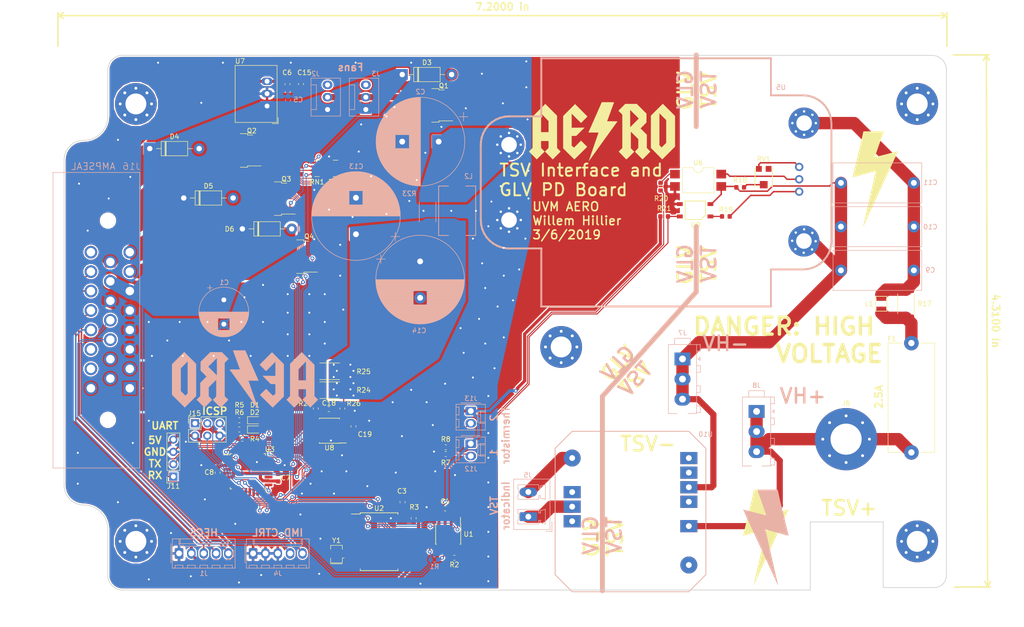
<source format=kicad_pcb>
(kicad_pcb (version 20171130) (host pcbnew "(5.0.0)")
  (layers (0 F.Cu signal) (31 B.Cu signal) (34 B.Paste user) (35 F.Paste user) (36 B.SilkS user) (37 F.SilkS user) (38 B.Mask user) (39 F.Mask user) (44 Edge.Cuts user))
  (net 0 "")
  (net 1 +12V)
  (net 2 GND)
  (net 3 +5V)
  (net 4 "Net-(C10-Pad1)")
  (net 5 "Net-(C18-Pad2)")
  (net 6 "Net-(C18-Pad1)")
  (net 7 "Net-(D1-Pad1)")
  (net 8 "Net-(D2-Pad1)")
  (net 9 "Net-(Q1-Pad1)")
  (net 10 "Net-(Q2-Pad1)")
  (net 11 "Net-(Q3-Pad1)")
  (net 12 "Net-(Q4-Pad1)")
  (net 13 "Net-(R2-Pad1)")
  (net 14 "Net-(R3-Pad2)")
  (net 15 "Net-(R19-Pad1)")
  (net 16 "Net-(R20-Pad2)")
  (net 17 "Net-(U1-Pad1)")
  (net 18 "Net-(U1-Pad4)")
  (net 19 "Net-(R18-Pad1)")
  (net 20 SCL)
  (net 21 SDA)
  (net 22 "Net-(J5-Pad1)")
  (net 23 "Net-(J5-Pad2)")
  (net 24 "Net-(C2-Pad1)")
  (net 25 /Main/HV-)
  (net 26 /Main/sheet5C830478/12V_OUT)
  (net 27 /Main/sheet5C830476/LED1)
  (net 28 /Main/sheet5C830476/LED2)
  (net 29 /Main/FANOUT0)
  (net 30 /Main/FANOUT2)
  (net 31 /Main/FANOUT1)
  (net 32 /Main/FANOUT3)
  (net 33 /Main/HV+)
  (net 34 /Main/sheet5C830478/HV+)
  (net 35 /Main/IMD_AN1)
  (net 36 /Main/IMD_AN2)
  (net 37 /Main/IMD_AN3)
  (net 38 /Main/IMD_OK)
  (net 39 /Main/UART_TX)
  (net 40 /Main/UART_RX)
  (net 41 /Main/TEMP_1)
  (net 42 /Main/TEMP_2)
  (net 43 /Main/sheet5C830476/RESET)
  (net 44 /Main/sheet5C830476/MOSI)
  (net 45 /Main/sheet5C830476/SCK)
  (net 46 /Main/sheet5C830476/MISO)
  (net 47 /Main/CAN-)
  (net 48 /Main/CAN+)
  (net 49 /Main/SHDN_LOOP_OUT)
  (net 50 /Main/sheet5C830478/FAULT_HV)
  (net 51 /Main/DC_DC_EN)
  (net 52 /Main/DC_DC_FAULT)
  (net 53 /Main/sheet5C830476/FAN_CTRL_3)
  (net 54 /Main/sheet5C830476/FAN_CTRL_1)
  (net 55 /Main/sheet5C830476/FAN_CTRL_2)
  (net 56 /Main/sheet5C830476/FAN_CTRL_0)
  (net 57 /Main/sheet5C830478/TRIM_HV)
  (net 58 /Main/sheet5C830476/CAN_CS)
  (net 59 "Net-(U2-Pad8)")
  (net 60 /Main/sheet5C830476/MCU_CLK)
  (net 61 /Main/sheet5C830478/EN_HV)
  (net 62 "Net-(U2-Pad7)")
  (module MountingHole:MountingHole_6.4mm_M6_Pad_Via (layer F.Cu) (at 213.3 118.095)
    (fp_text reference J6 (at 0 -7.4) (layer F.SilkS))
    (fp_text value HV+)
    (pad 1 thru_hole circle (at 3.394113 -3.394113) (size 0.9 0.9) (drill 0.6) (layers *.Cu *.Mask) (net 33 /Main/HV+))
    (pad 1 thru_hole circle (at 0 -4.8) (size 0.9 0.9) (drill 0.6) (layers *.Cu *.Mask) (net 33 /Main/HV+))
    (pad 1 thru_hole circle (at -3.394113 -3.394113) (size 0.9 0.9) (drill 0.6) (layers *.Cu *.Mask) (net 33 /Main/HV+))
    (pad 1 thru_hole circle (at -4.8 0) (size 0.9 0.9) (drill 0.6) (layers *.Cu *.Mask) (net 33 /Main/HV+))
    (pad 1 thru_hole circle (at -3.394113 3.394113) (size 0.9 0.9) (drill 0.6) (layers *.Cu *.Mask) (net 33 /Main/HV+))
    (pad 1 thru_hole circle (at 0 4.8) (size 0.9 0.9) (drill 0.6) (layers *.Cu *.Mask) (net 33 /Main/HV+))
    (pad 1 thru_hole circle (at 3.394113 3.394113) (size 0.9 0.9) (drill 0.6) (layers *.Cu *.Mask) (net 33 /Main/HV+))
    (pad 1 thru_hole circle (at 4.8 0) (size 0.9 0.9) (drill 0.6) (layers *.Cu *.Mask) (net 33 /Main/HV+))
    (pad 1 thru_hole circle (at 0 0) (size 12.8 12.8) (drill 6.4) (layers *.Cu *.Mask) (net 33 /Main/HV+))
  )
  (module AERO_Logos:AERO_Logo_30x12mm (layer F.Cu) (at 163.068 54.864)
    (fp_text reference G*** hide)
    (fp_text value LOGO hide)
  )
  (module AERO_Logos:AERO_Logo_30x12mm (layer B.Cu) (at 89.662 105.918 180)
    (fp_text reference G*** hide)
    (fp_text value LOGO hide)
  )
  (module CustomFootprints:vicor-socket-no-cutouts (layer B.Cu) (at 204.664 53.071 180)
    (fp_text reference U5 (at 4.766 7.351 180) (layer B.SilkS) (effects (justify mirror)))
    (fp_text value DCM4623TD2J13D0T70)
    (pad 1 thru_hole circle (at 0 0 180) (size 6.4 6.4) (drill 3.2) (layers *.Cu *.Mask) (net 4 "Net-(C10-Pad1)"))
    (pad 5 thru_hole circle (at 0.04572 -24.257 180) (size 6.4 6.4) (drill 3.2) (layers *.Cu *.Mask) (net 25 /Main/HV-))
    (pad 8 thru_hole circle (at 60.706 -19.939 180) (size 6.4 6.4) (drill 3.2) (layers *.Cu *.Mask) (net 2 GND))
    (pad 9 thru_hole circle (at 60.706 -4.445 180) (size 6.4 6.4) (drill 3.2) (layers *.Cu *.Mask) (net 24 "Net-(C2-Pad1)"))
    (pad 2 thru_hole circle (at 1.016 -9.017 180) (size 1.699848 1.699848) (drill 1) (layers *.Cu *.Mask) (net 57 /Main/sheet5C830478/TRIM_HV))
    (pad 3 thru_hole circle (at 1.016 -11.557 180) (size 1.699848 1.699848) (drill 1) (layers *.Cu *.Mask) (net 61 /Main/sheet5C830478/EN_HV))
    (pad 4 thru_hole circle (at 1.016 -14.097 180) (size 1.699848 1.699848) (drill 1) (layers *.Cu *.Mask) (net 50 /Main/sheet5C830478/FAULT_HV))
    (pad 1 thru_hole circle (at 0 2.413 180) (size 0.8 0.8) (drill 0.5) (layers *.Cu *.Mask) (net 4 "Net-(C10-Pad1)"))
    (pad 1 thru_hole circle (at -1.706249 1.706249 135) (size 0.8 0.8) (drill 0.5) (layers *.Cu *.Mask) (net 4 "Net-(C10-Pad1)"))
    (pad 1 thru_hole circle (at -2.413 0 90) (size 0.8 0.8) (drill 0.5) (layers *.Cu *.Mask) (net 4 "Net-(C10-Pad1)"))
    (pad 1 thru_hole circle (at -1.706249 -1.706249 45) (size 0.8 0.8) (drill 0.5) (layers *.Cu *.Mask) (net 4 "Net-(C10-Pad1)"))
    (pad 1 thru_hole circle (at 0 -2.413) (size 0.8 0.8) (drill 0.5) (layers *.Cu *.Mask) (net 4 "Net-(C10-Pad1)"))
    (pad 1 thru_hole circle (at 1.706249 -1.706249 315) (size 0.8 0.8) (drill 0.5) (layers *.Cu *.Mask) (net 4 "Net-(C10-Pad1)"))
    (pad 1 thru_hole circle (at 2.413 0 270) (size 0.8 0.8) (drill 0.5) (layers *.Cu *.Mask) (net 4 "Net-(C10-Pad1)"))
    (pad 1 thru_hole circle (at 1.706249 1.706249 225) (size 0.8 0.8) (drill 0.5) (layers *.Cu *.Mask) (net 4 "Net-(C10-Pad1)"))
    (pad 5 thru_hole circle (at 0 -21.844 180) (size 0.8 0.8) (drill 0.5) (layers *.Cu *.Mask) (net 25 /Main/HV-))
    (pad 5 thru_hole circle (at -1.692858 -22.58308 135) (size 0.8 0.8) (drill 0.5) (layers *.Cu *.Mask) (net 25 /Main/HV-))
    (pad 5 thru_hole circle (at -2.36728 -24.30272 90) (size 0.8 0.8) (drill 0.5) (layers *.Cu *.Mask) (net 25 /Main/HV-))
    (pad 5 thru_hole circle (at -1.6282 -25.995578 45) (size 0.8 0.8) (drill 0.5) (layers *.Cu *.Mask) (net 25 /Main/HV-))
    (pad 5 thru_hole circle (at 0.09144 -26.67) (size 0.8 0.8) (drill 0.5) (layers *.Cu *.Mask) (net 25 /Main/HV-))
    (pad 5 thru_hole circle (at 1.784298 -25.93092 315) (size 0.8 0.8) (drill 0.5) (layers *.Cu *.Mask) (net 25 /Main/HV-))
    (pad 5 thru_hole circle (at 2.45872 -24.21128 270) (size 0.8 0.8) (drill 0.5) (layers *.Cu *.Mask) (net 25 /Main/HV-))
    (pad 5 thru_hole circle (at 1.71964 -22.518422 225) (size 0.8 0.8) (drill 0.5) (layers *.Cu *.Mask) (net 25 /Main/HV-))
    (pad 9 thru_hole circle (at 60.706 -2.032 180) (size 0.8 0.8) (drill 0.5) (layers *.Cu *.Mask) (net 24 "Net-(C2-Pad1)"))
    (pad 9 thru_hole circle (at 58.999751 -2.738751 135) (size 0.8 0.8) (drill 0.5) (layers *.Cu *.Mask) (net 24 "Net-(C2-Pad1)"))
    (pad 9 thru_hole circle (at 58.293 -4.445 90) (size 0.8 0.8) (drill 0.5) (layers *.Cu *.Mask) (net 24 "Net-(C2-Pad1)"))
    (pad 9 thru_hole circle (at 58.999751 -6.151249 45) (size 0.8 0.8) (drill 0.5) (layers *.Cu *.Mask) (net 24 "Net-(C2-Pad1)"))
    (pad 9 thru_hole circle (at 60.706 -6.858) (size 0.8 0.8) (drill 0.5) (layers *.Cu *.Mask) (net 24 "Net-(C2-Pad1)"))
    (pad 9 thru_hole circle (at 62.412249 -6.151249 315) (size 0.8 0.8) (drill 0.5) (layers *.Cu *.Mask) (net 24 "Net-(C2-Pad1)"))
    (pad 9 thru_hole circle (at 63.119 -4.445 270) (size 0.8 0.8) (drill 0.5) (layers *.Cu *.Mask) (net 24 "Net-(C2-Pad1)"))
    (pad 9 thru_hole circle (at 62.412249 -2.738751 225) (size 0.8 0.8) (drill 0.5) (layers *.Cu *.Mask) (net 24 "Net-(C2-Pad1)"))
    (pad 8 thru_hole circle (at 60.706 -17.526 180) (size 0.8 0.8) (drill 0.5) (layers *.Cu *.Mask) (net 2 GND))
    (pad 8 thru_hole circle (at 58.999751 -18.232751 135) (size 0.8 0.8) (drill 0.5) (layers *.Cu *.Mask) (net 2 GND))
    (pad 8 thru_hole circle (at 58.293 -19.939 90) (size 0.8 0.8) (drill 0.5) (layers *.Cu *.Mask) (net 2 GND))
    (pad 8 thru_hole circle (at 58.999751 -21.645249 45) (size 0.8 0.8) (drill 0.5) (layers *.Cu *.Mask) (net 2 GND))
    (pad 8 thru_hole circle (at 60.706 -22.352) (size 0.8 0.8) (drill 0.5) (layers *.Cu *.Mask) (net 2 GND))
    (pad 8 thru_hole circle (at 62.412249 -21.645249 315) (size 0.8 0.8) (drill 0.5) (layers *.Cu *.Mask) (net 2 GND))
    (pad 8 thru_hole circle (at 63.119 -19.939 270) (size 0.8 0.8) (drill 0.5) (layers *.Cu *.Mask) (net 2 GND))
    (pad 8 thru_hole circle (at 62.412249 -18.232751 225) (size 0.8 0.8) (drill 0.5) (layers *.Cu *.Mask) (net 2 GND))
  )
  (module CustomFootprints:TLP182 (layer F.Cu) (at 185.39 72.269 180)
    (fp_text reference U9 (at 3.048 -1.778 180) (layer F.SilkS))
    (fp_text value TLP184)
    (pad 1 smd rect (at 0 0 180) (size 1.2 0.8) (layers F.Cu F.Paste F.Mask) (net 15 "Net-(R19-Pad1)"))
    (pad 6 smd rect (at 6.3 0 180) (size 1.2 0.8) (layers F.Cu F.Paste F.Mask) (net 52 /Main/DC_DC_FAULT))
    (pad 3 smd rect (at 0 2.54 180) (size 1.2 0.8) (layers F.Cu F.Paste F.Mask) (net 25 /Main/HV-))
    (pad 4 smd rect (at 6.3 2.54 180) (size 1.2 0.8) (layers F.Cu F.Paste F.Mask) (net 2 GND))
  )
  (module CustomFootprints:TC33X-503ECT-ND (layer F.Cu) (at 197.358 62.484 180)
    (fp_text reference RV1 (at 1.016 2.032 180) (layer F.SilkS))
    (fp_text value 50k)
    (pad 2 smd rect (at 1 -3.25 180) (size 1.6 1.5) (layers F.Cu F.Paste F.Mask) (net 19 "Net-(R18-Pad1)"))
    (pad 3 smd rect (at 2 0 180) (size 1.2 1.2) (layers F.Cu F.Paste F.Mask) (net 57 /Main/sheet5C830478/TRIM_HV))
    (pad 1 smd rect (at 0 0 180) (size 1.2 1.2) (layers F.Cu F.Paste F.Mask))
  )
  (module 1-776087-1:TE_1-776087-1 (layer B.Cu) (at 65.935 107.624 90)
    (fp_text reference J16 (at 45.648 0.359 180) (layer B.SilkS) (effects (font (size 1.40201 1.40201) (thickness 0.12)) (justify mirror)))
    (fp_text value AMPSEAL (at 45.648 -7.515 180) (layer B.SilkS) (effects (font (size 1.40156 1.40156)) (justify mirror)))
    (pad 22 thru_hole circle (at 24 -8 90) (size 2.625 2.625) (drill 1.75) (layers *.Cu *.Mask) (net 37 /Main/IMD_AN3))
    (pad 21 thru_hole circle (at 20 -8 90) (size 2.625 2.625) (drill 1.75) (layers *.Cu *.Mask) (net 36 /Main/IMD_AN2))
    (pad 20 thru_hole circle (at 16 -8 90) (size 2.625 2.625) (drill 1.75) (layers *.Cu *.Mask) (net 35 /Main/IMD_AN1))
    (pad 19 thru_hole circle (at 12 -8 90) (size 2.625 2.625) (drill 1.75) (layers *.Cu *.Mask) (net 38 /Main/IMD_OK))
    (pad 18 thru_hole circle (at 8 -8 90) (size 2.625 2.625) (drill 1.75) (layers *.Cu *.Mask))
    (pad 17 thru_hole circle (at 4 -8 90) (size 2.625 2.625) (drill 1.75) (layers *.Cu *.Mask))
    (pad 14 thru_hole circle (at 22 -4 90) (size 2.625 2.625) (drill 1.75) (layers *.Cu *.Mask) (net 1 +12V))
    (pad 13 thru_hole circle (at 18 -4 90) (size 2.625 2.625) (drill 1.75) (layers *.Cu *.Mask) (net 2 GND))
    (pad 12 thru_hole circle (at 14 -4 90) (size 2.625 2.625) (drill 1.75) (layers *.Cu *.Mask) (net 47 /Main/CAN-))
    (pad 11 thru_hole circle (at 10 -4 90) (size 2.625 2.625) (drill 1.75) (layers *.Cu *.Mask) (net 48 /Main/CAN+))
    (pad 10 thru_hole circle (at 6 -4 90) (size 2.625 2.625) (drill 1.75) (layers *.Cu *.Mask) (net 49 /Main/SHDN_LOOP_OUT))
    (pad 7 thru_hole circle (at 24 0 90) (size 2.625 2.625) (drill 1.75) (layers *.Cu *.Mask) (net 32 /Main/FANOUT3))
    (pad 6 thru_hole circle (at 20 0 90) (size 2.625 2.625) (drill 1.75) (layers *.Cu *.Mask) (net 1 +12V))
    (pad 5 thru_hole circle (at 16 0 90) (size 2.625 2.625) (drill 1.75) (layers *.Cu *.Mask) (net 2 GND))
    (pad 4 thru_hole circle (at 12 0 90) (size 2.625 2.625) (drill 1.75) (layers *.Cu *.Mask) (net 2 GND))
    (pad 3 thru_hole circle (at 8 0 90) (size 2.625 2.625) (drill 1.75) (layers *.Cu *.Mask) (net 2 GND))
    (pad 2 thru_hole circle (at 4 0 90) (size 2.625 2.625) (drill 1.75) (layers *.Cu *.Mask) (net 49 /Main/SHDN_LOOP_OUT))
    (pad 23 thru_hole circle (at 28 -8 90) (size 2.625 2.625) (drill 1.75) (layers *.Cu *.Mask))
    (pad 16 thru_hole circle (at 0 -8 90) (size 2.625 2.625) (drill 1.75) (layers *.Cu *.Mask) (net 49 /Main/SHDN_LOOP_OUT))
    (pad 15 thru_hole circle (at 26 -4 90) (size 2.625 2.625) (drill 1.75) (layers *.Cu *.Mask) (net 30 /Main/FANOUT2))
    (pad 9 thru_hole circle (at 2 -4 90) (size 2.625 2.625) (drill 1.75) (layers *.Cu *.Mask) (net 49 /Main/SHDN_LOOP_OUT))
    (pad 8 thru_hole circle (at 28 0 90) (size 2.625 2.625) (drill 1.75) (layers *.Cu *.Mask) (net 31 /Main/FANOUT1))
    (pad 1 thru_hole rect (at 0 0 90) (size 2.625 2.625) (drill 1.75) (layers *.Cu *.Mask) (net 49 /Main/SHDN_LOOP_OUT))
    (pad Hole np_thru_hole circle (at 34.5 -4.5 90) (size 2.85 2.85) (drill 2.85) (layers *.Cu *.Mask B.SilkS))
    (pad Hole np_thru_hole circle (at -6.5 -4.5 90) (size 2.85 2.85) (drill 2.85) (layers *.Cu *.Mask B.SilkS))
  )
  (module Connector_PinSocket_2.54mm:PinSocket_1x04_P2.54mm_Vertical (layer F.Cu) (at 74.9 125.789 180)
    (fp_text reference J11 (at -0.03 -1.973 180) (layer F.SilkS))
    (fp_text value UART)
    (pad 4 thru_hole oval (at 0 7.62 180) (size 1.7 1.7) (drill 1) (layers *.Cu *.Mask) (net 3 +5V))
    (pad 3 thru_hole oval (at 0 5.08 180) (size 1.7 1.7) (drill 1) (layers *.Cu *.Mask) (net 2 GND))
    (pad 2 thru_hole oval (at 0 2.54 180) (size 1.7 1.7) (drill 1) (layers *.Cu *.Mask) (net 39 /Main/UART_TX))
    (pad 1 thru_hole rect (at 0 0 180) (size 1.7 1.7) (drill 1) (layers *.Cu *.Mask) (net 40 /Main/UART_RX))
  )
  (module CustomFootprints:hvlightningsymbol (layer F.Cu) (at 219.299 64.702)
    (fp_text reference G*** hide)
    (fp_text value LOGO hide)
  )
  (module CustomFootprints:hvlightningsymbol (layer F.Cu) (at 196.79 138.415)
    (fp_text reference G*** hide)
    (fp_text value LOGO hide)
  )
  (module CustomFootprints:EPM1510SJ (layer B.Cu) (at 180.945 121.979 180)
    (fp_text reference U10 (at -3.459 4.885 180) (layer B.SilkS) (effects (justify mirror)))
    (fp_text value EPM1510SJ)
    (pad 4 thru_hole rect (at 24 -13 180) (size 3.5 2.5) (drill 1.2) (layers *.Cu *.Mask))
    (pad 5 thru_hole rect (at 24 -10 180) (size 3.5 2.5) (drill 1.2) (layers *.Cu *.Mask) (net 22 "Net-(J5-Pad1)"))
    (pad 6 thru_hole rect (at 24 -7 180) (size 3.5 2.5) (drill 1.2) (layers *.Cu *.Mask))
    (pad 7 thru_hole custom (at 24 0 180) (size 3.5 3.5) (drill 1.2) (layers *.Cu *.Mask) (net 23 "Net-(J5-Pad2)") (options (clearance outline) (anchor circle)) (primitives))
    (pad 12 thru_hole rect (at 0 -14 180) (size 3.5 2.5) (drill 1.2) (layers *.Cu *.Mask) (net 33 /Main/HV+))
    (pad 11 thru_hole rect (at 0 -9 180) (size 3.5 2.5) (drill 1.2) (layers *.Cu *.Mask))
    (pad 10 thru_hole rect (at 0 -6 180) (size 3.5 2.5) (drill 1.2) (layers *.Cu *.Mask) (net 25 /Main/HV-))
    (pad 9 thru_hole rect (at 0 -3 180) (size 3.5 2.5) (drill 1.2) (layers *.Cu *.Mask))
    (pad 14 thru_hole custom (at 0 -22 180) (size 3.5 3.5) (drill 1.2) (layers *.Cu *.Mask) (options (clearance outline) (anchor circle)) (primitives))
    (pad 8 thru_hole rect (at 0 0 180) (size 3.5 2.5) (drill 1.2) (layers *.Cu *.Mask))
  )
  (module MountingHole:MountingHole_4.3mm_M4_Pad_Via (layer F.Cu) (at 227.935 139.124)
    (fp_text reference REF** hide)
    (fp_text value MountingHole_4.3mm_M4_Pad_Via)
    (pad 1 thru_hole circle (at 2.280419 -2.280419) (size 0.9 0.9) (drill 0.6) (layers *.Cu *.Mask))
    (pad 1 thru_hole circle (at 0 -3.225) (size 0.9 0.9) (drill 0.6) (layers *.Cu *.Mask))
    (pad 1 thru_hole circle (at -2.280419 -2.280419) (size 0.9 0.9) (drill 0.6) (layers *.Cu *.Mask))
    (pad 1 thru_hole circle (at -3.225 0) (size 0.9 0.9) (drill 0.6) (layers *.Cu *.Mask))
    (pad 1 thru_hole circle (at -2.280419 2.280419) (size 0.9 0.9) (drill 0.6) (layers *.Cu *.Mask))
    (pad 1 thru_hole circle (at 0 3.225) (size 0.9 0.9) (drill 0.6) (layers *.Cu *.Mask))
    (pad 1 thru_hole circle (at 2.280419 2.280419) (size 0.9 0.9) (drill 0.6) (layers *.Cu *.Mask))
    (pad 1 thru_hole circle (at 3.225 0) (size 0.9 0.9) (drill 0.6) (layers *.Cu *.Mask))
    (pad 1 thru_hole circle (at 0 0) (size 8.6 8.6) (drill 4.3) (layers *.Cu *.Mask))
  )
  (module MountingHole:MountingHole_4.3mm_M4_Pad_Via (layer F.Cu) (at 154.685 99.124)
    (fp_text reference REF** hide)
    (fp_text value MountingHole_4.3mm_M4_Pad_Via)
    (pad 1 thru_hole circle (at 2.280419 -2.280419) (size 0.9 0.9) (drill 0.6) (layers *.Cu *.Mask))
    (pad 1 thru_hole circle (at 0 -3.225) (size 0.9 0.9) (drill 0.6) (layers *.Cu *.Mask))
    (pad 1 thru_hole circle (at -2.280419 -2.280419) (size 0.9 0.9) (drill 0.6) (layers *.Cu *.Mask))
    (pad 1 thru_hole circle (at -3.225 0) (size 0.9 0.9) (drill 0.6) (layers *.Cu *.Mask))
    (pad 1 thru_hole circle (at -2.280419 2.280419) (size 0.9 0.9) (drill 0.6) (layers *.Cu *.Mask))
    (pad 1 thru_hole circle (at 0 3.225) (size 0.9 0.9) (drill 0.6) (layers *.Cu *.Mask))
    (pad 1 thru_hole circle (at 2.280419 2.280419) (size 0.9 0.9) (drill 0.6) (layers *.Cu *.Mask))
    (pad 1 thru_hole circle (at 3.225 0) (size 0.9 0.9) (drill 0.6) (layers *.Cu *.Mask))
    (pad 1 thru_hole circle (at 0 0) (size 8.6 8.6) (drill 4.3) (layers *.Cu *.Mask))
  )
  (module MountingHole:MountingHole_4.3mm_M4_Pad_Via (layer F.Cu) (at 227.935 49.124)
    (fp_text reference REF** hide)
    (fp_text value MountingHole_4.3mm_M4_Pad_Via)
    (pad 1 thru_hole circle (at 2.280419 -2.280419) (size 0.9 0.9) (drill 0.6) (layers *.Cu *.Mask))
    (pad 1 thru_hole circle (at 0 -3.225) (size 0.9 0.9) (drill 0.6) (layers *.Cu *.Mask))
    (pad 1 thru_hole circle (at -2.280419 -2.280419) (size 0.9 0.9) (drill 0.6) (layers *.Cu *.Mask))
    (pad 1 thru_hole circle (at -3.225 0) (size 0.9 0.9) (drill 0.6) (layers *.Cu *.Mask))
    (pad 1 thru_hole circle (at -2.280419 2.280419) (size 0.9 0.9) (drill 0.6) (layers *.Cu *.Mask))
    (pad 1 thru_hole circle (at 0 3.225) (size 0.9 0.9) (drill 0.6) (layers *.Cu *.Mask))
    (pad 1 thru_hole circle (at 2.280419 2.280419) (size 0.9 0.9) (drill 0.6) (layers *.Cu *.Mask))
    (pad 1 thru_hole circle (at 3.225 0) (size 0.9 0.9) (drill 0.6) (layers *.Cu *.Mask))
    (pad 1 thru_hole circle (at 0 0) (size 8.6 8.6) (drill 4.3) (layers *.Cu *.Mask))
  )
  (module Capacitor_SMD:C_0603_1608Metric (layer F.Cu) (at 122.047 131.064 90)
    (fp_text reference C3 (at 2.286 -0.127 180) (layer F.SilkS))
    (fp_text value 0.1uF)
    (pad 2 smd roundrect (at 0.7875 0 90) (size 0.875 0.95) (layers F.Cu F.Paste F.Mask) (net 2 GND))
    (pad 1 smd roundrect (at -0.7875 0 90) (size 0.875 0.95) (layers F.Cu F.Paste F.Mask) (net 3 +5V))
  )
  (module Capacitor_SMD:C_0603_1608Metric (layer F.Cu) (at 130.81 132.334)
    (fp_text reference C4 (at 0 -1.43) (layer F.SilkS))
    (fp_text value 0.1uF)
    (pad 2 smd roundrect (at 0.7875 0) (size 0.875 0.95) (layers F.Cu F.Paste F.Mask) (net 2 GND))
    (pad 1 smd roundrect (at -0.7875 0) (size 0.875 0.95) (layers F.Cu F.Paste F.Mask) (net 3 +5V))
  )
  (module Capacitor_SMD:C_0603_1608Metric (layer F.Cu) (at 96.461 126.01 90)
    (fp_text reference C7 (at -0.033 1.553 180) (layer F.SilkS))
    (fp_text value 0.1uF)
    (pad 2 smd roundrect (at 0.7875 0 90) (size 0.875 0.95) (layers F.Cu F.Paste F.Mask) (net 2 GND))
    (pad 1 smd roundrect (at -0.7875 0 90) (size 0.875 0.95) (layers F.Cu F.Paste F.Mask) (net 3 +5V))
  )
  (module Capacitor_SMD:C_0603_1608Metric (layer F.Cu) (at 84.015 124.994 90)
    (fp_text reference C8 (at 0.094 -1.749 180) (layer F.SilkS))
    (fp_text value 0.1uF)
    (pad 2 smd roundrect (at 0.7875 0 90) (size 0.875 0.95) (layers F.Cu F.Paste F.Mask) (net 2 GND))
    (pad 1 smd roundrect (at -0.7875 0 90) (size 0.875 0.95) (layers F.Cu F.Paste F.Mask) (net 3 +5V))
  )
  (module Capacitor_THT:C_Rect_L18.0mm_W8.0mm_P15.00mm_FKS3_FKP3 (layer B.Cu) (at 227.24 83.369 180)
    (fp_text reference C9 (at -3.392 0.057 180) (layer B.SilkS) (effects (justify mirror)))
    (fp_text value 0.68uF)
    (pad 2 thru_hole circle (at 15 0 180) (size 2.4 2.4) (drill 1.2) (layers *.Cu *.Mask) (net 25 /Main/HV-))
    (pad 1 thru_hole circle (at 0 0 180) (size 2.4 2.4) (drill 1.2) (layers *.Cu *.Mask) (net 4 "Net-(C10-Pad1)"))
  )
  (module Capacitor_THT:C_Rect_L18.0mm_W8.0mm_P15.00mm_FKS3_FKP3 (layer B.Cu) (at 227.24 74.369 180)
    (fp_text reference C10 (at -3.392 -0.053 180) (layer B.SilkS) (effects (justify mirror)))
    (fp_text value 0.68uF)
    (pad 2 thru_hole circle (at 15 0 180) (size 2.4 2.4) (drill 1.2) (layers *.Cu *.Mask) (net 25 /Main/HV-))
    (pad 1 thru_hole circle (at 0 0 180) (size 2.4 2.4) (drill 1.2) (layers *.Cu *.Mask) (net 4 "Net-(C10-Pad1)"))
  )
  (module Capacitor_THT:C_Rect_L18.0mm_W8.0mm_P15.00mm_FKS3_FKP3 (layer B.Cu) (at 227.24 65.369 180)
    (fp_text reference C11 (at -3.392 0.091 180) (layer B.SilkS) (effects (justify mirror)))
    (fp_text value 0.68uF)
    (pad 2 thru_hole circle (at 15 0 180) (size 2.4 2.4) (drill 1.2) (layers *.Cu *.Mask) (net 25 /Main/HV-))
    (pad 1 thru_hole circle (at 0 0 180) (size 2.4 2.4) (drill 1.2) (layers *.Cu *.Mask) (net 4 "Net-(C10-Pad1)"))
  )
  (module Capacitor_THT:CP_Radial_D18.0mm_P7.50mm (layer B.Cu) (at 112.462 75.931 90)
    (fp_text reference C13 (at 13.955 0.06 180) (layer B.SilkS) (effects (justify mirror)))
    (fp_text value 4700uF)
    (pad 2 thru_hole circle (at 7.5 0 90) (size 2.4 2.4) (drill 1.2) (layers *.Cu *.Mask) (net 2 GND))
    (pad 1 thru_hole rect (at 0 0 90) (size 2.4 2.4) (drill 1.2) (layers *.Cu *.Mask) (net 26 /Main/sheet5C830478/12V_OUT))
  )
  (module Capacitor_THT:CP_Radial_D18.0mm_P7.50mm (layer B.Cu) (at 125.67 81.519 270)
    (fp_text reference C14 (at 14.239 0.194) (layer B.SilkS) (effects (justify mirror)))
    (fp_text value 4700uF)
    (pad 2 thru_hole circle (at 7.5 0 270) (size 2.4 2.4) (drill 1.2) (layers *.Cu *.Mask) (net 2 GND))
    (pad 1 thru_hole rect (at 0 0 270) (size 2.4 2.4) (drill 1.2) (layers *.Cu *.Mask) (net 26 /Main/sheet5C830478/12V_OUT))
  )
  (module Capacitor_SMD:C_0603_1608Metric (layer F.Cu) (at 101.159 45.0445 270)
    (fp_text reference C15 (at -2.3725 -0.695) (layer F.SilkS))
    (fp_text value 10uF)
    (pad 2 smd roundrect (at 0.7875 0 270) (size 0.875 0.95) (layers F.Cu F.Paste F.Mask) (net 2 GND))
    (pad 1 smd roundrect (at -0.7875 0 270) (size 0.875 0.95) (layers F.Cu F.Paste F.Mask) (net 3 +5V))
  )
  (module Capacitor_SMD:C_0603_1608Metric (layer F.Cu) (at 106.875 111.913 180)
    (fp_text reference C18 (at -0.029 1.237 180) (layer F.SilkS))
    (fp_text value 0.1uF)
    (pad 2 smd roundrect (at 0.7875 0 180) (size 0.875 0.95) (layers F.Cu F.Paste F.Mask) (net 5 "Net-(C18-Pad2)"))
    (pad 1 smd roundrect (at -0.7875 0 180) (size 0.875 0.95) (layers F.Cu F.Paste F.Mask) (net 6 "Net-(C18-Pad1)"))
  )
  (module Capacitor_SMD:C_0603_1608Metric (layer F.Cu) (at 111.955 115.469 90)
    (fp_text reference C19 (at -1.625 2.345 180) (layer F.SilkS))
    (fp_text value 0.1uF)
    (pad 2 smd roundrect (at 0.7875 0 90) (size 0.875 0.95) (layers F.Cu F.Paste F.Mask) (net 3 +5V))
    (pad 1 smd roundrect (at -0.7875 0 90) (size 0.875 0.95) (layers F.Cu F.Paste F.Mask) (net 2 GND))
  )
  (module LED_SMD:LED_0603_1608Metric (layer F.Cu) (at 91.635 114.199)
    (fp_text reference D1 (at 0.029 -3.142) (layer F.SilkS))
    (fp_text value LED)
    (pad 2 smd roundrect (at 0.7875 0) (size 0.875 0.95) (layers F.Cu F.Paste F.Mask) (net 27 /Main/sheet5C830476/LED1))
    (pad 1 smd roundrect (at -0.7875 0) (size 0.875 0.95) (layers F.Cu F.Paste F.Mask) (net 7 "Net-(D1-Pad1)"))
  )
  (module LED_SMD:LED_0603_1608Metric (layer F.Cu) (at 91.635 116.104)
    (fp_text reference D2 (at 0 -3.523) (layer F.SilkS))
    (fp_text value LED)
    (pad 2 smd roundrect (at 0.7875 0) (size 0.875 0.95) (layers F.Cu F.Paste F.Mask) (net 28 /Main/sheet5C830476/LED2))
    (pad 1 smd roundrect (at -0.7875 0) (size 0.875 0.95) (layers F.Cu F.Paste F.Mask) (net 8 "Net-(D2-Pad1)"))
  )
  (module Diode_THT:D_DO-41_SOD81_P10.16mm_Horizontal (layer F.Cu) (at 121.988 43.079)
    (fp_text reference D3 (at 5.08 -2.47) (layer F.SilkS))
    (fp_text value 1N4001)
    (pad 2 thru_hole oval (at 10.16 0) (size 2.2 2.2) (drill 1.1) (layers *.Cu *.Mask) (net 29 /Main/FANOUT0))
    (pad 1 thru_hole rect (at 0 0) (size 2.2 2.2) (drill 1.1) (layers *.Cu *.Mask) (net 1 +12V))
  )
  (module Diode_THT:D_DO-41_SOD81_P10.16mm_Horizontal (layer F.Cu) (at 70.045 58.319)
    (fp_text reference D4 (at 5.08 -2.47) (layer F.SilkS))
    (fp_text value 1N4001)
    (pad 2 thru_hole oval (at 10.16 0) (size 2.2 2.2) (drill 1.1) (layers *.Cu *.Mask) (net 30 /Main/FANOUT2))
    (pad 1 thru_hole rect (at 0 0) (size 2.2 2.2) (drill 1.1) (layers *.Cu *.Mask) (net 1 +12V))
  )
  (module Diode_THT:D_DO-41_SOD81_P10.16mm_Horizontal (layer F.Cu) (at 77.03 68.479)
    (fp_text reference D5 (at 5.08 -2.47) (layer F.SilkS))
    (fp_text value 1N4001)
    (pad 2 thru_hole oval (at 10.16 0) (size 2.2 2.2) (drill 1.1) (layers *.Cu *.Mask) (net 31 /Main/FANOUT1))
    (pad 1 thru_hole rect (at 0 0) (size 2.2 2.2) (drill 1.1) (layers *.Cu *.Mask) (net 1 +12V))
  )
  (module Diode_THT:D_DO-41_SOD81_P10.16mm_Horizontal (layer F.Cu) (at 89.095 74.829)
    (fp_text reference D6 (at -2.638 0.033) (layer F.SilkS))
    (fp_text value 1N4001)
    (pad 2 thru_hole oval (at 10.16 0) (size 2.2 2.2) (drill 1.1) (layers *.Cu *.Mask) (net 32 /Main/FANOUT3))
    (pad 1 thru_hole rect (at 0 0) (size 2.2 2.2) (drill 1.1) (layers *.Cu *.Mask) (net 1 +12V))
  )
  (module Connector_Molex:Molex_KK-254_AE-6410-05A_1x05_P2.54mm_Vertical (layer B.Cu) (at 76.065 141.594)
    (fp_text reference J1 (at 5.08 4.12) (layer B.SilkS) (effects (justify mirror)))
    (fp_text value HECS)
    (pad 5 thru_hole oval (at 10.16 0) (size 1.74 2.2) (drill 1.2) (layers *.Cu *.Mask) (net 35 /Main/IMD_AN1))
    (pad 4 thru_hole oval (at 7.62 0) (size 1.74 2.2) (drill 1.2) (layers *.Cu *.Mask) (net 36 /Main/IMD_AN2))
    (pad 3 thru_hole oval (at 5.08 0) (size 1.74 2.2) (drill 1.2) (layers *.Cu *.Mask) (net 37 /Main/IMD_AN3))
    (pad 2 thru_hole oval (at 2.54 0) (size 1.74 2.2) (drill 1.2) (layers *.Cu *.Mask) (net 3 +5V))
    (pad 1 thru_hole roundrect (at 0 0) (size 1.74 2.2) (drill 1.2) (layers *.Cu *.Mask) (roundrect_rratio 0.143678) (net 2 GND))
  )
  (module Connector:FanPinHeader_1x03_P2.54mm_Vertical (layer B.Cu) (at 106.62 50.277 90)
    (fp_text reference J2 (at 7.351 -2.48 180) (layer B.SilkS) (effects (justify mirror)))
    (fp_text value CASEFAN1)
    (pad 3 thru_hole oval (at 5.08 0) (size 2.03 1.73) (drill 1.02) (layers *.Cu *.Mask))
    (pad 2 thru_hole oval (at 2.54 0) (size 2.03 1.73) (drill 1.02) (layers *.Cu *.Mask) (net 29 /Main/FANOUT0))
    (pad 1 thru_hole rect (at 0 0) (size 2.03 1.73) (drill 1.02) (layers *.Cu *.Mask) (net 1 +12V))
  )
  (module Connector:FanPinHeader_1x03_P2.54mm_Vertical (layer B.Cu) (at 114.494 50.277 90)
    (fp_text reference J3 (at 7.351 2.092 180) (layer B.SilkS) (effects (justify mirror)))
    (fp_text value CASEFAN2)
    (pad 3 thru_hole oval (at 5.08 0) (size 2.03 1.73) (drill 1.02) (layers *.Cu *.Mask))
    (pad 2 thru_hole oval (at 2.54 0) (size 2.03 1.73) (drill 1.02) (layers *.Cu *.Mask) (net 29 /Main/FANOUT0))
    (pad 1 thru_hole rect (at 0 0) (size 2.03 1.73) (drill 1.02) (layers *.Cu *.Mask) (net 1 +12V))
  )
  (module Connector_Molex:Molex_KK-254_AE-6410-02A_1x02_P2.54mm_Vertical (layer B.Cu) (at 136.085 119.025 270)
    (fp_text reference J12 (at 5.181 -0.059) (layer B.SilkS) (effects (justify mirror)))
    (fp_text value NTC1)
    (pad 2 thru_hole oval (at 2.54 0 270) (size 1.74 2.2) (drill 1.2) (layers *.Cu *.Mask) (net 41 /Main/TEMP_1))
    (pad 1 thru_hole roundrect (at 0 0 270) (size 1.74 2.2) (drill 1.2) (layers *.Cu *.Mask) (roundrect_rratio 0.143678) (net 3 +5V))
  )
  (module Connector_Molex:Molex_KK-254_AE-6410-02A_1x02_P2.54mm_Vertical (layer B.Cu) (at 136.085 112.294 270)
    (fp_text reference J13 (at -2.566 -0.059) (layer B.SilkS) (effects (justify mirror)))
    (fp_text value NTC1)
    (pad 2 thru_hole oval (at 2.54 0 270) (size 1.74 2.2) (drill 1.2) (layers *.Cu *.Mask) (net 42 /Main/TEMP_2))
    (pad 1 thru_hole roundrect (at 0 0 270) (size 1.74 2.2) (drill 1.2) (layers *.Cu *.Mask) (roundrect_rratio 0.143678) (net 3 +5V))
  )
  (module Connector_PinSocket_2.54mm:PinSocket_2x03_P2.54mm_Vertical (layer F.Cu) (at 79.345 114.834 90)
    (fp_text reference J15 (at 2.058 -0.097 180) (layer F.SilkS))
    (fp_text value ICSP)
    (pad 6 thru_hole oval (at -2.54 5.08 90) (size 1.7 1.7) (drill 1) (layers *.Cu *.Mask) (net 2 GND))
    (pad 5 thru_hole oval (at 0 5.08 90) (size 1.7 1.7) (drill 1) (layers *.Cu *.Mask) (net 43 /Main/sheet5C830476/RESET))
    (pad 4 thru_hole oval (at -2.54 2.54 90) (size 1.7 1.7) (drill 1) (layers *.Cu *.Mask) (net 44 /Main/sheet5C830476/MOSI))
    (pad 3 thru_hole oval (at 0 2.54 90) (size 1.7 1.7) (drill 1) (layers *.Cu *.Mask) (net 45 /Main/sheet5C830476/SCK))
    (pad 2 thru_hole oval (at -2.54 0 90) (size 1.7 1.7) (drill 1) (layers *.Cu *.Mask) (net 3 +5V))
    (pad 1 thru_hole rect (at 0 0 90) (size 1.7 1.7) (drill 1) (layers *.Cu *.Mask) (net 46 /Main/sheet5C830476/MISO))
  )
  (module CustomFootprints:Murata_DFE252012P_Inductor (layer F.Cu) (at 220.545 90.234 90)
    (fp_text reference L1 (at 0.005 -2.516 180) (layer F.SilkS))
    (fp_text value 1uH)
    (pad 2 smd rect (at 1 0 90) (size 0.8 2) (layers F.Cu F.Paste F.Mask) (net 4 "Net-(C10-Pad1)"))
    (pad 1 smd rect (at -1 0 90) (size 0.8 2) (layers F.Cu F.Paste F.Mask) (net 34 /Main/sheet5C830478/HV+))
  )
  (module CustomFootprints:PA2607 (layer B.Cu) (at 133.29 71.105 270)
    (fp_text reference L2 (at -7.097 -2.346) (layer B.SilkS) (effects (justify mirror)))
    (fp_text value 0.15uH)
    (pad 2 smd rect (at 3.935 0 270) (size 3.3 3.3) (layers B.Cu B.Paste B.Mask) (net 26 /Main/sheet5C830478/12V_OUT))
    (pad 1 smd rect (at -3.935 0 270) (size 3.3 3.3) (layers B.Cu B.Paste B.Mask) (net 24 "Net-(C2-Pad1)"))
  )
  (module Package_TO_SOT_SMD:TO-252-2 (layer F.Cu) (at 127.068 49.429 180)
    (fp_text reference Q1 (at -3.458 4.031 180) (layer F.SilkS))
    (fp_text value Q_NMOS_GDS)
    (pad 2 smd rect (at 2.1 0 180) (size 6.4 5.8) (layers F.Cu F.Mask) (net 29 /Main/FANOUT0))
    (pad 3 smd rect (at -4.2 2.28 180) (size 2.2 1.2) (layers F.Cu F.Paste F.Mask) (net 2 GND))
    (pad 1 smd rect (at -4.2 -2.28 180) (size 2.2 1.2) (layers F.Cu F.Paste F.Mask) (net 9 "Net-(Q1-Pad1)"))
  )
  (module Package_TO_SOT_SMD:TO-252-2 (layer F.Cu) (at 87.7 58.699 180)
    (fp_text reference Q2 (at -3.329 4.03 180) (layer F.SilkS))
    (fp_text value Q_NMOS_GDS)
    (pad 2 smd rect (at 2.1 0 180) (size 6.4 5.8) (layers F.Cu F.Mask) (net 30 /Main/FANOUT2))
    (pad 3 smd rect (at -4.2 2.28 180) (size 2.2 1.2) (layers F.Cu F.Paste F.Mask) (net 2 GND))
    (pad 1 smd rect (at -4.2 -2.28 180) (size 2.2 1.2) (layers F.Cu F.Paste F.Mask) (net 10 "Net-(Q2-Pad1)"))
  )
  (module Package_TO_SOT_SMD:TO-252-2 (layer F.Cu) (at 94.685 68.604 180)
    (fp_text reference Q3 (at -3.456 4.029 180) (layer F.SilkS))
    (fp_text value Q_NMOS_GDS)
    (pad 2 smd rect (at 2.1 0 180) (size 6.4 5.8) (layers F.Cu F.Mask) (net 31 /Main/FANOUT1))
    (pad 3 smd rect (at -4.2 2.28 180) (size 2.2 1.2) (layers F.Cu F.Paste F.Mask) (net 2 GND))
    (pad 1 smd rect (at -4.2 -2.28 180) (size 2.2 1.2) (layers F.Cu F.Paste F.Mask) (net 11 "Net-(Q3-Pad1)"))
  )
  (module Package_TO_SOT_SMD:TO-252-2 (layer F.Cu) (at 99.255 80.544 180)
    (fp_text reference Q4 (at -3.585 4.158 180) (layer F.SilkS))
    (fp_text value Q_NMOS_GDS)
    (pad 2 smd rect (at 2.1 0 180) (size 6.4 5.8) (layers F.Cu F.Mask) (net 32 /Main/FANOUT3))
    (pad 3 smd rect (at -4.2 2.28 180) (size 2.2 1.2) (layers F.Cu F.Paste F.Mask) (net 2 GND))
    (pad 1 smd rect (at -4.2 -2.28 180) (size 2.2 1.2) (layers F.Cu F.Paste F.Mask) (net 12 "Net-(Q4-Pad1)"))
  )
  (module Resistor_SMD:R_0603_1608Metric (layer B.Cu) (at 128.605 142.864)
    (fp_text reference R1 (at 0 1.43) (layer B.SilkS) (effects (justify mirror)))
    (fp_text value R_US)
    (pad 2 smd roundrect (at 0.7875 0) (size 0.875 0.95) (layers B.Cu B.Paste B.Mask) (net 47 /Main/CAN-))
    (pad 1 smd roundrect (at -0.7875 0) (size 0.875 0.95) (layers B.Cu B.Paste B.Mask) (net 48 /Main/CAN+))
  )
  (module Resistor_SMD:R_0603_1608Metric (layer F.Cu) (at 132.715 142.494 180)
    (fp_text reference R2 (at 0 -1.43 180) (layer F.SilkS))
    (fp_text value 10k)
    (pad 2 smd roundrect (at 0.7875 0 180) (size 0.875 0.95) (layers F.Cu F.Paste F.Mask) (net 2 GND))
    (pad 1 smd roundrect (at -0.7875 0 180) (size 0.875 0.95) (layers F.Cu F.Paste F.Mask) (net 13 "Net-(R2-Pad1)"))
  )
  (module Resistor_SMD:R_0603_1608Metric (layer F.Cu) (at 124.333 134.366 270)
    (fp_text reference R3 (at -2.286 -0.127) (layer F.SilkS))
    (fp_text value 10k)
    (pad 2 smd roundrect (at 0.7875 0 270) (size 0.875 0.95) (layers F.Cu F.Paste F.Mask) (net 14 "Net-(R3-Pad2)"))
    (pad 1 smd roundrect (at -0.7875 0 270) (size 0.875 0.95) (layers F.Cu F.Paste F.Mask) (net 3 +5V))
  )
  (module Resistor_SMD:R_0603_1608Metric (layer F.Cu) (at 89.095 118.009)
    (fp_text reference R4 (at 2.569 0.033) (layer F.SilkS))
    (fp_text value 10k)
    (pad 2 smd roundrect (at 0.7875 0) (size 0.875 0.95) (layers F.Cu F.Paste F.Mask) (net 43 /Main/sheet5C830476/RESET))
    (pad 1 smd roundrect (at -0.7875 0) (size 0.875 0.95) (layers F.Cu F.Paste F.Mask) (net 3 +5V))
  )
  (module Resistor_SMD:R_0603_1608Metric (layer F.Cu) (at 88.46 114.199)
    (fp_text reference R5 (at 0.029 -3.142) (layer F.SilkS))
    (fp_text value 1k)
    (pad 2 smd roundrect (at 0.7875 0) (size 0.875 0.95) (layers F.Cu F.Paste F.Mask) (net 7 "Net-(D1-Pad1)"))
    (pad 1 smd roundrect (at -0.7875 0) (size 0.875 0.95) (layers F.Cu F.Paste F.Mask) (net 2 GND))
  )
  (module Resistor_SMD:R_0603_1608Metric (layer F.Cu) (at 88.46 116.104)
    (fp_text reference R6 (at 0.029 -3.523) (layer F.SilkS))
    (fp_text value 1k)
    (pad 2 smd roundrect (at 0.7875 0) (size 0.875 0.95) (layers F.Cu F.Paste F.Mask) (net 8 "Net-(D2-Pad1)"))
    (pad 1 smd roundrect (at -0.7875 0) (size 0.875 0.95) (layers F.Cu F.Paste F.Mask) (net 2 GND))
  )
  (module Resistor_SMD:R_0603_1608Metric (layer F.Cu) (at 130.937 121.158)
    (fp_text reference R7 (at 0 1.778 180) (layer F.SilkS))
    (fp_text value 10k)
    (pad 2 smd roundrect (at 0.7875 0) (size 0.875 0.95) (layers F.Cu F.Paste F.Mask) (net 41 /Main/TEMP_1))
    (pad 1 smd roundrect (at -0.7875 0) (size 0.875 0.95) (layers F.Cu F.Paste F.Mask) (net 2 GND))
  )
  (module Resistor_SMD:R_0603_1608Metric (layer F.Cu) (at 130.937 119.761)
    (fp_text reference R8 (at 0 -1.651 180) (layer F.SilkS))
    (fp_text value 10k)
    (pad 2 smd roundrect (at 0.7875 0) (size 0.875 0.95) (layers F.Cu F.Paste F.Mask) (net 42 /Main/TEMP_2))
    (pad 1 smd roundrect (at -0.7875 0) (size 0.875 0.95) (layers F.Cu F.Paste F.Mask) (net 2 GND))
  )
  (module Resistor_SMD:R_2512_6332Metric (layer F.Cu) (at 225.625 90.234 270)
    (fp_text reference R17 (at 0 -3.834) (layer F.SilkS))
    (fp_text value 1Ω)
    (pad 2 smd roundrect (at 2.9 0 270) (size 1.35 3.35) (layers F.Cu F.Paste F.Mask) (roundrect_rratio 0.185185) (net 34 /Main/sheet5C830478/HV+))
    (pad 1 smd roundrect (at -2.9 0 270) (size 1.35 3.35) (layers F.Cu F.Paste F.Mask) (roundrect_rratio 0.185185) (net 4 "Net-(C10-Pad1)"))
  )
  (module Resistor_SMD:R_0603_1608Metric (layer F.Cu) (at 191.516 66.294 180)
    (fp_text reference R18 (at 0 1.524 180) (layer F.SilkS))
    (fp_text value 6.8k)
    (pad 2 smd roundrect (at 0.7875 0 180) (size 0.875 0.95) (layers F.Cu F.Paste F.Mask) (net 25 /Main/HV-))
    (pad 1 smd roundrect (at -0.7875 0 180) (size 0.875 0.95) (layers F.Cu F.Paste F.Mask) (net 19 "Net-(R18-Pad1)"))
  )
  (module Resistor_SMD:R_0603_1608Metric (layer F.Cu) (at 188.565 72.269)
    (fp_text reference R19 (at 0 -1.43) (layer F.SilkS))
    (fp_text value 1k)
    (pad 2 smd roundrect (at 0.7875 0) (size 0.875 0.95) (layers F.Cu F.Paste F.Mask) (net 50 /Main/sheet5C830478/FAULT_HV))
    (pad 1 smd roundrect (at -0.7875 0) (size 0.875 0.95) (layers F.Cu F.Paste F.Mask) (net 15 "Net-(R19-Pad1)"))
  )
  (module Resistor_SMD:R_0603_1608Metric (layer F.Cu) (at 175.133 66.1415 90)
    (fp_text reference R20 (at -2.4385 0.127 180) (layer F.SilkS))
    (fp_text value 1k)
    (pad 2 smd roundrect (at 0.7875 0 90) (size 0.875 0.95) (layers F.Cu F.Paste F.Mask) (net 16 "Net-(R20-Pad2)"))
    (pad 1 smd roundrect (at -0.7875 0 90) (size 0.875 0.95) (layers F.Cu F.Paste F.Mask) (net 51 /Main/DC_DC_EN))
  )
  (module Resistor_SMD:R_0603_1608Metric (layer F.Cu) (at 175.865 72.269 180)
    (fp_text reference R21 (at 0 1.657 180) (layer F.SilkS))
    (fp_text value 10k)
    (pad 2 smd roundrect (at 0.7875 0 180) (size 0.875 0.95) (layers F.Cu F.Paste F.Mask) (net 3 +5V))
    (pad 1 smd roundrect (at -0.7875 0 180) (size 0.875 0.95) (layers F.Cu F.Paste F.Mask) (net 52 /Main/DC_DC_FAULT))
  )
  (module Resistor_SMD:R_2512_6332Metric (layer B.Cu) (at 127.194 71.359 90)
    (fp_text reference R23 (at 3.795 -3.75 180) (layer B.SilkS) (effects (justify mirror)))
    (fp_text value 1Ω)
    (pad 2 smd roundrect (at 2.9 0 90) (size 1.35 3.35) (layers B.Cu B.Paste B.Mask) (roundrect_rratio 0.185185) (net 24 "Net-(C2-Pad1)"))
    (pad 1 smd roundrect (at -2.9 0 90) (size 1.35 3.35) (layers B.Cu B.Paste B.Mask) (roundrect_rratio 0.185185) (net 26 /Main/sheet5C830478/12V_OUT))
  )
  (module Resistor_SMD:R_2512_6332Metric (layer F.Cu) (at 107.043001 108.024001)
    (fp_text reference R24 (at 7.002999 -0.015001) (layer F.SilkS))
    (fp_text value 0.02)
    (pad 2 smd roundrect (at 2.9 0) (size 1.35 3.35) (layers F.Cu F.Paste F.Mask) (roundrect_rratio 0.185185) (net 26 /Main/sheet5C830478/12V_OUT))
    (pad 1 smd roundrect (at -2.9 0) (size 1.35 3.35) (layers F.Cu F.Paste F.Mask) (roundrect_rratio 0.185185) (net 49 /Main/SHDN_LOOP_OUT))
  )
  (module Resistor_SMD:R_2512_6332Metric (layer F.Cu) (at 107.043001 104.134001)
    (fp_text reference R25 (at 7.002999 0.064999) (layer F.SilkS))
    (fp_text value 0.02)
    (pad 2 smd roundrect (at 2.9 0) (size 1.35 3.35) (layers F.Cu F.Paste F.Mask) (roundrect_rratio 0.185185) (net 26 /Main/sheet5C830478/12V_OUT))
    (pad 1 smd roundrect (at -2.9 0) (size 1.35 3.35) (layers F.Cu F.Paste F.Mask) (roundrect_rratio 0.185185) (net 49 /Main/SHDN_LOOP_OUT))
  )
  (module Resistor_SMD:R_0603_1608Metric (layer F.Cu) (at 109.669 111.786 90)
    (fp_text reference R26 (at 1.042 2.345 180) (layer F.SilkS))
    (fp_text value 10)
    (pad 2 smd roundrect (at 0.7875 0 90) (size 0.875 0.95) (layers F.Cu F.Paste F.Mask) (net 26 /Main/sheet5C830478/12V_OUT))
    (pad 1 smd roundrect (at -0.7875 0 90) (size 0.875 0.95) (layers F.Cu F.Paste F.Mask) (net 6 "Net-(C18-Pad1)"))
  )
  (module Resistor_SMD:R_0603_1608Metric (layer F.Cu) (at 104.208 111.786 90)
    (fp_text reference R27 (at 1.042 -2.13 180) (layer F.SilkS))
    (fp_text value 10)
    (pad 2 smd roundrect (at 0.7875 0 90) (size 0.875 0.95) (layers F.Cu F.Paste F.Mask) (net 49 /Main/SHDN_LOOP_OUT))
    (pad 1 smd roundrect (at -0.7875 0 90) (size 0.875 0.95) (layers F.Cu F.Paste F.Mask) (net 5 "Net-(C18-Pad2)"))
  )
  (module Package_SO:SOIC-8_3.9x4.9mm_P1.27mm (layer F.Cu) (at 131.445 137.634 270)
    (fp_text reference U1 (at 0 -4.191) (layer F.SilkS))
    (fp_text value MCP2551-I-SN)
    (pad 8 smd rect (at 2.7 -1.905 270) (size 1.55 0.6) (layers F.Cu F.Paste F.Mask) (net 13 "Net-(R2-Pad1)"))
    (pad 7 smd rect (at 2.7 -0.635 270) (size 1.55 0.6) (layers F.Cu F.Paste F.Mask) (net 48 /Main/CAN+))
    (pad 6 smd rect (at 2.7 0.635 270) (size 1.55 0.6) (layers F.Cu F.Paste F.Mask) (net 47 /Main/CAN-))
    (pad 5 smd rect (at 2.7 1.905 270) (size 1.55 0.6) (layers F.Cu F.Paste F.Mask))
    (pad 4 smd rect (at -2.7 1.905 270) (size 1.55 0.6) (layers F.Cu F.Paste F.Mask) (net 18 "Net-(U1-Pad4)"))
    (pad 3 smd rect (at -2.7 0.635 270) (size 1.55 0.6) (layers F.Cu F.Paste F.Mask) (net 3 +5V))
    (pad 2 smd rect (at -2.7 -0.635 270) (size 1.55 0.6) (layers F.Cu F.Paste F.Mask) (net 2 GND))
    (pad 1 smd rect (at -2.7 -1.905 270) (size 1.55 0.6) (layers F.Cu F.Paste F.Mask) (net 17 "Net-(U1-Pad1)"))
  )
  (module Package_QFP:TQFP-32_7x7mm_P0.8mm (layer F.Cu) (at 90.225 124.699)
    (fp_text reference U3 (at 4.517 -4.498) (layer F.SilkS))
    (fp_text value ATmega328P-AU)
    (pad 32 smd rect (at -2.8 -4.25 90) (size 1.6 0.55) (layers F.Cu F.Paste F.Mask) (net 28 /Main/sheet5C830476/LED2))
    (pad 31 smd rect (at -2 -4.25 90) (size 1.6 0.55) (layers F.Cu F.Paste F.Mask) (net 39 /Main/UART_TX))
    (pad 30 smd rect (at -1.2 -4.25 90) (size 1.6 0.55) (layers F.Cu F.Paste F.Mask) (net 40 /Main/UART_RX))
    (pad 29 smd rect (at -0.4 -4.25 90) (size 1.6 0.55) (layers F.Cu F.Paste F.Mask) (net 43 /Main/sheet5C830476/RESET))
    (pad 28 smd rect (at 0.4 -4.25 90) (size 1.6 0.55) (layers F.Cu F.Paste F.Mask) (net 20 SCL))
    (pad 27 smd rect (at 1.2 -4.25 90) (size 1.6 0.55) (layers F.Cu F.Paste F.Mask) (net 21 SDA))
    (pad 26 smd rect (at 2 -4.25 90) (size 1.6 0.55) (layers F.Cu F.Paste F.Mask))
    (pad 25 smd rect (at 2.8 -4.25 90) (size 1.6 0.55) (layers F.Cu F.Paste F.Mask) (net 42 /Main/TEMP_2))
    (pad 24 smd rect (at 4.25 -2.8) (size 1.6 0.55) (layers F.Cu F.Paste F.Mask) (net 41 /Main/TEMP_1))
    (pad 23 smd rect (at 4.25 -2) (size 1.6 0.55) (layers F.Cu F.Paste F.Mask) (net 27 /Main/sheet5C830476/LED1))
    (pad 22 smd rect (at 4.25 -1.2) (size 1.6 0.55) (layers F.Cu F.Paste F.Mask))
    (pad 21 smd rect (at 4.25 -0.4) (size 1.6 0.55) (layers F.Cu F.Paste F.Mask) (net 2 GND))
    (pad 20 smd rect (at 4.25 0.4) (size 1.6 0.55) (layers F.Cu F.Paste F.Mask) (net 3 +5V))
    (pad 19 smd rect (at 4.25 1.2) (size 1.6 0.55) (layers F.Cu F.Paste F.Mask))
    (pad 18 smd rect (at 4.25 2) (size 1.6 0.55) (layers F.Cu F.Paste F.Mask) (net 3 +5V))
    (pad 17 smd rect (at 4.25 2.8) (size 1.6 0.55) (layers F.Cu F.Paste F.Mask) (net 45 /Main/sheet5C830476/SCK))
    (pad 16 smd rect (at 2.8 4.25 90) (size 1.6 0.55) (layers F.Cu F.Paste F.Mask) (net 46 /Main/sheet5C830476/MISO))
    (pad 15 smd rect (at 2 4.25 90) (size 1.6 0.55) (layers F.Cu F.Paste F.Mask) (net 44 /Main/sheet5C830476/MOSI))
    (pad 14 smd rect (at 1.2 4.25 90) (size 1.6 0.55) (layers F.Cu F.Paste F.Mask) (net 54 /Main/sheet5C830476/FAN_CTRL_1))
    (pad 13 smd rect (at 0.4 4.25 90) (size 1.6 0.55) (layers F.Cu F.Paste F.Mask) (net 56 /Main/sheet5C830476/FAN_CTRL_0))
    (pad 12 smd rect (at -0.4 4.25 90) (size 1.6 0.55) (layers F.Cu F.Paste F.Mask))
    (pad 11 smd rect (at -1.2 4.25 90) (size 1.6 0.55) (layers F.Cu F.Paste F.Mask) (net 52 /Main/DC_DC_FAULT))
    (pad 10 smd rect (at -2 4.25 90) (size 1.6 0.55) (layers F.Cu F.Paste F.Mask) (net 58 /Main/sheet5C830476/CAN_CS))
    (pad 9 smd rect (at -2.8 4.25 90) (size 1.6 0.55) (layers F.Cu F.Paste F.Mask) (net 53 /Main/sheet5C830476/FAN_CTRL_3))
    (pad 8 smd rect (at -4.25 2.8) (size 1.6 0.55) (layers F.Cu F.Paste F.Mask))
    (pad 7 smd rect (at -4.25 2) (size 1.6 0.55) (layers F.Cu F.Paste F.Mask) (net 60 /Main/sheet5C830476/MCU_CLK))
    (pad 6 smd rect (at -4.25 1.2) (size 1.6 0.55) (layers F.Cu F.Paste F.Mask) (net 3 +5V))
    (pad 5 smd rect (at -4.25 0.4) (size 1.6 0.55) (layers F.Cu F.Paste F.Mask) (net 2 GND))
    (pad 4 smd rect (at -4.25 -0.4) (size 1.6 0.55) (layers F.Cu F.Paste F.Mask) (net 3 +5V))
    (pad 3 smd rect (at -4.25 -1.2) (size 1.6 0.55) (layers F.Cu F.Paste F.Mask) (net 2 GND))
    (pad 2 smd rect (at -4.25 -2) (size 1.6 0.55) (layers F.Cu F.Paste F.Mask) (net 51 /Main/DC_DC_EN))
    (pad 1 smd rect (at -4.25 -2.8) (size 1.6 0.55) (layers F.Cu F.Paste F.Mask) (net 55 /Main/sheet5C830476/FAN_CTRL_2))
  )
  (module Converter_DCDC:Converter_DCDC_RECOM_R-78E-0.5_THT (layer F.Cu) (at 94.175 49.556 90)
    (fp_text reference U7 (at 9.238 -5.559 180) (layer F.SilkS))
    (fp_text value R-78E5.0-0.5)
    (pad 3 thru_hole oval (at 5.08 0 90) (size 1.5 2.3) (drill 1) (layers *.Cu *.Mask) (net 3 +5V))
    (pad 2 thru_hole oval (at 2.54 0 90) (size 1.5 2.3) (drill 1) (layers *.Cu *.Mask) (net 2 GND))
    (pad 1 thru_hole rect (at 0 0 90) (size 1.5 2.3) (drill 1) (layers *.Cu *.Mask) (net 1 +12V))
  )
  (module Package_SO:SOIC-8_3.9x4.9mm_P1.27mm (layer F.Cu) (at 107.002 116.358 180)
    (fp_text reference U8 (at 0 -3.5 180) (layer F.SilkS))
    (fp_text value INA219)
    (pad 8 smd rect (at 2.7 -1.905 180) (size 1.55 0.6) (layers F.Cu F.Paste F.Mask) (net 2 GND))
    (pad 7 smd rect (at 2.7 -0.635 180) (size 1.55 0.6) (layers F.Cu F.Paste F.Mask) (net 2 GND))
    (pad 6 smd rect (at 2.7 0.635 180) (size 1.55 0.6) (layers F.Cu F.Paste F.Mask) (net 21 SDA))
    (pad 5 smd rect (at 2.7 1.905 180) (size 1.55 0.6) (layers F.Cu F.Paste F.Mask) (net 20 SCL))
    (pad 4 smd rect (at -2.7 1.905 180) (size 1.55 0.6) (layers F.Cu F.Paste F.Mask) (net 3 +5V))
    (pad 3 smd rect (at -2.7 0.635 180) (size 1.55 0.6) (layers F.Cu F.Paste F.Mask) (net 2 GND))
    (pad 2 smd rect (at -2.7 -0.635 180) (size 1.55 0.6) (layers F.Cu F.Paste F.Mask) (net 5 "Net-(C18-Pad2)"))
    (pad 1 smd rect (at -2.7 -1.905 180) (size 1.55 0.6) (layers F.Cu F.Paste F.Mask) (net 6 "Net-(C18-Pad1)"))
  )
  (module MountingHole:MountingHole_4.3mm_M4_Pad_Via (layer F.Cu) (at 67.185 49.124)
    (fp_text reference REF** hide)
    (fp_text value MountingHole_4.3mm_M4_Pad_Via)
    (pad 1 thru_hole circle (at 2.280419 -2.280419) (size 0.9 0.9) (drill 0.6) (layers *.Cu *.Mask))
    (pad 1 thru_hole circle (at 0 -3.225) (size 0.9 0.9) (drill 0.6) (layers *.Cu *.Mask))
    (pad 1 thru_hole circle (at -2.280419 -2.280419) (size 0.9 0.9) (drill 0.6) (layers *.Cu *.Mask))
    (pad 1 thru_hole circle (at -3.225 0) (size 0.9 0.9) (drill 0.6) (layers *.Cu *.Mask))
    (pad 1 thru_hole circle (at -2.280419 2.280419) (size 0.9 0.9) (drill 0.6) (layers *.Cu *.Mask))
    (pad 1 thru_hole circle (at 0 3.225) (size 0.9 0.9) (drill 0.6) (layers *.Cu *.Mask))
    (pad 1 thru_hole circle (at 2.280419 2.280419) (size 0.9 0.9) (drill 0.6) (layers *.Cu *.Mask))
    (pad 1 thru_hole circle (at 3.225 0) (size 0.9 0.9) (drill 0.6) (layers *.Cu *.Mask))
    (pad 1 thru_hole circle (at 0 0) (size 8.6 8.6) (drill 4.3) (layers *.Cu *.Mask))
  )
  (module MountingHole:MountingHole_4.3mm_M4_Pad_Via (layer F.Cu) (at 67.185 139.124)
    (fp_text reference REF** hide)
    (fp_text value MountingHole_4.3mm_M4_Pad_Via)
    (pad 1 thru_hole circle (at 2.280419 -2.280419) (size 0.9 0.9) (drill 0.6) (layers *.Cu *.Mask))
    (pad 1 thru_hole circle (at 0 -3.225) (size 0.9 0.9) (drill 0.6) (layers *.Cu *.Mask))
    (pad 1 thru_hole circle (at -2.280419 -2.280419) (size 0.9 0.9) (drill 0.6) (layers *.Cu *.Mask))
    (pad 1 thru_hole circle (at -3.225 0) (size 0.9 0.9) (drill 0.6) (layers *.Cu *.Mask))
    (pad 1 thru_hole circle (at -2.280419 2.280419) (size 0.9 0.9) (drill 0.6) (layers *.Cu *.Mask))
    (pad 1 thru_hole circle (at 0 3.225) (size 0.9 0.9) (drill 0.6) (layers *.Cu *.Mask))
    (pad 1 thru_hole circle (at 2.280419 2.280419) (size 0.9 0.9) (drill 0.6) (layers *.Cu *.Mask))
    (pad 1 thru_hole circle (at 3.225 0) (size 0.9 0.9) (drill 0.6) (layers *.Cu *.Mask))
    (pad 1 thru_hole circle (at 0 0) (size 8.6 8.6) (drill 4.3) (layers *.Cu *.Mask))
  )
  (module Connector_Molex:Molex_KK-254_AE-6410-05A_1x05_P2.54mm_Vertical (layer B.Cu) (at 91.305 141.594)
    (fp_text reference J4 (at 5.08 4.12) (layer B.SilkS) (effects (justify mirror)))
    (fp_text value Bender-LV)
    (pad 5 thru_hole oval (at 10.16 0) (size 1.74 2.2) (drill 1.2) (layers *.Cu *.Mask) (net 1 +12V))
    (pad 4 thru_hole oval (at 7.62 0) (size 1.74 2.2) (drill 1.2) (layers *.Cu *.Mask) (net 38 /Main/IMD_OK))
    (pad 3 thru_hole oval (at 5.08 0) (size 1.74 2.2) (drill 1.2) (layers *.Cu *.Mask) (net 2 GND))
    (pad 2 thru_hole oval (at 2.54 0) (size 1.74 2.2) (drill 1.2) (layers *.Cu *.Mask) (net 2 GND))
    (pad 1 thru_hole roundrect (at 0 0) (size 1.74 2.2) (drill 1.2) (layers *.Cu *.Mask) (roundrect_rratio 0.143678) (net 2 GND))
  )
  (module CustomFootprints:Fuseholder_Cylinder-5x20mm_Schurter_0031_8201_Horizontal_Open_3d (layer F.Cu) (at 226.735 98.324 270)
    (fp_text reference F1 (at -0.856 4.007) (layer F.SilkS))
    (fp_text value 2A)
    (pad "" np_thru_hole circle (at 11.25 0 270) (size 2.7 2.7) (drill 2.7) (layers *.Cu *.Mask))
    (pad 2 thru_hole circle (at 22.5 0 270) (size 3 3) (drill 1.3) (layers *.Cu *.Mask) (net 33 /Main/HV+))
    (pad 1 thru_hole circle (at 0 0 270) (size 3 3) (drill 1.3) (layers *.Cu *.Mask) (net 34 /Main/sheet5C830478/HV+))
  )
  (module Package_DIP:SMDIP-4_W9.53mm (layer F.Cu) (at 182.85 64.829)
    (fp_text reference U6 (at 0 -3.6) (layer F.SilkS))
    (fp_text value LTV-817S)
    (pad 4 smd rect (at 4.765 -1.27) (size 2 1.78) (layers F.Cu F.Paste F.Mask) (net 61 /Main/sheet5C830478/EN_HV))
    (pad 2 smd rect (at -4.765 1.27) (size 2 1.78) (layers F.Cu F.Paste F.Mask) (net 2 GND))
    (pad 3 smd rect (at 4.765 1.27) (size 2 1.78) (layers F.Cu F.Paste F.Mask) (net 25 /Main/HV-))
    (pad 1 smd rect (at -4.765 -1.27) (size 2 1.78) (layers F.Cu F.Paste F.Mask) (net 16 "Net-(R20-Pad2)"))
  )
  (module Resistor_SMD:R_Array_Convex_4x0603 (layer F.Cu) (at 104.462 62.383 180)
    (fp_text reference RN1 (at 0 -2.8 180) (layer F.SilkS))
    (fp_text value 1k)
    (pad 1 smd rect (at -0.9 -1.2 180) (size 0.8 0.5) (layers F.Cu F.Paste F.Mask) (net 53 /Main/sheet5C830476/FAN_CTRL_3))
    (pad 3 smd rect (at -0.9 0.4 180) (size 0.8 0.4) (layers F.Cu F.Paste F.Mask) (net 54 /Main/sheet5C830476/FAN_CTRL_1))
    (pad 2 smd rect (at -0.9 -0.4 180) (size 0.8 0.4) (layers F.Cu F.Paste F.Mask) (net 55 /Main/sheet5C830476/FAN_CTRL_2))
    (pad 4 smd rect (at -0.9 1.2 180) (size 0.8 0.5) (layers F.Cu F.Paste F.Mask) (net 56 /Main/sheet5C830476/FAN_CTRL_0))
    (pad 7 smd rect (at 0.9 -0.4 180) (size 0.8 0.4) (layers F.Cu F.Paste F.Mask) (net 10 "Net-(Q2-Pad1)"))
    (pad 8 smd rect (at 0.9 -1.2 180) (size 0.8 0.5) (layers F.Cu F.Paste F.Mask) (net 12 "Net-(Q4-Pad1)"))
    (pad 6 smd rect (at 0.9 0.4 180) (size 0.8 0.4) (layers F.Cu F.Paste F.Mask) (net 11 "Net-(Q3-Pad1)"))
    (pad 5 smd rect (at 0.9 1.2 180) (size 0.8 0.5) (layers F.Cu F.Paste F.Mask) (net 9 "Net-(Q1-Pad1)"))
  )
  (module Resistor_SMD:R_Array_Convex_4x0603 (layer F.Cu) (at 108.272 62.383 180)
    (fp_text reference RN2 (at 0 -2.8 180) (layer F.SilkS))
    (fp_text value 10k)
    (pad 5 smd rect (at 0.9 1.2 180) (size 0.8 0.5) (layers F.Cu F.Paste F.Mask) (net 56 /Main/sheet5C830476/FAN_CTRL_0))
    (pad 6 smd rect (at 0.9 0.4 180) (size 0.8 0.4) (layers F.Cu F.Paste F.Mask) (net 54 /Main/sheet5C830476/FAN_CTRL_1))
    (pad 8 smd rect (at 0.9 -1.2 180) (size 0.8 0.5) (layers F.Cu F.Paste F.Mask) (net 53 /Main/sheet5C830476/FAN_CTRL_3))
    (pad 7 smd rect (at 0.9 -0.4 180) (size 0.8 0.4) (layers F.Cu F.Paste F.Mask) (net 55 /Main/sheet5C830476/FAN_CTRL_2))
    (pad 4 smd rect (at -0.9 1.2 180) (size 0.8 0.5) (layers F.Cu F.Paste F.Mask) (net 2 GND))
    (pad 2 smd rect (at -0.9 -0.4 180) (size 0.8 0.4) (layers F.Cu F.Paste F.Mask) (net 2 GND))
    (pad 3 smd rect (at -0.9 0.4 180) (size 0.8 0.4) (layers F.Cu F.Paste F.Mask) (net 2 GND))
    (pad 1 smd rect (at -0.9 -1.2 180) (size 0.8 0.5) (layers F.Cu F.Paste F.Mask) (net 2 GND))
  )
  (module Capacitor_THT:CP_Radial_D10.0mm_P5.00mm (layer B.Cu) (at 85.285 89.434 270)
    (fp_text reference C1 (at -3.582 -0.059) (layer B.SilkS) (effects (justify mirror)))
    (fp_text value 470uF)
    (pad 1 thru_hole rect (at 0 0 270) (size 2 2) (drill 1) (layers *.Cu *.Mask) (net 1 +12V))
    (pad 2 thru_hole circle (at 5 0 270) (size 2 2) (drill 1) (layers *.Cu *.Mask) (net 2 GND))
  )
  (module Capacitor_THT:CP_Radial_D18.0mm_P7.50mm (layer B.Cu) (at 129.48 56.881 180)
    (fp_text reference C2 (at 3.75 10.25 180) (layer B.SilkS) (effects (justify mirror)))
    (fp_text value 4700uF)
    (pad 1 thru_hole rect (at 0 0 180) (size 2.4 2.4) (drill 1.2) (layers *.Cu *.Mask) (net 24 "Net-(C2-Pad1)"))
    (pad 2 thru_hole circle (at 7.5 0 180) (size 2.4 2.4) (drill 1.2) (layers *.Cu *.Mask) (net 2 GND))
  )
  (module Connector_Phoenix_MC_HighVoltage:PhoenixContact_MCV_1,5_2-G-5.08_1x02_P5.08mm_Vertical (layer B.Cu) (at 147.925 134.044 90)
    (fp_text reference J5 (at 8.568 -0.097 180) (layer B.SilkS) (effects (justify mirror)))
    (fp_text value BLINKY)
    (pad 1 thru_hole roundrect (at 0 0 90) (size 1.8 3.6) (drill 1.2) (layers *.Cu *.Mask) (roundrect_rratio 0.138889) (net 22 "Net-(J5-Pad1)"))
    (pad 2 thru_hole oval (at 5.08 0 90) (size 1.8 3.6) (drill 1.2) (layers *.Cu *.Mask) (net 23 "Net-(J5-Pad2)"))
  )
  (module CustomFootprints:hvlightningsymbol (layer B.Cu) (at 196.79 138.415 180)
    (fp_text reference G*** hide)
    (fp_text value LOGO hide)
  )
  (module Capacitor_SMD:C_0603_1608Metric (layer B.Cu) (at 98.492 48.372 90)
    (fp_text reference C5 (at 0.112 2.092 180) (layer B.SilkS) (effects (justify mirror)))
    (fp_text value 10uF)
    (pad 2 smd roundrect (at 0.7875 0 90) (size 0.875 0.95) (layers B.Cu B.Paste B.Mask) (net 2 GND))
    (pad 1 smd roundrect (at -0.7875 0 90) (size 0.875 0.95) (layers B.Cu B.Paste B.Mask) (net 1 +12V))
  )
  (module Capacitor_SMD:C_0603_1608Metric (layer F.Cu) (at 98.365 45.07 270)
    (fp_text reference C6 (at -2.398 0.067) (layer F.SilkS))
    (fp_text value 0.1uF)
    (pad 1 smd roundrect (at -0.7875 0 270) (size 0.875 0.95) (layers F.Cu F.Paste F.Mask) (net 3 +5V))
    (pad 2 smd roundrect (at 0.7875 0 270) (size 0.875 0.95) (layers F.Cu F.Paste F.Mask) (net 2 GND))
  )
  (module Connector_TE-Connectivity:TE_MATE-N-LOK_1-770870-x_1x03_P4.14mm_Vertical (layer B.Cu) (at 179.645 101.585 180)
    (fp_text reference J7 (at 0 5.34 180) (layer B.SilkS) (effects (justify mirror)))
    (fp_text value HV-)
    (pad "" np_thru_hole circle (at 0 -12.72 180) (size 3.18 3.18) (drill 3.18) (layers *.Cu *.Mask))
    (pad 3 thru_hole oval (at 0 -8.28 180) (size 3.3 2.64) (drill 1.4) (layers *.Cu *.Mask) (net 25 /Main/HV-))
    (pad 2 thru_hole oval (at 0 -4.14 180) (size 3.3 2.64) (drill 1.4) (layers *.Cu *.Mask) (net 25 /Main/HV-))
    (pad 1 thru_hole rect (at 0 0 180) (size 3.3 2.64) (drill 1.4) (layers *.Cu *.Mask) (net 25 /Main/HV-))
  )
  (module Connector_TE-Connectivity:TE_MATE-N-LOK_1-770870-x_1x03_P4.14mm_Vertical (layer B.Cu) (at 194.885 112.38 180)
    (fp_text reference J8 (at 0 5.34 180) (layer B.SilkS) (effects (justify mirror)))
    (fp_text value HV+)
    (pad 1 thru_hole rect (at 0 0 180) (size 3.3 2.64) (drill 1.4) (layers *.Cu *.Mask) (net 33 /Main/HV+))
    (pad 2 thru_hole oval (at 0 -4.14 180) (size 3.3 2.64) (drill 1.4) (layers *.Cu *.Mask) (net 33 /Main/HV+))
    (pad 3 thru_hole oval (at 0 -8.28 180) (size 3.3 2.64) (drill 1.4) (layers *.Cu *.Mask) (net 33 /Main/HV+))
    (pad "" np_thru_hole circle (at 0 -12.72 180) (size 3.18 3.18) (drill 3.18) (layers *.Cu *.Mask))
  )
  (module Crystal:Resonator_SMD_muRata_CSTxExxV-3Pin_3.0x1.1mm (layer F.Cu) (at 108.458 141.732 90)
    (fp_text reference Y1 (at 2.794 0 180) (layer F.SilkS))
    (fp_text value 16MHz)
    (pad 1 smd rect (at -1.2 0 90) (size 0.4 1.9) (layers F.Cu F.Paste F.Mask) (net 59 "Net-(U2-Pad8)"))
    (pad 2 smd rect (at 0 0 90) (size 0.4 1.9) (layers F.Cu F.Paste F.Mask) (net 2 GND))
    (pad 3 smd rect (at 1.2 0 90) (size 0.4 1.9) (layers F.Cu F.Paste F.Mask) (net 62 "Net-(U2-Pad7)"))
  )
  (module Package_SO:SOIC-18W_7.5x11.6mm_P1.27mm (layer F.Cu) (at 117.221 139.192)
    (fp_text reference U2 (at 0 -6.875) (layer F.SilkS))
    (fp_text value MCP2515-xSO)
    (pad 1 smd rect (at -4.7 -5.08) (size 2 0.6) (layers F.Cu F.Paste F.Mask) (net 17 "Net-(U1-Pad1)"))
    (pad 2 smd rect (at -4.7 -3.81) (size 2 0.6) (layers F.Cu F.Paste F.Mask) (net 18 "Net-(U1-Pad4)"))
    (pad 3 smd rect (at -4.7 -2.54) (size 2 0.6) (layers F.Cu F.Paste F.Mask) (net 60 /Main/sheet5C830476/MCU_CLK))
    (pad 4 smd rect (at -4.7 -1.27) (size 2 0.6) (layers F.Cu F.Paste F.Mask))
    (pad 5 smd rect (at -4.7 0) (size 2 0.6) (layers F.Cu F.Paste F.Mask))
    (pad 6 smd rect (at -4.7 1.27) (size 2 0.6) (layers F.Cu F.Paste F.Mask))
    (pad 7 smd rect (at -4.7 2.54) (size 2 0.6) (layers F.Cu F.Paste F.Mask) (net 62 "Net-(U2-Pad7)"))
    (pad 8 smd rect (at -4.7 3.81) (size 2 0.6) (layers F.Cu F.Paste F.Mask) (net 59 "Net-(U2-Pad8)"))
    (pad 9 smd rect (at -4.7 5.08) (size 2 0.6) (layers F.Cu F.Paste F.Mask) (net 2 GND))
    (pad 10 smd rect (at 4.7 5.08) (size 2 0.6) (layers F.Cu F.Paste F.Mask))
    (pad 11 smd rect (at 4.7 3.81) (size 2 0.6) (layers F.Cu F.Paste F.Mask))
    (pad 12 smd rect (at 4.7 2.54) (size 2 0.6) (layers F.Cu F.Paste F.Mask))
    (pad 13 smd rect (at 4.7 1.27) (size 2 0.6) (layers F.Cu F.Paste F.Mask) (net 45 /Main/sheet5C830476/SCK))
    (pad 14 smd rect (at 4.7 0) (size 2 0.6) (layers F.Cu F.Paste F.Mask) (net 44 /Main/sheet5C830476/MOSI))
    (pad 15 smd rect (at 4.7 -1.27) (size 2 0.6) (layers F.Cu F.Paste F.Mask) (net 46 /Main/sheet5C830476/MISO))
    (pad 16 smd rect (at 4.7 -2.54) (size 2 0.6) (layers F.Cu F.Paste F.Mask) (net 58 /Main/sheet5C830476/CAN_CS))
    (pad 17 smd rect (at 4.7 -3.81) (size 2 0.6) (layers F.Cu F.Paste F.Mask) (net 14 "Net-(R3-Pad2)"))
    (pad 18 smd rect (at 4.7 -5.08) (size 2 0.6) (layers F.Cu F.Paste F.Mask) (net 3 +5V))
  )
  (gr_text "TSV Interface and\nGLV PD Board" (at 141.732 64.77) (layer F.SilkS) (effects (font (size 2.5 2.5) (thickness 0.4)) (justify left)))
  (gr_text "5V\nGND\nTX\nRX" (at 71.12 121.92) (layer F.SilkS) (effects (font (size 1.5 1.5) (thickness 0.3))))
  (gr_text -HV (at 188.535 98.41) (layer B.SilkS) (effects (font (size 3 3) (thickness 0.5)) (justify mirror)))
  (gr_text +HV (at 204.41 109.205) (layer B.SilkS) (effects (font (size 3 3) (thickness 0.5)) (justify mirror)))
  (gr_text UART (at 73.152 115.316) (layer F.SilkS) (effects (font (size 1.5 1.5) (thickness 0.3))))
  (gr_text ICSP (at 83.409 112.327) (layer F.SilkS) (effects (font (size 1.5 1.5) (thickness 0.3))))
  (dimension 182.88 (width 0.3) (layer F.SilkS) (gr_text "7.2000 in" (at 142.591 28.847425) (layer F.SilkS) (effects (font (size 1.5 1.5) (thickness 0.3)))) (feature1 (pts (xy 51.151 37.27) (xy 51.151 30.361004))) (feature2 (pts (xy 234.031 37.27) (xy 234.031 30.361004))) (crossbar (pts (xy 234.031 30.947425) (xy 51.151 30.947425))) (arrow1a (pts (xy 51.151 30.947425) (xy 52.277504 30.361004))) (arrow1b (pts (xy 51.151 30.947425) (xy 52.277504 31.533846))) (arrow2a (pts (xy 234.031 30.947425) (xy 232.904496 30.361004))) (arrow2b (pts (xy 234.031 30.947425) (xy 232.904496 31.533846))))
  (dimension 109.474295 (width 0.3) (layer F.SilkS) (gr_text "4.3100 in" (at 244.385957 93.764216 -89.8670634) (layer F.SilkS) (effects (font (size 1.5 1.5) (thickness 0.3)))) (feature1 (pts (xy 235.301 39.048) (xy 242.745382 39.030728))) (feature2 (pts (xy 235.555 148.522) (xy 242.999382 148.504728))) (crossbar (pts (xy 242.412963 148.506088) (xy 242.158963 39.032088))) (arrow1a (pts (xy 242.158963 39.032088) (xy 242.747996 40.157228))) (arrow1b (pts (xy 242.158963 39.032088) (xy 241.575158 40.159949))) (arrow2a (pts (xy 242.412963 148.506088) (xy 242.996768 147.378227))) (arrow2b (pts (xy 242.412963 148.506088) (xy 241.82393 147.380948))))
  (gr_text 2.5A (at 220.061 109.406 90) (layer F.SilkS) (effects (font (size 1.5 1.5) (thickness 0.3))))
  (gr_text TSV- (at 172.563 119.058) (layer F.SilkS) (effects (font (size 3 3) (thickness 0.5))))
  (gr_text TSV+ (at 213.965 132.266) (layer F.SilkS) (effects (font (size 3 3) (thickness 0.5))))
  (gr_text "DANGER: HIGH\n       VOLTAGE" (at 200.503 97.722) (layer F.SilkS) (effects (font (size 3.5 3.5) (thickness 0.7))))
  (gr_line (start 182.469 53.78) (end 182.469 39.048) (layer F.SilkS) (width 1))
  (gr_line (start 182.469 53.78) (end 182.469 39.048) (layer B.SilkS) (width 1))
  (gr_text "UVM AERO\nWillem Hillier\n3/6/2019" (at 148.59 73.152) (layer F.SilkS) (effects (font (size 1.8 1.8) (thickness 0.3)) (justify left)))
  (gr_text "GLV\nTSV" (at 168.215 104.125 48) (layer B.SilkS) (effects (font (size 3 3) (thickness 0.5)) (justify mirror)))
  (gr_text "GLV\nTSV" (at 182.626 46.16 90) (layer B.SilkS) (effects (font (size 3 3) (thickness 0.5)) (justify mirror)))
  (gr_text "GLV\nTSV" (at 182.626 81.974 90) (layer B.SilkS) (effects (font (size 3 3) (thickness 0.5)) (justify mirror)))
  (gr_text "GLV\nTSV" (at 163.165 137.854 90) (layer B.SilkS) (effects (font (size 3 3) (thickness 0.5)) (justify mirror)))
  (gr_line (start 182.469 87.816) (end 182.469 74.354) (layer B.SilkS) (width 1))
  (gr_line (start 163.165 109.279) (end 182.215 88.07) (layer B.SilkS) (width 1))
  (gr_line (start 163.165 149.284) (end 163.165 109.279) (layer B.SilkS) (width 1))
  (gr_text Fans (at 111.349 41.588) (layer B.SilkS) (effects (font (size 1.5 1.5) (thickness 0.3)) (justify mirror)))
  (gr_text "2     1\nThermistor" (at 142.083 117.28 90) (layer B.SilkS) (effects (font (size 1.5 1.5) (thickness 0.3)) (justify mirror)))
  (gr_text "TSV\nIndicator" (at 142.083 131.758 90) (layer B.SilkS) (effects (font (size 1.5 1.5) (thickness 0.3)) (justify mirror)))
  (gr_text "IMD CTRL" (at 96.363 137.346) (layer B.SilkS) (effects (font (size 1.5 1.5) (thickness 0.3)) (justify mirror)))
  (gr_text HECS (at 81.123 137.346) (layer B.SilkS) (effects (font (size 1.5 1.5) (thickness 0.3)) (justify mirror)))
  (gr_text "GLV\nTSV" (at 182.626 46.414 90) (layer F.SilkS) (effects (font (size 3 3) (thickness 0.5))))
  (gr_text "GLV\nTSV" (at 168.215 104.125 48) (layer F.SilkS) (effects (font (size 3 3) (thickness 0.5))))
  (gr_text "GLV\nTSV" (at 182.626 82.296 90) (layer F.SilkS) (effects (font (size 3 3) (thickness 0.5))))
  (gr_text "GLV\nTSV" (at 163.419 138.362 90) (layer F.SilkS) (effects (font (size 3 3) (thickness 0.5))))
  (gr_line (start 182.469 87.816) (end 182.469 74.354) (layer F.SilkS) (width 1))
  (gr_line (start 163.165 109.279) (end 182.469 87.816) (layer F.SilkS) (width 1))
  (gr_line (start 163.165 149.284) (end 163.165 109.279) (layer F.SilkS) (width 1))
  (gr_line (start 205.935 149.124) (end 205.935 148.624) (layer Edge.Cuts) (width 0.15))
  (gr_line (start 105.935 149.124) (end 205.935 149.124) (layer Edge.Cuts) (width 0.15))
  (gr_line (start 205.935 135.124) (end 205.935 148.624) (layer Edge.Cuts) (width 0.15))
  (gr_line (start 220.935 135.124) (end 205.935 135.124) (layer Edge.Cuts) (width 0.15))
  (gr_line (start 220.935 148.624) (end 220.935 135.124) (layer Edge.Cuts) (width 0.15))
  (gr_arc (start 231.435 146.124) (end 231.435 148.624) (angle -90) (layer Edge.Cuts) (width 0.15))
  (gr_line (start 231.435 148.624) (end 220.935 148.624) (layer Edge.Cuts) (width 0.15))
  (gr_line (start 64.435 149.124) (end 105.935 149.124) (layer Edge.Cuts) (width 0.15))
  (gr_arc (start 56.435 136.624) (end 61.435 136.624) (angle -90) (layer Edge.Cuts) (width 0.15))
  (gr_arc (start 56.435 51.624) (end 56.435 56.624) (angle -90) (layer Edge.Cuts) (width 0.15))
  (gr_line (start 52.435 127.624) (end 52.435 60.624) (layer Edge.Cuts) (width 0.15))
  (gr_arc (start 56.435 127.624) (end 52.435 127.624) (angle -90) (layer Edge.Cuts) (width 0.15))
  (gr_line (start 61.435 136.624) (end 61.435 146.124) (layer Edge.Cuts) (width 0.15))
  (gr_arc (start 56.435 60.624) (end 56.435 56.624) (angle -90) (layer Edge.Cuts) (width 0.15))
  (gr_arc (start 64.435 146.124) (end 61.435 146.124) (angle -90) (layer Edge.Cuts) (width 0.15))
  (gr_line (start 61.435 42.124) (end 61.435 51.624) (layer Edge.Cuts) (width 0.15))
  (gr_arc (start 64.435 42.124) (end 64.435 39.124) (angle -90) (layer Edge.Cuts) (width 0.15))
  (gr_arc (start 230.935 42.124) (end 233.935 42.124) (angle -90) (layer Edge.Cuts) (width 0.15))
  (gr_line (start 233.935 42.124) (end 233.935 146.124) (layer Edge.Cuts) (width 0.15))
  (gr_line (start 230.935 39.124) (end 64.435 39.124) (layer Edge.Cuts) (width 0.15))
  (segment (start 65.935 87.624) (end 68.55 90.239) (width 0.3048) (layer B.Cu) (net 1))
  (segment (start 68.55 90.239) (end 68.55 109.914) (width 0.3048) (layer B.Cu) (net 1))
  (segment (start 68.55 109.914) (end 68.55 121.937642) (width 0.3048) (layer B.Cu) (net 1))
  (segment (start 68.55 121.937642) (end 68.55 125.154) (width 0.3048) (layer B.Cu) (net 1))
  (segment (start 68.55 125.154) (end 81.25 137.854) (width 0.3048) (layer B.Cu) (net 1))
  (segment (start 81.25 137.854) (end 97.125 137.854) (width 0.3048) (layer B.Cu) (net 1))
  (via (at 97.125 137.854) (size 0.8) (drill 0.4) (layers F.Cu B.Cu) (net 1))
  (segment (start 97.690685 137.854) (end 97.125 137.854) (width 0.3048) (layer F.Cu) (net 1))
  (segment (start 97.955 137.854) (end 97.690685 137.854) (width 0.3048) (layer F.Cu) (net 1))
  (segment (start 101.465 141.364) (end 97.955 137.854) (width 0.3048) (layer F.Cu) (net 1))
  (segment (start 101.465 141.594) (end 101.465 141.364) (width 0.3048) (layer F.Cu) (net 1))
  (segment (start 111.4215 115.723) (end 111.955 116.2565) (width 0.3048) (layer F.Cu) (net 2))
  (segment (start 109.702 115.723) (end 111.4215 115.723) (width 0.3048) (layer F.Cu) (net 2))
  (segment (start 74.9 120.709) (end 75.749999 119.859001) (width 0.3048) (layer F.Cu) (net 2))
  (segment (start 75.749999 119.859001) (end 76.805 118.804) (width 0.3048) (layer F.Cu) (net 2))
  (via (at 97.79 123.444) (size 0.8) (drill 0.4) (layers F.Cu B.Cu) (net 2))
  (via (at 107.315 118.364) (size 0.8) (drill 0.4) (layers F.Cu B.Cu) (net 2))
  (via (at 92.075 122.809) (size 0.8) (drill 0.4) (layers F.Cu B.Cu) (net 2))
  (via (at 80.645 123.444) (size 0.8) (drill 0.4) (layers F.Cu B.Cu) (net 2))
  (via (at 105.156 138.557) (size 0.8) (drill 0.4) (layers F.Cu B.Cu) (net 2))
  (via (at 69.85 146.939) (size 0.8) (drill 0.4) (layers F.Cu B.Cu) (net 2))
  (via (at 63.5 131.064) (size 0.8) (drill 0.4) (layers F.Cu B.Cu) (net 2))
  (via (at 55.245 127.254) (size 0.8) (drill 0.4) (layers F.Cu B.Cu) (net 2))
  (via (at 55.245 120.904) (size 0.8) (drill 0.4) (layers F.Cu B.Cu) (net 2))
  (via (at 87.63 135.509) (size 0.8) (drill 0.4) (layers F.Cu B.Cu) (net 2))
  (via (at 81.377 130.488) (size 0.8) (drill 0.4) (layers F.Cu B.Cu) (net 2))
  (segment (start 84.9075 125.099) (end 84.015 124.2065) (width 0.635) (layer F.Cu) (net 2))
  (segment (start 85.975 125.099) (end 84.9075 125.099) (width 0.635) (layer F.Cu) (net 2))
  (segment (start 84.7225 123.499) (end 84.015 124.2065) (width 0.635) (layer F.Cu) (net 2))
  (segment (start 85.975 123.499) (end 84.7225 123.499) (width 0.635) (layer F.Cu) (net 2))
  (segment (start 95.5375 124.299) (end 94.475 124.299) (width 0.635) (layer F.Cu) (net 2))
  (segment (start 96.461 125.2225) (end 95.5375 124.299) (width 0.635) (layer F.Cu) (net 2))
  (segment (start 84.425 117.374) (end 83.155 116.104) (width 0.635) (layer F.Cu) (net 2))
  (via (at 112.208 112.253) (size 0.8) (drill 0.4) (layers F.Cu B.Cu) (net 2))
  (via (at 147.514 40.371) (size 0.8) (drill 0.4) (layers F.Cu B.Cu) (net 2))
  (via (at 147.514 45.705) (size 0.8) (drill 0.4) (layers F.Cu B.Cu) (net 2))
  (via (at 147.768 52.309) (size 0.8) (drill 0.4) (layers F.Cu B.Cu) (net 2))
  (via (at 142.688 49.007) (size 0.8) (drill 0.4) (layers F.Cu B.Cu) (net 2))
  (via (at 138.37 42.911) (size 0.8) (drill 0.4) (layers F.Cu B.Cu) (net 2))
  (via (at 135.068 50.023) (size 0.8) (drill 0.4) (layers F.Cu B.Cu) (net 2))
  (via (at 101.032 133.589) (size 0.8) (drill 0.4) (layers F.Cu B.Cu) (net 2))
  (segment (start 178.085 66.099) (end 161.603 66.099) (width 0.3048) (layer F.Cu) (net 2))
  (via (at 128.27 115.189) (size 0.8) (drill 0.4) (layers F.Cu B.Cu) (net 2))
  (via (at 109.601 121.412) (size 0.8) (drill 0.4) (layers F.Cu B.Cu) (net 2))
  (via (at 115.189 114.3) (size 0.8) (drill 0.4) (layers F.Cu B.Cu) (net 2))
  (via (at 128.524 120.65) (size 0.8) (drill 0.4) (layers F.Cu B.Cu) (net 2))
  (via (at 57.277 75.184) (size 0.8) (drill 0.4) (layers F.Cu B.Cu) (net 2))
  (via (at 55.499 65.532) (size 0.8) (drill 0.4) (layers F.Cu B.Cu) (net 2))
  (via (at 66.548 118.872) (size 0.8) (drill 0.4) (layers F.Cu B.Cu) (net 2))
  (via (at 69.85 114.3) (size 0.8) (drill 0.4) (layers F.Cu B.Cu) (net 2))
  (via (at 139.7 147.32) (size 0.8) (drill 0.4) (layers F.Cu B.Cu) (net 2))
  (via (at 139.7 142.24) (size 0.8) (drill 0.4) (layers F.Cu B.Cu) (net 2))
  (via (at 139.7 137.16) (size 0.8) (drill 0.4) (layers F.Cu B.Cu) (net 2))
  (via (at 139.7 132.08) (size 0.8) (drill 0.4) (layers F.Cu B.Cu) (net 2))
  (via (at 139.7 127) (size 0.8) (drill 0.4) (layers F.Cu B.Cu) (net 2))
  (via (at 139.7 121.92) (size 0.8) (drill 0.4) (layers F.Cu B.Cu) (net 2))
  (via (at 139.7 116.84) (size 0.8) (drill 0.4) (layers F.Cu B.Cu) (net 2))
  (via (at 139.7 109.22) (size 0.8) (drill 0.4) (layers F.Cu B.Cu) (net 2))
  (via (at 140.97 103.505) (size 0.8) (drill 0.4) (layers F.Cu B.Cu) (net 2))
  (via (at 142.875 97.155) (size 0.8) (drill 0.4) (layers F.Cu B.Cu) (net 2))
  (via (at 144.78 89.535) (size 0.8) (drill 0.4) (layers F.Cu B.Cu) (net 2))
  (via (at 146.05 83.185) (size 0.8) (drill 0.4) (layers F.Cu B.Cu) (net 2))
  (via (at 142.875 78.74) (size 0.8) (drill 0.4) (layers F.Cu B.Cu) (net 2))
  (via (at 142.875 84.455) (size 0.8) (drill 0.4) (layers F.Cu B.Cu) (net 2))
  (via (at 139.065 86.995) (size 0.8) (drill 0.4) (layers F.Cu B.Cu) (net 2))
  (via (at 141.605 90.805) (size 0.8) (drill 0.4) (layers F.Cu B.Cu) (net 2))
  (via (at 137.795 93.345) (size 0.8) (drill 0.4) (layers F.Cu B.Cu) (net 2))
  (via (at 139.065 98.425) (size 0.8) (drill 0.4) (layers F.Cu B.Cu) (net 2))
  (via (at 134.62 100.33) (size 0.8) (drill 0.4) (layers F.Cu B.Cu) (net 2))
  (via (at 136.525 105.41) (size 0.8) (drill 0.4) (layers F.Cu B.Cu) (net 2))
  (via (at 133.985 95.25) (size 0.8) (drill 0.4) (layers F.Cu B.Cu) (net 2))
  (via (at 138.43 81.915) (size 0.8) (drill 0.4) (layers F.Cu B.Cu) (net 2))
  (via (at 136.525 76.835) (size 0.8) (drill 0.4) (layers F.Cu B.Cu) (net 2))
  (via (at 137.16 71.12) (size 0.8) (drill 0.4) (layers F.Cu B.Cu) (net 2))
  (via (at 132.08 71.12) (size 0.8) (drill 0.4) (layers F.Cu B.Cu) (net 2))
  (via (at 126.365 71.12) (size 0.8) (drill 0.4) (layers F.Cu B.Cu) (net 2))
  (via (at 118.745 71.755) (size 0.8) (drill 0.4) (layers F.Cu B.Cu) (net 2))
  (via (at 111.76 72.39) (size 0.8) (drill 0.4) (layers F.Cu B.Cu) (net 2))
  (via (at 109.22 78.105) (size 0.8) (drill 0.4) (layers F.Cu B.Cu) (net 2))
  (via (at 109.22 84.455) (size 0.8) (drill 0.4) (layers F.Cu B.Cu) (net 2))
  (via (at 109.855 91.44) (size 0.8) (drill 0.4) (layers F.Cu B.Cu) (net 2))
  (via (at 130.81 106.68) (size 0.8) (drill 0.4) (layers F.Cu B.Cu) (net 2))
  (via (at 123.825 107.95) (size 0.8) (drill 0.4) (layers F.Cu B.Cu) (net 2))
  (via (at 127 110.49) (size 0.8) (drill 0.4) (layers F.Cu B.Cu) (net 2))
  (via (at 121.92 117.475) (size 0.8) (drill 0.4) (layers F.Cu B.Cu) (net 2))
  (via (at 120.015 110.49) (size 0.8) (drill 0.4) (layers F.Cu B.Cu) (net 2))
  (via (at 102.87 100.965) (size 0.8) (drill 0.4) (layers F.Cu B.Cu) (net 2))
  (via (at 102.87 96.52) (size 0.8) (drill 0.4) (layers F.Cu B.Cu) (net 2))
  (via (at 102.87 92.075) (size 0.8) (drill 0.4) (layers F.Cu B.Cu) (net 2))
  (via (at 102.87 88.265) (size 0.8) (drill 0.4) (layers F.Cu B.Cu) (net 2))
  (via (at 106.045 98.425) (size 0.8) (drill 0.4) (layers F.Cu B.Cu) (net 2))
  (via (at 106.045 93.98) (size 0.8) (drill 0.4) (layers F.Cu B.Cu) (net 2))
  (via (at 106.045 88.265) (size 0.8) (drill 0.4) (layers F.Cu B.Cu) (net 2))
  (via (at 98.425 100.965) (size 0.8) (drill 0.4) (layers F.Cu B.Cu) (net 2))
  (via (at 98.425 96.52) (size 0.8) (drill 0.4) (layers F.Cu B.Cu) (net 2))
  (via (at 98.425 92.075) (size 0.8) (drill 0.4) (layers F.Cu B.Cu) (net 2))
  (via (at 98.425 88.265) (size 0.8) (drill 0.4) (layers F.Cu B.Cu) (net 2))
  (via (at 90.805 100.965) (size 0.8) (drill 0.4) (layers F.Cu B.Cu) (net 2))
  (via (at 83.185 100.965) (size 0.8) (drill 0.4) (layers F.Cu B.Cu) (net 2))
  (via (at 76.835 100.965) (size 0.8) (drill 0.4) (layers F.Cu B.Cu) (net 2))
  (via (at 70.485 100.965) (size 0.8) (drill 0.4) (layers F.Cu B.Cu) (net 2))
  (via (at 69.85 93.98) (size 0.8) (drill 0.4) (layers F.Cu B.Cu) (net 2))
  (via (at 76.2 93.98) (size 0.8) (drill 0.4) (layers F.Cu B.Cu) (net 2))
  (via (at 81.915 93.98) (size 0.8) (drill 0.4) (layers F.Cu B.Cu) (net 2))
  (via (at 88.9 93.98) (size 0.8) (drill 0.4) (layers F.Cu B.Cu) (net 2))
  (via (at 89.535 88.9) (size 0.8) (drill 0.4) (layers F.Cu B.Cu) (net 2))
  (via (at 93.345 86.36) (size 0.8) (drill 0.4) (layers F.Cu B.Cu) (net 2))
  (via (at 73.66 97.79) (size 0.8) (drill 0.4) (layers F.Cu B.Cu) (net 2))
  (via (at 86.36 97.79) (size 0.8) (drill 0.4) (layers F.Cu B.Cu) (net 2))
  (via (at 93.345 93.98) (size 0.8) (drill 0.4) (layers F.Cu B.Cu) (net 2))
  (via (at 71.755 40.64) (size 0.8) (drill 0.4) (layers F.Cu B.Cu) (net 2))
  (via (at 85.09 40.64) (size 0.8) (drill 0.4) (layers F.Cu B.Cu) (net 2))
  (via (at 99.06 40.64) (size 0.8) (drill 0.4) (layers F.Cu B.Cu) (net 2))
  (via (at 112.395 40.64) (size 0.8) (drill 0.4) (layers F.Cu B.Cu) (net 2))
  (via (at 123.825 40.64) (size 0.8) (drill 0.4) (layers F.Cu B.Cu) (net 2))
  (via (at 80.645 48.895) (size 0.8) (drill 0.4) (layers F.Cu B.Cu) (net 2))
  (via (at 63.5 56.515) (size 0.8) (drill 0.4) (layers F.Cu B.Cu) (net 2))
  (via (at 66.04 64.135) (size 0.8) (drill 0.4) (layers F.Cu B.Cu) (net 2))
  (via (at 61.595 68.58) (size 0.8) (drill 0.4) (layers F.Cu B.Cu) (net 2))
  (via (at 147.955 62.865) (size 0.8) (drill 0.4) (layers F.Cu B.Cu) (net 2))
  (via (at 147.955 68.58) (size 0.8) (drill 0.4) (layers F.Cu B.Cu) (net 2))
  (via (at 142.24 66.04) (size 0.8) (drill 0.4) (layers F.Cu B.Cu) (net 2))
  (via (at 147.32 76.835) (size 0.8) (drill 0.4) (layers F.Cu B.Cu) (net 2))
  (via (at 139.7 74.295) (size 0.8) (drill 0.4) (layers F.Cu B.Cu) (net 2))
  (via (at 140.335 69.215) (size 0.8) (drill 0.4) (layers F.Cu B.Cu) (net 2))
  (via (at 101.346 129.286) (size 0.8) (drill 0.4) (layers F.Cu B.Cu) (net 2))
  (via (at 103.124 127.254) (size 0.8) (drill 0.4) (layers F.Cu B.Cu) (net 2))
  (via (at 105.41 124.714) (size 0.8) (drill 0.4) (layers F.Cu B.Cu) (net 2))
  (via (at 110.49 124.714) (size 0.8) (drill 0.4) (layers F.Cu B.Cu) (net 2))
  (via (at 107.95 129.286) (size 0.8) (drill 0.4) (layers F.Cu B.Cu) (net 2))
  (via (at 120.65 124.968) (size 0.8) (drill 0.4) (layers F.Cu B.Cu) (net 2))
  (via (at 114.808 127.762) (size 0.8) (drill 0.4) (layers F.Cu B.Cu) (net 2))
  (via (at 128.778 124.714) (size 0.8) (drill 0.4) (layers F.Cu B.Cu) (net 2))
  (via (at 127 132.08) (size 0.8) (drill 0.4) (layers F.Cu B.Cu) (net 2))
  (via (at 119.634 134.366) (size 0.8) (drill 0.4) (layers F.Cu B.Cu) (net 2))
  (via (at 132.842 125.476) (size 0.8) (drill 0.4) (layers F.Cu B.Cu) (net 2))
  (via (at 125.73 147.828) (size 0.8) (drill 0.4) (layers F.Cu B.Cu) (net 2))
  (via (at 88.392 147.574) (size 0.8) (drill 0.4) (layers F.Cu B.Cu) (net 2))
  (via (at 92.964 146.05) (size 0.8) (drill 0.4) (layers F.Cu B.Cu) (net 2))
  (via (at 104.902 145.796) (size 0.8) (drill 0.4) (layers F.Cu B.Cu) (net 2))
  (via (at 78.486 146.304) (size 0.8) (drill 0.4) (layers F.Cu B.Cu) (net 2))
  (via (at 74.422 137.414) (size 0.8) (drill 0.4) (layers F.Cu B.Cu) (net 2))
  (via (at 130.048 53.848) (size 0.8) (drill 0.4) (layers F.Cu B.Cu) (net 2))
  (via (at 126.746 59.182) (size 0.8) (drill 0.4) (layers F.Cu B.Cu) (net 2))
  (via (at 124.968 64.77) (size 0.8) (drill 0.4) (layers F.Cu B.Cu) (net 2))
  (via (at 123.444 69.088) (size 0.8) (drill 0.4) (layers F.Cu B.Cu) (net 2))
  (via (at 115.57 64.008) (size 0.8) (drill 0.4) (layers F.Cu B.Cu) (net 2))
  (via (at 113.538 53.34) (size 0.8) (drill 0.4) (layers F.Cu B.Cu) (net 2))
  (via (at 120.396 49.784) (size 0.8) (drill 0.4) (layers F.Cu B.Cu) (net 2))
  (via (at 106.934 59.944) (size 0.8) (drill 0.4) (layers F.Cu B.Cu) (net 2))
  (via (at 113.03 58.928) (size 0.8) (drill 0.4) (layers F.Cu B.Cu) (net 2))
  (via (at 103.886 66.802) (size 0.8) (drill 0.4) (layers F.Cu B.Cu) (net 2))
  (via (at 103.886 76.962) (size 0.8) (drill 0.4) (layers F.Cu B.Cu) (net 2))
  (via (at 106.934 70.866) (size 0.8) (drill 0.4) (layers F.Cu B.Cu) (net 2))
  (via (at 77.47 118.618) (size 0.8) (drill 0.4) (layers F.Cu B.Cu) (net 2))
  (segment (start 94.4545 44.1965) (end 94.175 44.476) (width 0.3048) (layer F.Cu) (net 3))
  (segment (start 84.015 125.7815) (end 83.44 125.7815) (width 0.3048) (layer F.Cu) (net 3))
  (via (at 145.33609 108.12509) (size 0.8) (drill 0.4) (layers F.Cu B.Cu) (net 3))
  (segment (start 130.0225 132.334) (end 130.0225 131.759) (width 0.3048) (layer F.Cu) (net 3))
  (via (at 130.81 131.064) (size 0.8) (drill 0.4) (layers F.Cu B.Cu) (net 3))
  (segment (start 53.945 114.21) (end 78.605 138.87) (width 0.635) (layer F.Cu) (net 3))
  (segment (start 53.945 71.373178) (end 53.945 114.21) (width 0.635) (layer F.Cu) (net 3))
  (segment (start 80.842178 44.476) (end 53.945 71.373178) (width 0.635) (layer F.Cu) (net 3))
  (segment (start 94.175 44.476) (end 80.842178 44.476) (width 0.635) (layer F.Cu) (net 3))
  (segment (start 78.605 138.634) (end 78.605 138.87) (width 0.3048) (layer F.Cu) (net 3))
  (segment (start 78.605 138.87) (end 78.605 141.594) (width 0.635) (layer F.Cu) (net 3))
  (segment (start 74.050001 119.018999) (end 74.9 118.169) (width 0.635) (layer F.Cu) (net 3))
  (segment (start 73.864819 127.108901) (end 73.674079 127.108901) (width 0.635) (layer F.Cu) (net 3))
  (segment (start 87.56491 140.808992) (end 73.864819 127.108901) (width 0.635) (layer F.Cu) (net 3))
  (segment (start 87.56491 142.379008) (end 87.56491 140.808992) (width 0.635) (layer F.Cu) (net 3))
  (segment (start 73.224488 126.65931) (end 73.224488 119.844512) (width 0.635) (layer F.Cu) (net 3))
  (segment (start 73.674079 127.108901) (end 73.224488 126.65931) (width 0.635) (layer F.Cu) (net 3))
  (segment (start 86.780008 143.16391) (end 87.56491 142.379008) (width 0.635) (layer F.Cu) (net 3))
  (segment (start 79.94491 143.16391) (end 86.780008 143.16391) (width 0.635) (layer F.Cu) (net 3))
  (segment (start 78.605 141.824) (end 79.94491 143.16391) (width 0.635) (layer F.Cu) (net 3))
  (segment (start 73.224488 119.844512) (end 74.050001 119.018999) (width 0.635) (layer F.Cu) (net 3))
  (segment (start 78.605 141.594) (end 78.605 141.824) (width 0.635) (layer F.Cu) (net 3))
  (segment (start 82.687599 127.108901) (end 73.674079 127.108901) (width 0.635) (layer F.Cu) (net 3))
  (segment (start 84.015 125.7815) (end 82.687599 127.108901) (width 0.635) (layer F.Cu) (net 3))
  (segment (start 84.1325 125.899) (end 85.975 125.899) (width 0.635) (layer F.Cu) (net 3))
  (segment (start 84.015 125.7815) (end 84.1325 125.899) (width 0.635) (layer F.Cu) (net 3))
  (segment (start 87.095822 124.299) (end 85.975 124.299) (width 0.635) (layer F.Cu) (net 3))
  (segment (start 87.244901 124.448079) (end 87.095822 124.299) (width 0.635) (layer F.Cu) (net 3))
  (segment (start 87.095822 125.899) (end 87.244901 125.749921) (width 0.635) (layer F.Cu) (net 3))
  (segment (start 85.975 125.899) (end 87.095822 125.899) (width 0.635) (layer F.Cu) (net 3))
  (segment (start 87.299901 125.099) (end 87.244901 125.154) (width 0.635) (layer F.Cu) (net 3))
  (segment (start 87.244901 125.749921) (end 87.244901 125.154) (width 0.635) (layer F.Cu) (net 3))
  (segment (start 87.244901 125.154) (end 87.244901 124.448079) (width 0.635) (layer F.Cu) (net 3))
  (segment (start 93.299079 126.643901) (end 92.807 126.151822) (width 0.635) (layer F.Cu) (net 3))
  (segment (start 94.419901 126.643901) (end 93.299079 126.643901) (width 0.635) (layer F.Cu) (net 3))
  (segment (start 92.807 126.151822) (end 92.807 125.099) (width 0.635) (layer F.Cu) (net 3))
  (segment (start 94.475 126.699) (end 94.419901 126.643901) (width 0.635) (layer F.Cu) (net 3))
  (segment (start 94.475 125.099) (end 92.807 125.099) (width 0.635) (layer F.Cu) (net 3))
  (segment (start 92.807 125.099) (end 87.299901 125.099) (width 0.635) (layer F.Cu) (net 3))
  (segment (start 96.3625 126.699) (end 94.475 126.699) (width 0.635) (layer F.Cu) (net 3))
  (segment (start 96.461 126.7975) (end 96.3625 126.699) (width 0.635) (layer F.Cu) (net 3))
  (segment (start 75.695 117.374) (end 74.9 118.169) (width 0.635) (layer F.Cu) (net 3))
  (segment (start 79.345 117.374) (end 75.695 117.374) (width 0.635) (layer F.Cu) (net 3))
  (segment (start 80.194999 118.223999) (end 79.345 117.374) (width 0.635) (layer F.Cu) (net 3))
  (segment (start 80.664901 118.693901) (end 80.194999 118.223999) (width 0.635) (layer F.Cu) (net 3))
  (segment (start 85.058553 118.693901) (end 80.664901 118.693901) (width 0.635) (layer F.Cu) (net 3))
  (segment (start 85.743454 118.009) (end 85.058553 118.693901) (width 0.635) (layer F.Cu) (net 3))
  (segment (start 88.3075 118.009) (end 85.743454 118.009) (width 0.635) (layer F.Cu) (net 3))
  (segment (start 128.78 133.5765) (end 130.0225 132.334) (width 0.635) (layer F.Cu) (net 3))
  (segment (start 126.605 133.5765) (end 128.78 133.5765) (width 0.635) (layer F.Cu) (net 3))
  (segment (start 130.81 133.1215) (end 130.0225 132.334) (width 0.635) (layer F.Cu) (net 3))
  (segment (start 130.81 134.934) (end 130.81 133.1215) (width 0.635) (layer F.Cu) (net 3))
  (segment (start 130.0225 131.8515) (end 130.81 131.064) (width 0.635) (layer F.Cu) (net 3))
  (segment (start 130.0225 132.334) (end 130.0225 131.8515) (width 0.635) (layer F.Cu) (net 3))
  (segment (start 135.145227 119.964773) (end 136.085 119.025) (width 0.635) (layer B.Cu) (net 3))
  (segment (start 131.209999 123.900001) (end 135.145227 119.964773) (width 0.635) (layer B.Cu) (net 3))
  (segment (start 131.209999 130.664001) (end 131.209999 123.900001) (width 0.635) (layer B.Cu) (net 3))
  (segment (start 130.81 131.064) (end 131.209999 130.664001) (width 0.635) (layer B.Cu) (net 3))
  (segment (start 137.024773 113.233773) (end 136.085 112.294) (width 0.635) (layer B.Cu) (net 3))
  (segment (start 137.65491 113.86391) (end 137.024773 113.233773) (width 0.635) (layer B.Cu) (net 3))
  (segment (start 137.65491 117.45509) (end 137.65491 113.86391) (width 0.635) (layer B.Cu) (net 3))
  (segment (start 136.085 119.025) (end 137.65491 117.45509) (width 0.635) (layer B.Cu) (net 3))
  (segment (start 136.085 112.294) (end 139.957 112.294) (width 0.635) (layer B.Cu) (net 3))
  (segment (start 144.12591 108.12509) (end 145.33609 108.12509) (width 0.635) (layer B.Cu) (net 3))
  (segment (start 139.957 112.294) (end 144.12591 108.12509) (width 0.635) (layer B.Cu) (net 3))
  (segment (start 175.0775 77.9355) (end 175.0775 72.269) (width 0.635) (layer F.Cu) (net 3))
  (segment (start 147.163 106.104) (end 147.163 96.452) (width 0.635) (layer F.Cu) (net 3))
  (segment (start 145.736089 107.530911) (end 147.163 106.104) (width 0.635) (layer F.Cu) (net 3))
  (segment (start 145.736089 107.725091) (end 145.736089 107.530911) (width 0.635) (layer F.Cu) (net 3))
  (segment (start 145.33609 108.12509) (end 145.736089 107.725091) (width 0.635) (layer F.Cu) (net 3))
  (segment (start 152.243 91.372) (end 161.641 91.372) (width 0.635) (layer F.Cu) (net 3))
  (segment (start 161.641 91.372) (end 175.0775 77.9355) (width 0.635) (layer F.Cu) (net 3))
  (segment (start 147.163 96.452) (end 152.243 91.372) (width 0.635) (layer F.Cu) (net 3))
  (segment (start 114.3425 112.294) (end 111.955 114.6815) (width 0.635) (layer F.Cu) (net 3))
  (segment (start 136.085 112.294) (end 114.3425 112.294) (width 0.635) (layer F.Cu) (net 3))
  (segment (start 111.7265 114.453) (end 111.955 114.6815) (width 0.635) (layer F.Cu) (net 3))
  (segment (start 109.702 114.453) (end 111.7265 114.453) (width 0.635) (layer F.Cu) (net 3))
  (segment (start 98.1715 44.476) (end 98.365 44.2825) (width 0.635) (layer F.Cu) (net 3))
  (segment (start 94.175 44.476) (end 98.1715 44.476) (width 0.635) (layer F.Cu) (net 3))
  (segment (start 101.1335 44.2825) (end 101.159 44.257) (width 0.635) (layer F.Cu) (net 3))
  (segment (start 98.365 44.2825) (end 101.1335 44.2825) (width 0.635) (layer F.Cu) (net 3))
  (segment (start 122.174 132.516) (end 122.174 133.859) (width 0.635) (layer F.Cu) (net 3))
  (segment (start 122.047 132.389) (end 122.174 132.516) (width 0.635) (layer F.Cu) (net 3))
  (segment (start 122.047 131.8515) (end 122.047 132.389) (width 0.635) (layer F.Cu) (net 3))
  (segment (start 122.4565 133.5765) (end 122.174 133.859) (width 0.635) (layer F.Cu) (net 3))
  (segment (start 122.174 133.859) (end 121.921 134.112) (width 0.635) (layer F.Cu) (net 3))
  (segment (start 125.349 142.989822) (end 125.349 133.5765) (width 0.635) (layer F.Cu) (net 3))
  (segment (start 120.832822 147.506) (end 125.349 142.989822) (width 0.635) (layer F.Cu) (net 3))
  (segment (start 91.122098 147.506) (end 120.832822 147.506) (width 0.635) (layer F.Cu) (net 3))
  (segment (start 86.780008 143.16391) (end 91.122098 147.506) (width 0.635) (layer F.Cu) (net 3))
  (segment (start 126.605 133.5765) (end 125.349 133.5765) (width 0.635) (layer F.Cu) (net 3))
  (segment (start 125.349 133.5765) (end 122.4565 133.5765) (width 0.635) (layer F.Cu) (net 3))
  (segment (start 225.625 87.334) (end 221.54 87.334) (width 2.54) (layer F.Cu) (net 4))
  (segment (start 221.54 87.334) (end 220.545 88.329) (width 2.54) (layer F.Cu) (net 4))
  (segment (start 227.24 83.369) (end 227.24 74.369) (width 2.54) (layer F.Cu) (net 4))
  (segment (start 227.24 74.369) (end 227.24 65.369) (width 2.54) (layer F.Cu) (net 4))
  (segment (start 227.24 85.719) (end 225.625 87.334) (width 2.54) (layer F.Cu) (net 4))
  (segment (start 227.24 83.369) (end 227.24 85.719) (width 2.54) (layer F.Cu) (net 4))
  (segment (start 214.942 53.071) (end 227.24 65.369) (width 2.54) (layer F.Cu) (net 4))
  (segment (start 204.664 53.071) (end 214.942 53.071) (width 2.54) (layer F.Cu) (net 4))
  (segment (start 105.427 112.5735) (end 106.0875 111.913) (width 0.254) (layer F.Cu) (net 5))
  (segment (start 104.208 112.5735) (end 105.427 112.5735) (width 0.254) (layer F.Cu) (net 5))
  (segment (start 108.7746 116.993) (end 109.702 116.993) (width 0.1524) (layer F.Cu) (net 5))
  (segment (start 105.427 113.6454) (end 108.7746 116.993) (width 0.1524) (layer F.Cu) (net 5))
  (segment (start 105.427 112.5735) (end 105.427 113.6454) (width 0.1524) (layer F.Cu) (net 5))
  (segment (start 108.323 112.5735) (end 107.6625 111.913) (width 0.254) (layer F.Cu) (net 6))
  (segment (start 109.669 112.5735) (end 108.323 112.5735) (width 0.254) (layer F.Cu) (net 6))
  (segment (start 108.585 113.6575) (end 109.669 112.5735) (width 0.1524) (layer F.Cu) (net 6))
  (segment (start 108.585 116.092482) (end 108.585 113.6575) (width 0.1524) (layer F.Cu) (net 6))
  (segment (start 110.177 118.263) (end 110.705601 117.734399) (width 0.1524) (layer F.Cu) (net 6))
  (segment (start 109.702 118.263) (end 110.177 118.263) (width 0.1524) (layer F.Cu) (net 6))
  (segment (start 110.705601 117.734399) (end 110.705601 116.297321) (width 0.1524) (layer F.Cu) (net 6))
  (segment (start 110.705601 116.297321) (end 110.659881 116.251601) (width 0.1524) (layer F.Cu) (net 6))
  (segment (start 110.659881 116.251601) (end 108.744119 116.251601) (width 0.1524) (layer F.Cu) (net 6))
  (segment (start 108.744119 116.251601) (end 108.585 116.092482) (width 0.1524) (layer F.Cu) (net 6))
  (segment (start 89.2475 114.199) (end 90.8475 114.199) (width 0.2032) (layer F.Cu) (net 7))
  (segment (start 89.2475 116.104) (end 90.8475 116.104) (width 0.2032) (layer F.Cu) (net 8))
  (segment (start 104.1652 61.183) (end 103.562 61.183) (width 0.2032) (layer F.Cu) (net 9))
  (segment (start 104.1652 61.183) (end 104.1652 60.5538) (width 0.1524) (layer F.Cu) (net 9))
  (segment (start 104.1652 60.5538) (end 104.775 59.944) (width 0.1524) (layer F.Cu) (net 9))
  (via (at 104.775 59.944) (size 0.8) (drill 0.4) (layers F.Cu B.Cu) (net 9))
  (segment (start 110.248601 54.470399) (end 104.775 59.944) (width 0.1524) (layer B.Cu) (net 9))
  (segment (start 113.03 51.689) (end 110.248601 54.470399) (width 0.1524) (layer B.Cu) (net 9))
  (segment (start 116.84 51.689) (end 113.03 51.689) (width 0.1524) (layer B.Cu) (net 9))
  (segment (start 116.84 51.689) (end 118.745 51.689) (width 0.1524) (layer B.Cu) (net 9))
  (via (at 118.745 51.689) (size 0.8) (drill 0.4) (layers F.Cu B.Cu) (net 9))
  (segment (start 130.0156 51.709) (end 131.268 51.709) (width 0.1524) (layer F.Cu) (net 9))
  (segment (start 129.166999 52.557601) (end 130.0156 51.709) (width 0.1524) (layer F.Cu) (net 9))
  (segment (start 118.745 51.689) (end 119.613601 52.557601) (width 0.1524) (layer F.Cu) (net 9))
  (segment (start 119.613601 52.557601) (end 129.166999 52.557601) (width 0.1524) (layer F.Cu) (net 9))
  (segment (start 102.9588 62.783) (end 103.562 62.783) (width 0.2032) (layer F.Cu) (net 10))
  (segment (start 95.0072 62.783) (end 102.9588 62.783) (width 0.2032) (layer F.Cu) (net 10))
  (segment (start 93.2032 60.979) (end 95.0072 62.783) (width 0.2032) (layer F.Cu) (net 10))
  (segment (start 91.9 60.979) (end 93.2032 60.979) (width 0.2032) (layer F.Cu) (net 10))
  (segment (start 102.9588 61.983) (end 102.8248 61.849) (width 0.2032) (layer F.Cu) (net 11))
  (segment (start 103.562 61.983) (end 102.9588 61.983) (width 0.2032) (layer F.Cu) (net 11))
  (segment (start 102.8248 61.849) (end 102.235 61.849) (width 0.2032) (layer F.Cu) (net 11))
  (via (at 102.235 61.849) (size 0.8) (drill 0.4) (layers F.Cu B.Cu) (net 11))
  (via (at 99.06 69.469) (size 0.8) (drill 0.4) (layers F.Cu B.Cu) (net 11))
  (segment (start 98.885 69.644) (end 99.06 69.469) (width 0.2032) (layer F.Cu) (net 11))
  (segment (start 98.885 70.884) (end 98.885 69.644) (width 0.2032) (layer F.Cu) (net 11))
  (segment (start 101.6 62.484) (end 102.235 61.849) (width 0.1524) (layer B.Cu) (net 11))
  (segment (start 99.06 69.469) (end 101.6 66.929) (width 0.1524) (layer B.Cu) (net 11))
  (segment (start 101.6 66.929) (end 101.6 62.484) (width 0.1524) (layer B.Cu) (net 11))
  (segment (start 103.0096 63.583) (end 102.8386 63.754) (width 0.1524) (layer F.Cu) (net 12))
  (segment (start 103.562 63.583) (end 103.0096 63.583) (width 0.1524) (layer F.Cu) (net 12))
  (segment (start 102.8386 63.754) (end 102.235 63.754) (width 0.1524) (layer F.Cu) (net 12))
  (via (at 102.235 63.754) (size 0.8) (drill 0.4) (layers F.Cu B.Cu) (net 12))
  (segment (start 102.565208 66.157222) (end 102.565208 79.959208) (width 0.1524) (layer B.Cu) (net 12))
  (segment (start 102.235 63.754) (end 102.235 65.827014) (width 0.1524) (layer B.Cu) (net 12))
  (segment (start 102.235 65.827014) (end 102.565208 66.157222) (width 0.1524) (layer B.Cu) (net 12))
  (segment (start 102.565208 79.959208) (end 103.505 80.899) (width 0.1524) (layer B.Cu) (net 12))
  (via (at 103.505 80.899) (size 0.8) (drill 0.4) (layers F.Cu B.Cu) (net 12))
  (segment (start 103.455 80.949) (end 103.505 80.899) (width 0.1524) (layer F.Cu) (net 12))
  (segment (start 103.455 82.824) (end 103.455 80.949) (width 0.1524) (layer F.Cu) (net 12))
  (segment (start 133.5025 140.4865) (end 133.35 140.334) (width 0.2032) (layer F.Cu) (net 13))
  (segment (start 133.5025 142.494) (end 133.5025 140.4865) (width 0.2032) (layer F.Cu) (net 13))
  (segment (start 124.1045 135.382) (end 124.333 135.1535) (width 0.2032) (layer F.Cu) (net 14))
  (segment (start 121.921 135.382) (end 124.1045 135.382) (width 0.2032) (layer F.Cu) (net 14))
  (segment (start 185.39 72.269) (end 187.7775 72.269) (width 0.25) (layer F.Cu) (net 15))
  (segment (start 176.928 63.559) (end 178.085 63.559) (width 0.2032) (layer F.Cu) (net 16))
  (segment (start 175.133 65.354) (end 176.928 63.559) (width 0.2032) (layer F.Cu) (net 16))
  (via (at 114.935 134.366) (size 0.8) (drill 0.4) (layers F.Cu B.Cu) (net 17))
  (segment (start 114.681 134.112) (end 114.935 134.366) (width 0.2032) (layer F.Cu) (net 17))
  (segment (start 112.521 134.112) (end 114.681 134.112) (width 0.2032) (layer F.Cu) (net 17))
  (segment (start 133.35 136.652) (end 133.35 136.652) (width 0.2032) (layer B.Cu) (net 17))
  (via (at 133.35 136.652) (size 0.8) (drill 0.4) (layers F.Cu B.Cu) (net 17))
  (segment (start 133.35 134.934) (end 133.35 136.652) (width 0.2032) (layer F.Cu) (net 17))
  (segment (start 114.935 135.049078) (end 115.521922 135.636) (width 0.2032) (layer B.Cu) (net 17))
  (segment (start 114.935 134.366) (end 114.935 135.049078) (width 0.2032) (layer B.Cu) (net 17))
  (segment (start 115.521922 135.636) (end 126.365 135.636) (width 0.2032) (layer B.Cu) (net 17))
  (segment (start 132.950001 136.252001) (end 133.35 136.652) (width 0.2032) (layer B.Cu) (net 17))
  (segment (start 132.060999 135.362999) (end 132.950001 136.252001) (width 0.2032) (layer B.Cu) (net 17))
  (segment (start 126.365 135.636) (end 126.638001 135.362999) (width 0.2032) (layer B.Cu) (net 17))
  (segment (start 126.638001 135.362999) (end 132.060999 135.362999) (width 0.2032) (layer B.Cu) (net 17))
  (via (at 114.935 136.017) (size 0.8) (drill 0.4) (layers F.Cu B.Cu) (net 18))
  (segment (start 114.3 135.382) (end 114.935 136.017) (width 0.2032) (layer F.Cu) (net 18))
  (segment (start 112.521 135.382) (end 114.3 135.382) (width 0.2032) (layer F.Cu) (net 18))
  (segment (start 114.935 136.017) (end 127.762 136.017) (width 0.2032) (layer B.Cu) (net 18))
  (segment (start 129.54 135.409) (end 128.932 136.017) (width 0.2032) (layer F.Cu) (net 18))
  (segment (start 129.54 134.934) (end 129.54 135.409) (width 0.2032) (layer F.Cu) (net 18))
  (segment (start 127.762 136.017) (end 127.762 136.017) (width 0.2032) (layer B.Cu) (net 18))
  (via (at 127.762 136.017) (size 0.8) (drill 0.4) (layers F.Cu B.Cu) (net 18))
  (segment (start 128.932 136.017) (end 127.762 136.017) (width 0.2032) (layer F.Cu) (net 18))
  (segment (start 192.8635 65.734) (end 192.3035 66.294) (width 0.3048) (layer F.Cu) (net 19))
  (segment (start 196.358 65.734) (end 192.8635 65.734) (width 0.3048) (layer F.Cu) (net 19))
  (segment (start 103.827 114.453) (end 99.476 118.804) (width 0.2032) (layer F.Cu) (net 20))
  (segment (start 104.302 114.453) (end 103.827 114.453) (width 0.2032) (layer F.Cu) (net 20))
  (segment (start 90.625 119.4458) (end 90.625 120.449) (width 0.2032) (layer F.Cu) (net 20))
  (segment (start 91.2668 118.804) (end 90.625 119.4458) (width 0.2032) (layer F.Cu) (net 20))
  (segment (start 99.476 118.804) (end 91.2668 118.804) (width 0.2032) (layer F.Cu) (net 20))
  (segment (start 100.390389 119.159611) (end 103.827 115.723) (width 0.2032) (layer F.Cu) (net 21))
  (segment (start 103.827 115.723) (end 104.302 115.723) (width 0.2032) (layer F.Cu) (net 21))
  (segment (start 91.711189 119.159611) (end 100.390389 119.159611) (width 0.2032) (layer F.Cu) (net 21))
  (segment (start 91.425 119.4458) (end 91.711189 119.159611) (width 0.2032) (layer F.Cu) (net 21))
  (segment (start 91.425 120.449) (end 91.425 119.4458) (width 0.2032) (layer F.Cu) (net 21))
  (segment (start 150.59 134.044) (end 147.925 134.044) (width 2.54) (layer F.Cu) (net 22))
  (segment (start 156.945 131.979) (end 152.655 131.979) (width 2.54) (layer F.Cu) (net 22))
  (segment (start 152.655 131.979) (end 150.59 134.044) (width 2.54) (layer F.Cu) (net 22))
  (segment (start 154.91 121.979) (end 147.925 128.964) (width 2.54) (layer F.Cu) (net 23))
  (segment (start 156.945 121.979) (end 154.91 121.979) (width 2.54) (layer F.Cu) (net 23))
  (segment (start 187.7775 66.2615) (end 187.615 66.099) (width 0.25) (layer F.Cu) (net 25))
  (segment (start 212.24 83.369) (end 212.24 74.369) (width 2.54) (layer F.Cu) (net 25))
  (segment (start 212.24 65.369) (end 212.24 74.369) (width 2.54) (layer F.Cu) (net 25))
  (segment (start 179.645 101.585) (end 179.645 109.865) (width 2.54) (layer F.Cu) (net 25))
  (segment (start 182.845 109.865) (end 179.645 109.865) (width 1.27) (layer F.Cu) (net 25))
  (segment (start 185.995 113.015) (end 182.845 109.865) (width 1.27) (layer F.Cu) (net 25))
  (segment (start 185.995 127.62) (end 185.995 113.015) (width 1.27) (layer F.Cu) (net 25))
  (segment (start 180.945 127.979) (end 185.636 127.979) (width 1.27) (layer F.Cu) (net 25))
  (segment (start 185.636 127.979) (end 185.995 127.62) (width 1.27) (layer F.Cu) (net 25))
  (segment (start 206.199 77.328) (end 212.24 83.369) (width 2.54) (layer F.Cu) (net 25))
  (segment (start 204.61828 77.328) (end 206.199 77.328) (width 2.54) (layer F.Cu) (net 25))
  (segment (start 212.24 83.369) (end 197.453 98.156) (width 2.54) (layer F.Cu) (net 25))
  (segment (start 183.074 98.156) (end 179.645 101.585) (width 2.54) (layer F.Cu) (net 25))
  (segment (start 197.453 98.156) (end 183.074 98.156) (width 2.54) (layer F.Cu) (net 25))
  (segment (start 190.5335 66.099) (end 190.7285 66.294) (width 0.3048) (layer F.Cu) (net 25))
  (segment (start 187.615 66.099) (end 190.5335 66.099) (width 0.3048) (layer F.Cu) (net 25))
  (segment (start 191.190112 66.755612) (end 190.7285 66.294) (width 0.3048) (layer F.Cu) (net 25))
  (segment (start 210.542944 65.369) (end 209.898669 66.013275) (width 0.3048) (layer F.Cu) (net 25))
  (segment (start 209.898669 66.013275) (end 198.177367 66.013275) (width 0.3048) (layer F.Cu) (net 25))
  (segment (start 198.177367 66.013275) (end 197.116832 67.07381) (width 0.3048) (layer F.Cu) (net 25))
  (segment (start 212.24 65.369) (end 210.542944 65.369) (width 0.3048) (layer F.Cu) (net 25))
  (segment (start 197.116832 67.07381) (end 191.50831 67.07381) (width 0.3048) (layer F.Cu) (net 25))
  (segment (start 191.50831 67.07381) (end 191.190112 66.755612) (width 0.3048) (layer F.Cu) (net 25))
  (segment (start 185.59 69.729) (end 185.39 69.729) (width 0.3048) (layer F.Cu) (net 25))
  (segment (start 187.615 66.099) (end 187.615 67.704) (width 0.3048) (layer F.Cu) (net 25))
  (segment (start 187.615 67.704) (end 185.59 69.729) (width 0.3048) (layer F.Cu) (net 25))
  (via (at 108.526 109.119) (size 0.8) (drill 0.4) (layers F.Cu B.Cu) (net 26))
  (via (at 107.891 107.849) (size 0.8) (drill 0.4) (layers F.Cu B.Cu) (net 26))
  (via (at 108.526 106.579) (size 0.8) (drill 0.4) (layers F.Cu B.Cu) (net 26))
  (via (at 107.891 105.309) (size 0.8) (drill 0.4) (layers F.Cu B.Cu) (net 26))
  (via (at 108.526 104.039) (size 0.8) (drill 0.4) (layers F.Cu B.Cu) (net 26))
  (via (at 107.891 102.769) (size 0.8) (drill 0.4) (layers F.Cu B.Cu) (net 26))
  (via (at 111.955 109.119) (size 0.8) (drill 0.4) (layers F.Cu B.Cu) (net 26))
  (via (at 111.32 107.849) (size 0.8) (drill 0.4) (layers F.Cu B.Cu) (net 26))
  (via (at 111.955 106.579) (size 0.8) (drill 0.4) (layers F.Cu B.Cu) (net 26))
  (via (at 111.32 105.309) (size 0.8) (drill 0.4) (layers F.Cu B.Cu) (net 26))
  (via (at 111.955 104.039) (size 0.8) (drill 0.4) (layers F.Cu B.Cu) (net 26))
  (via (at 111.32 102.769) (size 0.8) (drill 0.4) (layers F.Cu B.Cu) (net 26))
  (segment (start 109.943001 110.724499) (end 109.669 110.9985) (width 0.254) (layer F.Cu) (net 26))
  (segment (start 109.943001 108.024001) (end 109.943001 110.724499) (width 0.254) (layer F.Cu) (net 26))
  (segment (start 132.509 74.259) (end 133.29 75.04) (width 3.175) (layer B.Cu) (net 26))
  (segment (start 127.194 74.259) (end 132.509 74.259) (width 3.175) (layer B.Cu) (net 26))
  (segment (start 92.4225 114.199) (end 94.585 116.3615) (width 0.2032) (layer F.Cu) (net 27))
  (segment (start 94.585 116.3615) (end 94.585 116.899) (width 0.2032) (layer F.Cu) (net 27))
  (via (at 94.585 116.899) (size 0.8) (drill 0.4) (layers F.Cu B.Cu) (net 27))
  (segment (start 94.585 116.899) (end 94.585 121.344) (width 0.2032) (layer B.Cu) (net 27))
  (segment (start 94.585 121.344) (end 95.22 121.344) (width 0.2032) (layer B.Cu) (net 27))
  (segment (start 95.22 121.344) (end 96.49 122.614) (width 0.2032) (layer B.Cu) (net 27))
  (via (at 96.49 122.614) (size 0.8) (drill 0.4) (layers F.Cu B.Cu) (net 27))
  (segment (start 96.405 122.699) (end 96.49 122.614) (width 0.2032) (layer F.Cu) (net 27))
  (segment (start 94.475 122.699) (end 96.405 122.699) (width 0.2032) (layer F.Cu) (net 27))
  (segment (start 92.4225 116.104) (end 93.315 116.9965) (width 0.2032) (layer F.Cu) (net 28))
  (segment (start 93.315 116.9965) (end 93.315 117.534) (width 0.2032) (layer F.Cu) (net 28))
  (via (at 93.315 117.534) (size 0.8) (drill 0.4) (layers F.Cu B.Cu) (net 28))
  (segment (start 93.315 117.534) (end 88.87 117.534) (width 0.2032) (layer B.Cu) (net 28))
  (segment (start 88.87 117.534) (end 85.695 120.709) (width 0.2032) (layer B.Cu) (net 28))
  (via (at 85.695 120.709) (size 0.8) (drill 0.4) (layers F.Cu B.Cu) (net 28))
  (segment (start 85.955 120.449) (end 85.695 120.709) (width 0.2032) (layer F.Cu) (net 28))
  (segment (start 87.425 120.449) (end 85.955 120.449) (width 0.2032) (layer F.Cu) (net 28))
  (segment (start 124.968 43.989) (end 124.968 49.429) (width 2.54) (layer F.Cu) (net 29))
  (segment (start 125.878 43.079) (end 124.968 43.989) (width 2.54) (layer F.Cu) (net 29))
  (segment (start 132.148 43.079) (end 125.878 43.079) (width 2.54) (layer F.Cu) (net 29))
  (segment (start 107.636 47.737) (end 114.494 47.737) (width 1.27) (layer F.Cu) (net 29))
  (segment (start 123.276 47.737) (end 124.968 49.429) (width 1.27) (layer F.Cu) (net 29))
  (segment (start 114.494 47.737) (end 123.276 47.737) (width 1.27) (layer F.Cu) (net 29))
  (segment (start 106.62 47.737) (end 107.636 47.737) (width 1.27) (layer F.Cu) (net 29))
  (segment (start 212.715 120.904) (end 213.935 122.124) (width 1.27) (layer F.Cu) (net 33))
  (segment (start 224.006 118.095) (end 226.735 120.824) (width 2.54) (layer F.Cu) (net 33))
  (segment (start 213.3 118.095) (end 224.006 118.095) (width 2.54) (layer F.Cu) (net 33))
  (segment (start 197.45 118.095) (end 194.885 120.66) (width 2.54) (layer F.Cu) (net 33))
  (segment (start 213.3 118.095) (end 197.45 118.095) (width 2.54) (layer F.Cu) (net 33))
  (segment (start 194.885 112.38) (end 194.885 120.66) (width 2.54) (layer F.Cu) (net 33))
  (segment (start 197.805 120.66) (end 194.885 120.66) (width 1.27) (layer F.Cu) (net 33))
  (segment (start 199.650001 122.505001) (end 197.805 120.66) (width 1.27) (layer F.Cu) (net 33))
  (segment (start 199.650001 131.744999) (end 199.650001 122.505001) (width 1.27) (layer F.Cu) (net 33))
  (segment (start 195.416 135.979) (end 199.650001 131.744999) (width 1.27) (layer F.Cu) (net 33))
  (segment (start 180.945 135.979) (end 195.416 135.979) (width 1.27) (layer F.Cu) (net 33))
  (segment (start 225.625 93.134) (end 221.54 93.134) (width 2.54) (layer F.Cu) (net 34))
  (segment (start 221.54 93.134) (end 220.545 92.139) (width 2.54) (layer F.Cu) (net 34))
  (segment (start 226.735 94.244) (end 225.625 93.134) (width 2.54) (layer F.Cu) (net 34))
  (segment (start 226.735 98.324) (end 226.735 94.244) (width 2.54) (layer F.Cu) (net 34))
  (segment (start 84.46 139.599) (end 86.225 141.364) (width 0.3048) (layer F.Cu) (net 35))
  (segment (start 86.225 141.364) (end 86.225 141.594) (width 0.3048) (layer F.Cu) (net 35))
  (segment (start 82.745 139.599) (end 84.46 139.599) (width 0.3048) (layer F.Cu) (net 35))
  (segment (start 55.995089 112.849089) (end 82.745 139.599) (width 0.3048) (layer F.Cu) (net 35))
  (segment (start 55.995089 93.563911) (end 55.995089 112.849089) (width 0.3048) (layer F.Cu) (net 35))
  (segment (start 57.935 91.624) (end 55.995089 93.563911) (width 0.3048) (layer F.Cu) (net 35))
  (segment (start 83.685 141.364) (end 83.685 141.594) (width 0.3048) (layer F.Cu) (net 36))
  (segment (start 55.44 113.119) (end 83.685 141.364) (width 0.3048) (layer F.Cu) (net 36))
  (segment (start 55.44 88.262845) (end 55.44 113.119) (width 0.3048) (layer F.Cu) (net 36))
  (segment (start 56.078845 87.624) (end 55.44 88.262845) (width 0.3048) (layer F.Cu) (net 36))
  (segment (start 57.935 87.624) (end 56.078845 87.624) (width 0.3048) (layer F.Cu) (net 36))
  (segment (start 81.145 139.904) (end 81.145 141.594) (width 0.3048) (layer F.Cu) (net 37))
  (segment (start 54.805 113.564) (end 81.145 139.904) (width 0.3048) (layer F.Cu) (net 37))
  (segment (start 57.935 83.624) (end 54.805 86.754) (width 0.3048) (layer F.Cu) (net 37))
  (segment (start 54.805 86.754) (end 54.805 113.564) (width 0.3048) (layer F.Cu) (net 37))
  (segment (start 57.935 95.624) (end 56.078845 95.624) (width 0.3048) (layer B.Cu) (net 38))
  (segment (start 79.98709 139.636779) (end 97.197779 139.636779) (width 0.3048) (layer B.Cu) (net 38))
  (segment (start 56.078845 95.624) (end 54.808589 96.894256) (width 0.3048) (layer B.Cu) (net 38))
  (segment (start 54.808589 114.458278) (end 79.98709 139.636779) (width 0.3048) (layer B.Cu) (net 38))
  (segment (start 54.808589 96.894256) (end 54.808589 114.458278) (width 0.3048) (layer B.Cu) (net 38))
  (segment (start 97.197779 139.636779) (end 98.925 141.364) (width 0.3048) (layer B.Cu) (net 38))
  (segment (start 98.925 141.364) (end 98.925 141.594) (width 0.3048) (layer B.Cu) (net 38))
  (segment (start 87.954001 119.445799) (end 87.903201 119.394999) (width 0.2032) (layer F.Cu) (net 39))
  (segment (start 78.354389 119.794611) (end 75.749999 122.399001) (width 0.2032) (layer F.Cu) (net 39))
  (segment (start 75.749999 122.399001) (end 74.9 123.249) (width 0.2032) (layer F.Cu) (net 39))
  (segment (start 86.895999 119.794611) (end 78.354389 119.794611) (width 0.2032) (layer F.Cu) (net 39))
  (segment (start 86.895999 119.445799) (end 86.895999 119.794611) (width 0.2032) (layer F.Cu) (net 39))
  (segment (start 88.225 120.449) (end 87.954001 120.178001) (width 0.2032) (layer F.Cu) (net 39))
  (segment (start 87.954001 120.178001) (end 87.954001 119.445799) (width 0.2032) (layer F.Cu) (net 39))
  (segment (start 86.946799 119.394999) (end 86.895999 119.445799) (width 0.2032) (layer F.Cu) (net 39))
  (segment (start 87.903201 119.394999) (end 86.946799 119.394999) (width 0.2032) (layer F.Cu) (net 39))
  (segment (start 86.799501 119.039388) (end 86.399889 119.439) (width 0.2032) (layer F.Cu) (net 40))
  (segment (start 88.618588 119.039388) (end 86.799501 119.039388) (width 0.2032) (layer F.Cu) (net 40))
  (segment (start 89.025 119.4458) (end 88.618588 119.039388) (width 0.2032) (layer F.Cu) (net 40))
  (segment (start 89.025 120.449) (end 89.025 119.4458) (width 0.2032) (layer F.Cu) (net 40))
  (segment (start 75.097923 122.144999) (end 74.099001 122.144999) (width 0.2032) (layer F.Cu) (net 40))
  (segment (start 86.399889 119.439) (end 77.803922 119.439) (width 0.2032) (layer F.Cu) (net 40))
  (segment (start 77.803922 119.439) (end 75.097923 122.144999) (width 0.2032) (layer F.Cu) (net 40))
  (segment (start 73.8468 125.789) (end 74.9 125.789) (width 0.2032) (layer F.Cu) (net 40))
  (segment (start 73.795999 125.738199) (end 73.8468 125.789) (width 0.2032) (layer F.Cu) (net 40))
  (segment (start 73.795999 122.448001) (end 73.795999 125.738199) (width 0.2032) (layer F.Cu) (net 40))
  (segment (start 74.099001 122.144999) (end 73.795999 122.448001) (width 0.2032) (layer F.Cu) (net 40))
  (segment (start 135.678 121.158) (end 136.085 121.565) (width 0.2032) (layer F.Cu) (net 41))
  (segment (start 131.7245 121.158) (end 135.678 121.158) (width 0.2032) (layer F.Cu) (net 41))
  (segment (start 97.233922 121.92) (end 97.212922 121.899) (width 0.2032) (layer F.Cu) (net 41))
  (segment (start 131.7245 121.158) (end 131.262888 121.619612) (width 0.2032) (layer F.Cu) (net 41))
  (segment (start 131.262888 121.619612) (end 131.262888 121.691106) (width 0.2032) (layer F.Cu) (net 41))
  (segment (start 129.890994 123.063) (end 101.854 123.063) (width 0.2032) (layer F.Cu) (net 41))
  (segment (start 97.212922 121.899) (end 94.475 121.899) (width 0.2032) (layer F.Cu) (net 41))
  (segment (start 131.262888 121.691106) (end 129.890994 123.063) (width 0.2032) (layer F.Cu) (net 41))
  (segment (start 101.854 123.063) (end 100.711 121.92) (width 0.2032) (layer F.Cu) (net 41))
  (segment (start 100.711 121.92) (end 97.233922 121.92) (width 0.2032) (layer F.Cu) (net 41))
  (segment (start 131.7245 119.186) (end 131.7245 119.761) (width 0.2032) (layer F.Cu) (net 42))
  (segment (start 131.7245 118.9645) (end 131.7245 119.186) (width 0.2032) (layer F.Cu) (net 42))
  (segment (start 136.085 114.834) (end 135.855 114.834) (width 0.2032) (layer F.Cu) (net 42))
  (segment (start 135.855 114.834) (end 131.7245 118.9645) (width 0.2032) (layer F.Cu) (net 42))
  (segment (start 94.795 120.449) (end 93.025 120.449) (width 0.2032) (layer F.Cu) (net 42))
  (segment (start 95.885 121.539) (end 94.795 120.449) (width 0.2032) (layer F.Cu) (net 42))
  (segment (start 97.536 121.539) (end 95.885 121.539) (width 0.2032) (layer F.Cu) (net 42))
  (segment (start 100.858299 121.564391) (end 97.561391 121.564391) (width 0.2032) (layer F.Cu) (net 42))
  (segment (start 131.187 119.761) (end 130.84101 120.10699) (width 0.2032) (layer F.Cu) (net 42))
  (segment (start 131.7245 119.761) (end 131.187 119.761) (width 0.2032) (layer F.Cu) (net 42))
  (segment (start 97.561391 121.564391) (end 97.536 121.539) (width 0.2032) (layer F.Cu) (net 42))
  (segment (start 130.84101 120.10699) (end 130.84101 121.610076) (width 0.2032) (layer F.Cu) (net 42))
  (segment (start 130.84101 121.610076) (end 129.769086 122.682) (width 0.2032) (layer F.Cu) (net 42))
  (segment (start 129.769086 122.682) (end 101.975908 122.682) (width 0.2032) (layer F.Cu) (net 42))
  (segment (start 101.975908 122.682) (end 100.858299 121.564391) (width 0.2032) (layer F.Cu) (net 42))
  (segment (start 89.825 118.0665) (end 89.8825 118.009) (width 0.2032) (layer F.Cu) (net 43))
  (segment (start 89.825 120.449) (end 89.825 118.0665) (width 0.2032) (layer F.Cu) (net 43))
  (segment (start 86.108913 115.683999) (end 85.274999 115.683999) (width 0.2032) (layer F.Cu) (net 43))
  (segment (start 87.257924 116.83301) (end 86.108913 115.683999) (width 0.2032) (layer F.Cu) (net 43))
  (segment (start 85.274999 115.683999) (end 84.425 114.834) (width 0.2032) (layer F.Cu) (net 43))
  (segment (start 88.70651 116.83301) (end 87.257924 116.83301) (width 0.2032) (layer F.Cu) (net 43))
  (segment (start 89.8825 118.009) (end 88.70651 116.83301) (width 0.2032) (layer F.Cu) (net 43))
  (via (at 89.626833 127.07801) (size 0.8) (drill 0.4) (layers F.Cu B.Cu) (net 44))
  (segment (start 92.225 127.9458) (end 92.1002 127.821) (width 0.2032) (layer F.Cu) (net 44))
  (segment (start 92.225 128.949) (end 92.225 127.9458) (width 0.2032) (layer F.Cu) (net 44))
  (segment (start 90.369823 127.821) (end 89.626833 127.07801) (width 0.2032) (layer F.Cu) (net 44))
  (segment (start 92.1002 127.821) (end 90.369823 127.821) (width 0.2032) (layer F.Cu) (net 44))
  (segment (start 81.885 117.374) (end 81.885 120.576908) (width 0.2032) (layer B.Cu) (net 44))
  (segment (start 81.885 120.576908) (end 87.706702 126.398611) (width 0.2032) (layer B.Cu) (net 44))
  (segment (start 87.706702 126.398611) (end 88.947434 126.398611) (width 0.2032) (layer B.Cu) (net 44))
  (segment (start 89.226834 126.678011) (end 89.626833 127.07801) (width 0.2032) (layer B.Cu) (net 44))
  (segment (start 88.947434 126.398611) (end 89.226834 126.678011) (width 0.2032) (layer B.Cu) (net 44))
  (via (at 94.107 132.715) (size 0.8) (drill 0.4) (layers F.Cu B.Cu) (net 44))
  (segment (start 89.626833 127.07801) (end 93.334002 130.785179) (width 0.2032) (layer B.Cu) (net 44))
  (segment (start 93.334002 130.785179) (end 93.334002 130.799002) (width 0.2032) (layer B.Cu) (net 44))
  (segment (start 94.107 131.572) (end 94.107 132.715) (width 0.2032) (layer B.Cu) (net 44))
  (segment (start 93.334002 130.799002) (end 94.107 131.572) (width 0.2032) (layer B.Cu) (net 44))
  (segment (start 94.45434 132.36766) (end 94.107 132.715) (width 0.2032) (layer F.Cu) (net 44))
  (segment (start 98.555064 132.36766) (end 94.45434 132.36766) (width 0.2032) (layer F.Cu) (net 44))
  (segment (start 99.477724 131.445) (end 98.555064 132.36766) (width 0.2032) (layer F.Cu) (net 44))
  (segment (start 99.942738 131.445) (end 99.477724 131.445) (width 0.2032) (layer F.Cu) (net 44))
  (segment (start 100.476128 130.91161) (end 99.942738 131.445) (width 0.2032) (layer F.Cu) (net 44))
  (segment (start 121.221 139.192) (end 121.921 139.192) (width 0.2032) (layer F.Cu) (net 44))
  (segment (start 117.602 135.573) (end 121.221 139.192) (width 0.2032) (layer F.Cu) (net 44))
  (segment (start 115.578532 130.91161) (end 115.062 130.91161) (width 0.2032) (layer F.Cu) (net 44))
  (segment (start 117.602 132.935078) (end 115.578532 130.91161) (width 0.2032) (layer F.Cu) (net 44))
  (segment (start 117.602 135.573) (end 117.602 132.935078) (width 0.2032) (layer F.Cu) (net 44))
  (segment (start 115.062 130.91161) (end 100.476128 130.91161) (width 0.2032) (layer F.Cu) (net 44))
  (via (at 94.488 128.651) (size 0.8) (drill 0.4) (layers F.Cu B.Cu) (net 45))
  (segment (start 91.88 126.043) (end 94.488 128.651) (width 0.2032) (layer B.Cu) (net 45))
  (segment (start 87.854 126.043) (end 91.88 126.043) (width 0.2032) (layer B.Cu) (net 45))
  (segment (start 82.989001 121.178001) (end 87.854 126.043) (width 0.2032) (layer B.Cu) (net 45))
  (segment (start 81.885 114.834) (end 82.989001 115.938001) (width 0.2032) (layer B.Cu) (net 45))
  (segment (start 82.989001 115.938001) (end 82.989001 121.178001) (width 0.2032) (layer B.Cu) (net 45))
  (segment (start 94.488 128.651) (end 96.266 130.429) (width 0.2032) (layer B.Cu) (net 45))
  (segment (start 94.475 128.638) (end 94.488 128.651) (width 0.2032) (layer F.Cu) (net 45))
  (segment (start 94.475 127.499) (end 94.475 128.638) (width 0.2032) (layer F.Cu) (net 45))
  (segment (start 121.221 140.462) (end 117.221 136.462) (width 0.2032) (layer F.Cu) (net 45))
  (segment (start 121.921 140.462) (end 121.221 140.462) (width 0.2032) (layer F.Cu) (net 45))
  (segment (start 117.221 136.462) (end 117.221 133.096) (width 0.2032) (layer F.Cu) (net 45))
  (via (at 115.316 131.826) (size 0.8) (drill 0.4) (layers F.Cu B.Cu) (net 45))
  (segment (start 115.316 131.826) (end 115.951 131.826) (width 0.2032) (layer F.Cu) (net 45))
  (segment (start 115.951 131.826) (end 117.221 133.096) (width 0.2032) (layer F.Cu) (net 45))
  (segment (start 115.316 131.826) (end 114.26616 130.77616) (width 0.2032) (layer B.Cu) (net 45))
  (segment (start 114.26616 130.77616) (end 100.74484 130.77616) (width 0.2032) (layer B.Cu) (net 45))
  (segment (start 96.266 130.429) (end 98.298 130.429) (width 0.2032) (layer B.Cu) (net 45))
  (segment (start 98.298 130.429) (end 98.806 130.937) (width 0.2032) (layer B.Cu) (net 45))
  (segment (start 100.584 130.937) (end 100.74484 130.77616) (width 0.2032) (layer B.Cu) (net 45))
  (segment (start 98.806 130.937) (end 100.584 130.937) (width 0.2032) (layer B.Cu) (net 45))
  (via (at 88.362 127.07801) (size 0.8) (drill 0.4) (layers F.Cu B.Cu) (net 46))
  (segment (start 93.025 128.949) (end 93.025 127.9458) (width 0.2032) (layer F.Cu) (net 46))
  (segment (start 90.394 126.424) (end 89.01601 126.424) (width 0.2032) (layer F.Cu) (net 46))
  (segment (start 89.01601 126.424) (end 88.761999 126.678011) (width 0.2032) (layer F.Cu) (net 46))
  (segment (start 93.025 127.9458) (end 92.544589 127.465389) (width 0.2032) (layer F.Cu) (net 46))
  (segment (start 92.544589 127.465389) (end 91.435389 127.465389) (width 0.2032) (layer F.Cu) (net 46))
  (segment (start 80.3982 114.834) (end 80.449001 114.884801) (width 0.2032) (layer B.Cu) (net 46))
  (segment (start 80.449001 119.730696) (end 87.796315 127.07801) (width 0.2032) (layer B.Cu) (net 46))
  (segment (start 87.796315 127.07801) (end 88.362 127.07801) (width 0.2032) (layer B.Cu) (net 46))
  (segment (start 80.449001 114.884801) (end 80.449001 119.730696) (width 0.2032) (layer B.Cu) (net 46))
  (segment (start 79.345 114.834) (end 80.3982 114.834) (width 0.2032) (layer B.Cu) (net 46))
  (segment (start 88.761999 126.678011) (end 88.362 127.07801) (width 0.2032) (layer F.Cu) (net 46))
  (segment (start 91.435389 127.465389) (end 90.394 126.424) (width 0.2032) (layer F.Cu) (net 46))
  (segment (start 88.362 127.07801) (end 92.68 131.39601) (width 0.2032) (layer B.Cu) (net 46))
  (segment (start 92.68 131.39601) (end 92.68 131.744764) (width 0.2032) (layer B.Cu) (net 46))
  (via (at 92.68 132.79301) (size 0.8) (drill 0.4) (layers F.Cu B.Cu) (net 46))
  (segment (start 92.68 131.744764) (end 92.68 132.79301) (width 0.2032) (layer B.Cu) (net 46))
  (segment (start 98.407766 132.01205) (end 93.46096 132.01205) (width 0.2032) (layer F.Cu) (net 46))
  (segment (start 99.340207 131.079609) (end 98.407766 132.01205) (width 0.2032) (layer F.Cu) (net 46))
  (segment (start 93.46096 132.01205) (end 92.68 132.79301) (width 0.2032) (layer F.Cu) (net 46))
  (segment (start 99.805221 131.079609) (end 99.340207 131.079609) (width 0.2032) (layer F.Cu) (net 46))
  (segment (start 100.32883 130.556) (end 99.805221 131.079609) (width 0.2032) (layer F.Cu) (net 46))
  (segment (start 120.523 137.922) (end 121.921 137.922) (width 0.2032) (layer F.Cu) (net 46))
  (segment (start 117.95761 135.35661) (end 120.523 137.922) (width 0.2032) (layer F.Cu) (net 46))
  (segment (start 115.72583 130.556) (end 115.697 130.556) (width 0.2032) (layer F.Cu) (net 46))
  (segment (start 117.957609 132.787779) (end 115.72583 130.556) (width 0.2032) (layer F.Cu) (net 46))
  (segment (start 117.95761 135.35661) (end 117.957609 132.787779) (width 0.2032) (layer F.Cu) (net 46))
  (segment (start 115.697 130.556) (end 100.32883 130.556) (width 0.2032) (layer F.Cu) (net 46))
  (segment (start 60.622501 94.936499) (end 61.935 93.624) (width 0.2032) (layer B.Cu) (net 47))
  (segment (start 60.622501 95.254921) (end 60.622501 94.936499) (width 0.2032) (layer B.Cu) (net 47))
  (segment (start 55.98349 97.595802) (end 58.281621 97.595801) (width 0.2032) (layer B.Cu) (net 47))
  (segment (start 55.215 113.6572) (end 55.215 98.364292) (width 0.2032) (layer B.Cu) (net 47))
  (segment (start 55.215 98.364292) (end 55.98349 97.595802) (width 0.2032) (layer B.Cu) (net 47))
  (segment (start 58.281621 97.595801) (end 60.622501 95.254921) (width 0.2032) (layer B.Cu) (net 47))
  (segment (start 127.9875 144.269) (end 128.135698 144.120802) (width 0.2) (layer B.Cu) (net 47))
  (segment (start 127.9232 144.269) (end 127.9875 144.269) (width 0.2) (layer B.Cu) (net 47))
  (segment (start 126.0182 146.174) (end 127.9232 144.269) (width 0.2) (layer B.Cu) (net 47))
  (segment (start 101.0668 139.189) (end 108.0518 146.174) (width 0.2) (layer B.Cu) (net 47))
  (segment (start 80.7468 139.189) (end 101.0668 139.189) (width 0.2) (layer B.Cu) (net 47))
  (segment (start 55.215 113.6572) (end 80.7468 139.189) (width 0.2) (layer B.Cu) (net 47))
  (segment (start 128.135698 144.120802) (end 129.3925 142.864) (width 0.2) (layer B.Cu) (net 47))
  (segment (start 108.0518 146.174) (end 126.0182 146.174) (width 0.2) (layer B.Cu) (net 47))
  (segment (start 130.81 140.334) (end 130.81 141.859) (width 0.3048) (layer F.Cu) (net 47))
  (segment (start 130.81 141.859) (end 130.175 142.494) (width 0.3048) (layer F.Cu) (net 47))
  (via (at 130.175 142.494) (size 0.8) (drill 0.4) (layers F.Cu B.Cu) (net 47))
  (segment (start 129.805 142.864) (end 130.175 142.494) (width 0.3048) (layer B.Cu) (net 47))
  (segment (start 129.3925 142.864) (end 129.805 142.864) (width 0.3048) (layer B.Cu) (net 47))
  (segment (start 58.42892 97.951411) (end 58.75633 97.624) (width 0.2032) (layer B.Cu) (net 48))
  (segment (start 58.75633 97.624) (end 60.078845 97.624) (width 0.2032) (layer B.Cu) (net 48))
  (segment (start 56.130789 97.951411) (end 58.42892 97.951411) (width 0.2032) (layer B.Cu) (net 48))
  (segment (start 55.665 98.4172) (end 56.130789 97.951411) (width 0.2032) (layer B.Cu) (net 48))
  (segment (start 60.078845 97.624) (end 61.935 97.624) (width 0.2032) (layer B.Cu) (net 48))
  (segment (start 55.665 98.4172) (end 55.665 105.418354) (width 0.2) (layer B.Cu) (net 48))
  (segment (start 55.665 113.4708) (end 56.20401 114.00981) (width 0.2032) (layer B.Cu) (net 48))
  (segment (start 55.665 105.418354) (end 55.665 113.4708) (width 0.2032) (layer B.Cu) (net 48))
  (segment (start 127.8175 143.439) (end 127.8175 142.864) (width 0.2) (layer B.Cu) (net 48))
  (segment (start 80.9332 138.739) (end 101.2532 138.739) (width 0.2) (layer B.Cu) (net 48))
  (segment (start 56.20401 114.00981) (end 80.9332 138.739) (width 0.2) (layer B.Cu) (net 48))
  (segment (start 101.2532 138.739) (end 108.2382 145.724) (width 0.2) (layer B.Cu) (net 48))
  (segment (start 108.2382 145.724) (end 125.8318 145.724) (width 0.2) (layer B.Cu) (net 48))
  (segment (start 125.8318 145.724) (end 127.8175 143.7383) (width 0.2) (layer B.Cu) (net 48))
  (segment (start 127.8175 143.7383) (end 127.8175 143.439) (width 0.2) (layer B.Cu) (net 48))
  (segment (start 128.996159 139.254199) (end 127.635 140.615358) (width 0.3048) (layer F.Cu) (net 48))
  (segment (start 131.475199 139.254199) (end 128.996159 139.254199) (width 0.3048) (layer F.Cu) (net 48))
  (segment (start 132.08 140.334) (end 132.08 139.859) (width 0.3048) (layer F.Cu) (net 48))
  (segment (start 132.08 139.859) (end 131.475199 139.254199) (width 0.3048) (layer F.Cu) (net 48))
  (segment (start 127.635 140.615358) (end 127.635 141.224) (width 0.3048) (layer F.Cu) (net 48))
  (via (at 127.635 141.224) (size 0.8) (drill 0.4) (layers F.Cu B.Cu) (net 48))
  (segment (start 127.8175 141.4065) (end 127.635 141.224) (width 0.3048) (layer B.Cu) (net 48))
  (segment (start 127.8175 142.864) (end 127.8175 141.4065) (width 0.3048) (layer B.Cu) (net 48))
  (segment (start 59.935 107.624) (end 61.935 105.624) (width 3.175) (layer F.Cu) (net 49))
  (segment (start 57.935 107.624) (end 59.935 107.624) (width 3.175) (layer F.Cu) (net 49))
  (segment (start 63.935 105.624) (end 65.935 103.624) (width 3.175) (layer F.Cu) (net 49))
  (segment (start 61.935 105.624) (end 63.935 105.624) (width 3.175) (layer F.Cu) (net 49))
  (segment (start 61.935 105.624) (end 61.935 101.624) (width 3.175) (layer F.Cu) (net 49))
  (segment (start 65.935 107.624) (end 57.935 107.624) (width 3.175) (layer F.Cu) (net 49))
  (segment (start 65.935 107.624) (end 65.935 103.624) (width 3.175) (layer F.Cu) (net 49))
  (segment (start 63.935 103.624) (end 65.935 103.624) (width 3.175) (layer F.Cu) (net 49))
  (segment (start 61.935 101.624) (end 63.935 103.624) (width 3.175) (layer F.Cu) (net 49))
  (segment (start 104.143001 110.933501) (end 104.208 110.9985) (width 0.254) (layer F.Cu) (net 49))
  (segment (start 104.143001 108.024001) (end 104.143001 110.933501) (width 0.254) (layer F.Cu) (net 49))
  (segment (start 203.648 67.168) (end 198.389 67.168) (width 0.3048) (layer F.Cu) (net 50))
  (segment (start 198.389 67.168) (end 197.612 67.945) (width 0.3048) (layer F.Cu) (net 50))
  (segment (start 193.6765 67.945) (end 189.3525 72.269) (width 0.3048) (layer F.Cu) (net 50))
  (segment (start 197.612 67.945) (end 193.6765 67.945) (width 0.3048) (layer F.Cu) (net 50))
  (segment (start 86.9782 122.699) (end 88.235 123.884) (width 0.2032) (layer F.Cu) (net 51))
  (segment (start 85.975 122.699) (end 86.9782 122.699) (width 0.2032) (layer F.Cu) (net 51))
  (segment (start 88.235 123.884) (end 88.1632 123.884) (width 0.2032) (layer F.Cu) (net 51))
  (via (at 88.235 123.884) (size 0.8) (drill 0.4) (layers F.Cu B.Cu) (net 51))
  (segment (start 88.235 123.884) (end 89.759 125.408) (width 0.2032) (layer B.Cu) (net 51))
  (via (at 100.33 125.857) (size 0.8) (drill 0.4) (layers F.Cu B.Cu) (net 51))
  (segment (start 99.881 125.408) (end 100.33 125.857) (width 0.2032) (layer B.Cu) (net 51))
  (segment (start 89.759 125.408) (end 99.881 125.408) (width 0.2032) (layer B.Cu) (net 51))
  (segment (start 147.734511 96.942727) (end 147.734511 106.651581) (width 0.2032) (layer F.Cu) (net 51))
  (segment (start 152.703849 91.973389) (end 147.734511 96.942727) (width 0.2032) (layer F.Cu) (net 51))
  (segment (start 141.097 113.284) (end 141.097 121.666) (width 0.2032) (layer F.Cu) (net 51))
  (segment (start 161.847849 91.973389) (end 152.703849 91.973389) (width 0.2032) (layer F.Cu) (net 51))
  (segment (start 175.76901 78.052228) (end 161.847849 91.973389) (width 0.2032) (layer F.Cu) (net 51))
  (segment (start 175.76901 67.56501) (end 175.76901 78.052228) (width 0.2032) (layer F.Cu) (net 51))
  (segment (start 101.84508 123.444) (end 100.729999 124.559081) (width 0.2032) (layer F.Cu) (net 51))
  (segment (start 100.729999 125.457001) (end 100.33 125.857) (width 0.2032) (layer F.Cu) (net 51))
  (segment (start 147.734511 106.651581) (end 144.145 110.241092) (width 0.2032) (layer F.Cu) (net 51))
  (segment (start 144.145 110.241092) (end 144.139908 110.241092) (width 0.2032) (layer F.Cu) (net 51))
  (segment (start 144.139908 110.241092) (end 141.097 113.284) (width 0.2032) (layer F.Cu) (net 51))
  (segment (start 126.867908 123.444) (end 101.84508 123.444) (width 0.2032) (layer F.Cu) (net 51))
  (segment (start 175.133 66.929) (end 175.76901 67.56501) (width 0.2032) (layer F.Cu) (net 51))
  (segment (start 100.729999 124.559081) (end 100.729999 125.457001) (width 0.2032) (layer F.Cu) (net 51))
  (segment (start 126.867908 123.444) (end 139.319 123.444) (width 0.2032) (layer F.Cu) (net 51))
  (segment (start 141.097 121.666) (end 139.319 123.444) (width 0.2032) (layer F.Cu) (net 51))
  (segment (start 179.09 72.269) (end 176.6525 72.269) (width 0.25) (layer F.Cu) (net 52))
  (segment (start 89.025 128.949) (end 89.025 129.9522) (width 0.2032) (layer F.Cu) (net 52))
  (segment (start 89.025 129.9522) (end 90.01802 130.94522) (width 0.2032) (layer F.Cu) (net 52))
  (segment (start 90.01802 130.94522) (end 97.27378 130.94522) (width 0.2032) (layer F.Cu) (net 52))
  (segment (start 97.27378 130.94522) (end 99.396599 128.822401) (width 0.2032) (layer F.Cu) (net 52))
  (segment (start 101.413 124.378988) (end 101.966146 123.825842) (width 0.2032) (layer F.Cu) (net 52))
  (segment (start 99.396599 128.568401) (end 99.396599 128.822401) (width 0.2032) (layer F.Cu) (net 52))
  (segment (start 101.413 124.378988) (end 101.413 126.552) (width 0.2032) (layer F.Cu) (net 52))
  (segment (start 101.413 126.552) (end 99.396599 128.568401) (width 0.2032) (layer F.Cu) (net 52))
  (segment (start 101.966146 123.825842) (end 101.966988 123.825) (width 0.2032) (layer F.Cu) (net 52))
  (segment (start 176.6525 77.724) (end 176.6525 72.269) (width 0.2032) (layer F.Cu) (net 52))
  (segment (start 167.394122 86.982378) (end 176.6525 77.724) (width 0.2032) (layer F.Cu) (net 52))
  (segment (start 152.851147 92.329) (end 162.081 92.329) (width 0.2032) (layer F.Cu) (net 52))
  (segment (start 162.081 92.329) (end 167.394122 87.015878) (width 0.2032) (layer F.Cu) (net 52))
  (segment (start 148.090122 97.090025) (end 152.851147 92.329) (width 0.2032) (layer F.Cu) (net 52))
  (segment (start 167.394122 87.015878) (end 167.394122 86.982378) (width 0.2032) (layer F.Cu) (net 52))
  (segment (start 148.090122 106.798879) (end 148.090122 97.090025) (width 0.2032) (layer F.Cu) (net 52))
  (segment (start 141.478 121.787908) (end 141.478 113.411) (width 0.2032) (layer F.Cu) (net 52))
  (segment (start 141.478 113.411) (end 148.090122 106.798879) (width 0.2032) (layer F.Cu) (net 52))
  (segment (start 139.440066 123.825842) (end 139.440908 123.825) (width 0.2032) (layer F.Cu) (net 52))
  (segment (start 101.966146 123.825842) (end 139.440066 123.825842) (width 0.2032) (layer F.Cu) (net 52))
  (segment (start 139.440908 123.825) (end 141.478 121.787908) (width 0.2032) (layer F.Cu) (net 52))
  (via (at 101.57 85.784) (size 0.8) (drill 0.4) (layers F.Cu B.Cu) (net 53))
  (via (at 102.280067 124.479843) (size 0.8) (drill 0.4) (layers F.Cu B.Cu) (net 53))
  (segment (start 105.362 63.583) (end 105.362 63.934091) (width 0.2032) (layer F.Cu) (net 53))
  (segment (start 97.887262 67.86881) (end 98.933744 67.86881) (width 0.1524) (layer F.Cu) (net 53))
  (segment (start 98.933744 67.86881) (end 99.06 67.995066) (width 0.1524) (layer F.Cu) (net 53))
  (segment (start 99.06 67.995066) (end 99.922133 67.995067) (width 0.1524) (layer F.Cu) (net 53))
  (segment (start 105.362 64.233067) (end 104.266256 65.328811) (width 0.1524) (layer F.Cu) (net 53))
  (segment (start 101.295189 84.943504) (end 101.57 85.218315) (width 0.1524) (layer F.Cu) (net 53))
  (segment (start 99.922133 67.995067) (end 101.295189 69.368123) (width 0.1524) (layer F.Cu) (net 53))
  (segment (start 101.295189 69.368123) (end 101.295189 84.943504) (width 0.1524) (layer F.Cu) (net 53))
  (segment (start 101.57 85.218315) (end 101.57 85.784) (width 0.1524) (layer F.Cu) (net 53))
  (segment (start 97.25159 67.233138) (end 97.887262 67.86881) (width 0.1524) (layer F.Cu) (net 53))
  (segment (start 97.251589 65.414863) (end 97.25159 67.233138) (width 0.1524) (layer F.Cu) (net 53))
  (segment (start 97.642451 65.024) (end 97.251589 65.414863) (width 0.1524) (layer F.Cu) (net 53))
  (segment (start 101.168933 65.024) (end 97.642451 65.024) (width 0.1524) (layer F.Cu) (net 53))
  (segment (start 105.362 63.934091) (end 105.362 64.233067) (width 0.1524) (layer F.Cu) (net 53))
  (segment (start 101.473744 65.328811) (end 101.168933 65.024) (width 0.1524) (layer F.Cu) (net 53))
  (segment (start 104.266256 65.328811) (end 101.473744 65.328811) (width 0.1524) (layer F.Cu) (net 53))
  (segment (start 105.362 63.583) (end 107.372 63.583) (width 0.1524) (layer F.Cu) (net 53))
  (segment (start 88.374794 130.30781) (end 87.78061 130.30781) (width 0.2032) (layer F.Cu) (net 53))
  (segment (start 89.723424 131.65644) (end 88.374794 130.30781) (width 0.2032) (layer F.Cu) (net 53))
  (segment (start 87.78061 130.30781) (end 87.425 129.9522) (width 0.2032) (layer F.Cu) (net 53))
  (segment (start 98.260468 131.65644) (end 89.723424 131.65644) (width 0.2032) (layer F.Cu) (net 53))
  (segment (start 102.280067 124.479843) (end 101.76861 124.9913) (width 0.2032) (layer F.Cu) (net 53))
  (segment (start 101.76861 126.699298) (end 100.035001 128.432907) (width 0.2032) (layer F.Cu) (net 53))
  (segment (start 101.76861 124.9913) (end 101.76861 126.699298) (width 0.2032) (layer F.Cu) (net 53))
  (segment (start 87.425 129.9522) (end 87.425 128.949) (width 0.2032) (layer F.Cu) (net 53))
  (segment (start 99.192909 130.723999) (end 98.260468 131.65644) (width 0.2032) (layer F.Cu) (net 53))
  (segment (start 100.035001 130.346921) (end 100.035001 128.432907) (width 0.2032) (layer F.Cu) (net 53))
  (segment (start 99.192909 130.723999) (end 99.657923 130.723999) (width 0.2032) (layer F.Cu) (net 53))
  (segment (start 99.657923 130.723999) (end 100.035001 130.346921) (width 0.2032) (layer F.Cu) (net 53))
  (segment (start 102.280067 124.479843) (end 100.838 123.037776) (width 0.2032) (layer B.Cu) (net 53))
  (segment (start 100.838 86.516) (end 101.57 85.784) (width 0.2032) (layer B.Cu) (net 53))
  (segment (start 100.838 123.037776) (end 100.838 86.516) (width 0.2032) (layer B.Cu) (net 53))
  (via (at 102.108 84.582) (size 0.8) (drill 0.4) (layers F.Cu B.Cu) (net 54))
  (segment (start 91.425 128.949) (end 91.425 129.9522) (width 0.2032) (layer F.Cu) (net 54))
  (segment (start 96.573899 129.964947) (end 96.973898 129.564948) (width 0.2032) (layer F.Cu) (net 54))
  (segment (start 91.425 129.9522) (end 91.7068 130.234) (width 0.2032) (layer F.Cu) (net 54))
  (segment (start 91.7068 130.234) (end 96.304846 130.234) (width 0.2032) (layer F.Cu) (net 54))
  (via (at 96.973898 129.564948) (size 0.8) (drill 0.4) (layers F.Cu B.Cu) (net 54))
  (segment (start 96.304846 130.234) (end 96.573899 129.964947) (width 0.2032) (layer F.Cu) (net 54))
  (segment (start 105.362 61.983) (end 107.372 61.983) (width 0.1524) (layer F.Cu) (net 54))
  (segment (start 101.6 84.074) (end 102.108 84.582) (width 0.1524) (layer F.Cu) (net 54))
  (segment (start 101.6 69.241868) (end 101.6 84.074) (width 0.1524) (layer F.Cu) (net 54))
  (segment (start 105.206066 65.024) (end 104.596444 65.633622) (width 0.1524) (layer F.Cu) (net 54))
  (segment (start 97.556399 67.106881) (end 98.013518 67.564) (width 0.1524) (layer F.Cu) (net 54))
  (segment (start 106.992482 65.024) (end 105.206066 65.024) (width 0.1524) (layer F.Cu) (net 54))
  (segment (start 97.556399 65.541119) (end 97.556399 67.106881) (width 0.1524) (layer F.Cu) (net 54))
  (segment (start 108.000601 64.015881) (end 106.992482 65.024) (width 0.1524) (layer F.Cu) (net 54))
  (segment (start 108.000601 62.411601) (end 108.000601 64.015881) (width 0.1524) (layer F.Cu) (net 54))
  (segment (start 107.372 61.983) (end 107.572 61.983) (width 0.1524) (layer F.Cu) (net 54))
  (segment (start 107.572 61.983) (end 108.000601 62.411601) (width 0.1524) (layer F.Cu) (net 54))
  (segment (start 104.596444 65.633622) (end 101.347488 65.633622) (width 0.1524) (layer F.Cu) (net 54))
  (segment (start 97.768707 65.328811) (end 97.556399 65.541119) (width 0.1524) (layer F.Cu) (net 54))
  (segment (start 101.347488 65.633622) (end 101.042677 65.328811) (width 0.1524) (layer F.Cu) (net 54))
  (segment (start 101.042677 65.328811) (end 97.768707 65.328811) (width 0.1524) (layer F.Cu) (net 54))
  (segment (start 98.013518 67.564) (end 99.06 67.564) (width 0.1524) (layer F.Cu) (net 54))
  (segment (start 99.06 67.564) (end 99.186255 67.690255) (width 0.1524) (layer F.Cu) (net 54))
  (segment (start 99.186255 67.690255) (end 100.048389 67.690257) (width 0.1524) (layer F.Cu) (net 54))
  (segment (start 100.048389 67.690257) (end 101.6 69.241868) (width 0.1524) (layer F.Cu) (net 54))
  (segment (start 102.224001 85.263686) (end 102.108 85.147685) (width 0.2032) (layer B.Cu) (net 54))
  (segment (start 102.224001 86.497999) (end 102.224001 85.263686) (width 0.2032) (layer B.Cu) (net 54))
  (segment (start 102.108 85.147685) (end 102.108 84.582) (width 0.2032) (layer B.Cu) (net 54))
  (segment (start 96.973898 129.564948) (end 98.162884 129.564948) (width 0.2032) (layer B.Cu) (net 54))
  (segment (start 98.162884 129.564948) (end 102.934068 124.793764) (width 0.2032) (layer B.Cu) (net 54))
  (segment (start 102.934068 124.793764) (end 102.934068 124.143068) (width 0.2032) (layer B.Cu) (net 54))
  (segment (start 102.934068 124.143068) (end 101.19361 122.40261) (width 0.2032) (layer B.Cu) (net 54))
  (segment (start 101.19361 122.40261) (end 101.19361 87.52839) (width 0.2032) (layer B.Cu) (net 54))
  (segment (start 101.19361 87.52839) (end 102.224001 86.497999) (width 0.2032) (layer B.Cu) (net 54))
  (segment (start 100.444955 85.85964) (end 100.444955 85.293955) (width 0.2032) (layer B.Cu) (net 55))
  (via (at 100.444955 85.293955) (size 0.8) (drill 0.4) (layers F.Cu B.Cu) (net 55))
  (via (at 87.727 121.852) (size 0.8) (drill 0.4) (layers F.Cu B.Cu) (net 55))
  (segment (start 90.884045 125.009045) (end 87.727 121.852) (width 0.2032) (layer B.Cu) (net 55))
  (segment (start 87.68 121.899) (end 87.727 121.852) (width 0.2032) (layer F.Cu) (net 55))
  (segment (start 85.975 121.899) (end 87.68 121.899) (width 0.2032) (layer F.Cu) (net 55))
  (segment (start 90.884045 125.009045) (end 99.399955 125.009045) (width 0.2032) (layer B.Cu) (net 55))
  (segment (start 100.444955 123.964045) (end 100.444955 85.293955) (width 0.2032) (layer B.Cu) (net 55))
  (segment (start 99.399955 125.009045) (end 100.444955 123.964045) (width 0.2032) (layer B.Cu) (net 55))
  (segment (start 104.733399 62.859201) (end 104.733399 64.347399) (width 0.1524) (layer F.Cu) (net 55))
  (segment (start 105.362 62.783) (end 104.8096 62.783) (width 0.1524) (layer F.Cu) (net 55))
  (segment (start 104.8096 62.783) (end 104.733399 62.859201) (width 0.1524) (layer F.Cu) (net 55))
  (segment (start 104.733399 64.347399) (end 104.056798 65.024) (width 0.1524) (layer F.Cu) (net 55))
  (segment (start 104.056798 65.024) (end 101.6 65.024) (width 0.1524) (layer F.Cu) (net 55))
  (segment (start 100.965 84.77391) (end 100.444955 85.293955) (width 0.1524) (layer F.Cu) (net 55))
  (segment (start 100.965 69.469) (end 100.965 84.77391) (width 0.1524) (layer F.Cu) (net 55))
  (segment (start 98.933743 68.299875) (end 99.795875 68.299875) (width 0.1524) (layer F.Cu) (net 55))
  (segment (start 98.807488 68.17362) (end 98.933743 68.299875) (width 0.1524) (layer F.Cu) (net 55))
  (segment (start 101.29519 64.719191) (end 97.516195 64.71919) (width 0.1524) (layer F.Cu) (net 55))
  (segment (start 101.599999 65.024) (end 101.29519 64.719191) (width 0.1524) (layer F.Cu) (net 55))
  (segment (start 97.516195 64.71919) (end 96.94678 65.288608) (width 0.1524) (layer F.Cu) (net 55))
  (segment (start 99.795875 68.299875) (end 100.965 69.469) (width 0.1524) (layer F.Cu) (net 55))
  (segment (start 96.94678 65.288608) (end 96.946781 67.359395) (width 0.1524) (layer F.Cu) (net 55))
  (segment (start 96.946781 67.359395) (end 97.761006 68.17362) (width 0.1524) (layer F.Cu) (net 55))
  (segment (start 97.761006 68.17362) (end 98.807488 68.17362) (width 0.1524) (layer F.Cu) (net 55))
  (segment (start 105.362 62.783) (end 107.372 62.783) (width 0.1524) (layer F.Cu) (net 55))
  (via (at 99.568 86.614) (size 0.8) (drill 0.4) (layers F.Cu B.Cu) (net 56))
  (via (at 99.568 123.19) (size 0.8) (drill 0.4) (layers F.Cu B.Cu) (net 56))
  (segment (start 91.26241 130.58961) (end 97.126482 130.58961) (width 0.2032) (layer F.Cu) (net 56))
  (segment (start 90.625 128.949) (end 90.625 129.9522) (width 0.2032) (layer F.Cu) (net 56))
  (segment (start 97.126482 130.58961) (end 99.04099 128.675102) (width 0.2032) (layer F.Cu) (net 56))
  (segment (start 90.625 129.9522) (end 91.26241 130.58961) (width 0.2032) (layer F.Cu) (net 56))
  (segment (start 105.362 61.183) (end 104.806 61.183) (width 0.1524) (layer F.Cu) (net 56))
  (segment (start 104.806 61.183) (end 104.190601 61.798399) (width 0.1524) (layer F.Cu) (net 56))
  (segment (start 104.190601 61.798399) (end 104.190601 64.338399) (width 0.1524) (layer F.Cu) (net 56))
  (segment (start 100.965 64.389) (end 100.939618 64.414381) (width 0.1524) (layer F.Cu) (net 56))
  (segment (start 100.939618 64.414381) (end 104.114619 64.414381) (width 0.1524) (layer F.Cu) (net 56))
  (segment (start 104.114619 64.414381) (end 104.190601 64.338399) (width 0.1524) (layer F.Cu) (net 56))
  (segment (start 100.583601 69.518667) (end 100.583601 84.230399) (width 0.1524) (layer F.Cu) (net 56))
  (segment (start 100.939618 64.414381) (end 97.389938 64.414382) (width 0.1524) (layer F.Cu) (net 56))
  (segment (start 97.389938 64.414382) (end 96.64197 65.162352) (width 0.1524) (layer F.Cu) (net 56))
  (segment (start 96.64197 65.162352) (end 96.641972 65.295865) (width 0.1524) (layer F.Cu) (net 56))
  (segment (start 99.698614 68.63368) (end 100.583601 69.518667) (width 0.1524) (layer F.Cu) (net 56))
  (segment (start 97.79 68.63368) (end 99.698614 68.63368) (width 0.1524) (layer F.Cu) (net 56))
  (segment (start 96.641972 67.485652) (end 97.79 68.63368) (width 0.1524) (layer F.Cu) (net 56))
  (segment (start 96.641972 65.295865) (end 96.641972 67.485652) (width 0.1524) (layer F.Cu) (net 56))
  (segment (start 105.362 61.183) (end 107.372 61.183) (width 0.1524) (layer F.Cu) (net 56))
  (segment (start 99.04099 123.71701) (end 99.568 123.19) (width 0.2032) (layer F.Cu) (net 56))
  (segment (start 99.04099 128.675102) (end 99.04099 123.71701) (width 0.2032) (layer F.Cu) (net 56))
  (segment (start 100.076 87.122) (end 99.568 86.614) (width 0.2032) (layer B.Cu) (net 56))
  (segment (start 100.076 122.116315) (end 100.076 87.122) (width 0.2032) (layer B.Cu) (net 56))
  (segment (start 99.568 123.19) (end 99.568 122.624315) (width 0.2032) (layer B.Cu) (net 56))
  (segment (start 99.568 122.624315) (end 100.076 122.116315) (width 0.2032) (layer B.Cu) (net 56))
  (segment (start 99.568 85.246) (end 99.568 86.614) (width 0.1524) (layer F.Cu) (net 56))
  (segment (start 100.583601 84.230399) (end 99.568 85.246) (width 0.1524) (layer F.Cu) (net 56))
  (segment (start 202.798077 61.238077) (end 203.648 62.088) (width 0.3048) (layer F.Cu) (net 57))
  (segment (start 195.699123 61.238077) (end 202.798077 61.238077) (width 0.3048) (layer F.Cu) (net 57))
  (segment (start 195.358 62.484) (end 195.358 61.5792) (width 0.3048) (layer F.Cu) (net 57))
  (segment (start 195.358 61.5792) (end 195.699123 61.238077) (width 0.3048) (layer F.Cu) (net 57))
  (via (at 116.967 130.429) (size 0.8) (drill 0.4) (layers F.Cu B.Cu) (net 58))
  (via (at 99.381 130.033) (size 0.8) (drill 0.4) (layers F.Cu B.Cu) (net 58))
  (segment (start 88.522092 129.9522) (end 89.870722 131.30083) (width 0.2032) (layer F.Cu) (net 58))
  (segment (start 98.981001 130.432999) (end 99.381 130.033) (width 0.2032) (layer F.Cu) (net 58))
  (segment (start 88.225 129.9522) (end 88.522092 129.9522) (width 0.2032) (layer F.Cu) (net 58))
  (segment (start 89.870722 131.30083) (end 98.11317 131.30083) (width 0.2032) (layer F.Cu) (net 58))
  (segment (start 98.11317 131.30083) (end 98.981001 130.432999) (width 0.2032) (layer F.Cu) (net 58))
  (segment (start 88.225 128.949) (end 88.225 129.9522) (width 0.2032) (layer F.Cu) (net 58))
  (segment (start 116.967 131.191) (end 116.967 130.429) (width 0.2032) (layer F.Cu) (net 58))
  (segment (start 118.313218 132.537218) (end 116.967 131.191) (width 0.2032) (layer F.Cu) (net 58))
  (segment (start 118.313218 135.204218) (end 118.313218 132.537218) (width 0.2032) (layer F.Cu) (net 58))
  (segment (start 121.921 136.652) (end 119.761 136.652) (width 0.2032) (layer F.Cu) (net 58))
  (segment (start 119.761 136.652) (end 118.313218 135.204218) (width 0.2032) (layer F.Cu) (net 58))
  (segment (start 116.401315 130.429) (end 116.274315 130.302) (width 0.2032) (layer B.Cu) (net 58))
  (segment (start 116.967 130.429) (end 116.401315 130.429) (width 0.2032) (layer B.Cu) (net 58))
  (segment (start 116.274315 130.302) (end 100.711 130.302) (width 0.2032) (layer B.Cu) (net 58))
  (segment (start 100.442 130.033) (end 99.381 130.033) (width 0.2032) (layer B.Cu) (net 58))
  (segment (start 100.711 130.302) (end 100.442 130.033) (width 0.2032) (layer B.Cu) (net 58))
  (segment (start 108.528 143.002) (end 108.458 142.932) (width 0.2032) (layer F.Cu) (net 59))
  (segment (start 112.521 143.002) (end 108.528 143.002) (width 0.2032) (layer F.Cu) (net 59))
  (segment (start 111.821 136.652) (end 106.43622 131.26722) (width 0.2032) (layer F.Cu) (net 60))
  (segment (start 112.521 136.652) (end 111.821 136.652) (width 0.2032) (layer F.Cu) (net 60))
  (segment (start 98.443635 133.447011) (end 90.390809 133.447011) (width 0.2032) (layer F.Cu) (net 60))
  (segment (start 100.623426 131.26722) (end 98.443635 133.447011) (width 0.2032) (layer F.Cu) (net 60))
  (segment (start 106.43622 131.26722) (end 100.623426 131.26722) (width 0.2032) (layer F.Cu) (net 60))
  (segment (start 90.390809 133.447011) (end 84.920999 127.977201) (width 0.2032) (layer F.Cu) (net 60))
  (segment (start 84.9718 126.699) (end 85.975 126.699) (width 0.2032) (layer F.Cu) (net 60))
  (segment (start 84.920999 127.977201) (end 84.920999 126.749801) (width 0.2032) (layer F.Cu) (net 60))
  (segment (start 84.920999 126.749801) (end 84.9718 126.699) (width 0.2032) (layer F.Cu) (net 60))
  (segment (start 188.9198 63.559) (end 189.3688 64.008) (width 0.3048) (layer F.Cu) (net 61))
  (segment (start 187.615 63.559) (end 188.9198 63.559) (width 0.3048) (layer F.Cu) (net 61))
  (segment (start 189.3688 64.008) (end 200.533 64.008) (width 0.3048) (layer F.Cu) (net 61))
  (segment (start 201.153 64.628) (end 203.648 64.628) (width 0.3048) (layer F.Cu) (net 61))
  (segment (start 200.533 64.008) (end 201.153 64.628) (width 0.3048) (layer F.Cu) (net 61))
  (segment (start 111.3178 141.732) (end 112.521 141.732) (width 0.2032) (layer F.Cu) (net 62))
  (segment (start 110.8112 141.732) (end 111.3178 141.732) (width 0.2032) (layer F.Cu) (net 62))
  (segment (start 108.458 140.532) (end 109.6112 140.532) (width 0.2032) (layer F.Cu) (net 62))
  (segment (start 109.6112 140.532) (end 110.8112 141.732) (width 0.2032) (layer F.Cu) (net 62))
  (zone (net 2) (net_name GND) (layer F.Cu) (connect_pads (clearance 0.254)) (min_thickness 0.254) (fill yes (arc_segments 16) (thermal_gap 0.508) (thermal_bridge_width 0.508))
    (polygon (pts (xy 39.34 156.724) (xy 39.34 33.534) (xy 179.07 33.655) (xy 179.1 73.4) (xy 141.605 114.554) (xy 141.7955 155.067)))
  )
  (zone (net 1) (net_name +12V) (layer B.Cu) (priority 1) (connect_pads yes (clearance 0.508)) (min_thickness 0.254) (fill yes (arc_segments 16) (thermal_gap 0.508) (thermal_bridge_width 0.508))
    (polygon (pts (xy 113.03 51.689) (xy 116.84 51.689) (xy 123.131 43.968) (xy 123.131 41.936) (xy 120.591 41.936) (xy 101.287 48.54) (xy 93.159 48.54) (xy 71.315 57.049) (xy 68.775 57.049) (xy 68.58 84.074) (xy 66.675 86.614) (xy 61.595 84.074) (xy 60.96 86.614) (xy 65.405 89.154) (xy 67.1875 89.688) (xy 70.807 92.736) (xy 86.047 92.736) (xy 88.5235 86.005) (xy 102.87 77.089) (xy 102.87 61.849)))
  )
  (zone (net 2) (net_name GND) (layer F.Cu) (connect_pads yes (clearance 0.508)) (min_thickness 0.254) (fill yes (arc_segments 16) (thermal_gap 0.508) (thermal_bridge_width 0.508))
    (polygon (pts (xy 62.171 87.656) (xy 66.07625 89.78325) (xy 68.267 90.196) (xy 69.41 93.244) (xy 87.825 93.244) (xy 94.175 84.354) (xy 94.81 65.304) (xy 89.73 65.304) (xy 89.73 55.144) (xy 97.985 55.144) (xy 106.875 46.254) (xy 139.26 46.254) (xy 151.325 55.779) (xy 159.58 55.779) (xy 162.12 57.049) (xy 162.12 75.565) (xy 160.215 76.835) (xy 153.23 81.814) (xy 144.975 101.499) (xy 111.955 101.499) (xy 64.965 101.499) (xy 63.695 99.594) (xy 63.695 91.974) (xy 59.631 90.196) (xy 60.139 88.164)))
  )
  (zone (net 49) (net_name /Main/SHDN_LOOP_OUT) (layer F.Cu) (priority 1) (connect_pads yes (clearance 0.508)) (min_thickness 0.254) (fill yes (arc_segments 16) (thermal_gap 0.508) (thermal_bridge_width 0.508))
    (polygon (pts (xy 61.79 100.229) (xy 63.06 100.229) (xy 64.33 102.134) (xy 104.335 102.134) (xy 104.335 109.754) (xy 101.795 112.294) (xy 60.52 112.294) (xy 56.71 108.484) (xy 56.71 106.579) (xy 57.98 105.944) (xy 59.25 105.944) (xy 60.52 104.674) (xy 60.52 100.864)))
  )
  (zone (net 26) (net_name /Main/sheet5C830478/12V_OUT) (layer B.Cu) (priority 1) (connect_pads yes (clearance 0.508)) (min_thickness 0.254) (fill yes (arc_segments 16) (thermal_gap 0.508) (thermal_bridge_width 0.508))
    (polygon (pts (xy 135.068 73.137) (xy 125.162 73.137) (xy 111.192 74.407) (xy 111.192 99.045) (xy 106.875 102.134) (xy 106.875 109.754) (xy 117.542 109.967) (xy 129.48 101.585) (xy 135.068 89.647) (xy 135.068 77.201)))
  )
  (zone (net 26) (net_name /Main/sheet5C830478/12V_OUT) (layer F.Cu) (priority 1) (connect_pads yes (clearance 0.508)) (min_thickness 0.254) (fill yes (arc_segments 16) (thermal_gap 0.508) (thermal_bridge_width 0.508))
    (polygon (pts (xy 106.875 102.134) (xy 112.717 102.134) (xy 112.717 109.754) (xy 106.875 109.754)))
  )
  (zone (net 2) (net_name GND) (layer B.Cu) (connect_pads (clearance 0.254)) (min_thickness 0.254) (fill yes (arc_segments 16) (thermal_gap 0.508) (thermal_bridge_width 0.508))
    (polygon (pts (xy 39.233394 156.724) (xy 39.233394 33.534) (xy 148.59 33.274) (xy 148.59 54.864) (xy 148.53 75.931) (xy 141.605 106.934) (xy 141.605 114.554) (xy 141.605 155.829)))
  )
  (zone (net 32) (net_name /Main/FANOUT3) (layer F.Cu) (priority 1) (connect_pads yes (clearance 0.508)) (min_thickness 0.254) (fill yes (arc_segments 16) (thermal_gap 0.508) (thermal_bridge_width 0.508))
    (polygon (pts (xy 100.33 84.709) (xy 100.33 74.549) (xy 88.265 74.549) (xy 85.725 77.724) (xy 78.74 77.724) (xy 67.945 82.169) (xy 66.04 82.169) (xy 66.04 84.709) (xy 69.215 85.344) (xy 93.98 85.344) (xy 97.79 84.709)))
  )
  (zone (net 31) (net_name /Main/FANOUT1) (layer F.Cu) (priority 1) (connect_pads yes (clearance 0.508)) (min_thickness 0.254) (fill yes (arc_segments 16) (thermal_gap 0.508) (thermal_bridge_width 0.508))
    (polygon (pts (xy 95.885 72.644) (xy 95.885 65.659) (xy 87.63 65.659) (xy 81.915 66.929) (xy 65.405 78.359) (xy 66.04 80.899) (xy 66.04 81.534) (xy 67.945 81.534) (xy 78.74 77.089) (xy 85.09 77.089) (xy 88.9 72.644)))
  )
  (zone (net 30) (net_name /Main/FANOUT2) (layer F.Cu) (priority 1) (connect_pads yes (clearance 0.508)) (min_thickness 0.254) (fill yes (arc_segments 16) (thermal_gap 0.508) (thermal_bridge_width 0.508))
    (polygon (pts (xy 88.9 55.499) (xy 88.9 64.389) (xy 88.9 65.024) (xy 87.63 65.024) (xy 81.28 66.294) (xy 65.375 77.402) (xy 64.105 78.672) (xy 64.135 80.899) (xy 62.865 82.804) (xy 60.96 82.804) (xy 60.325 81.534) (xy 60.325 76.454) (xy 63.5 73.279) (xy 63.5 70.739) (xy 75.565 60.579) (xy 75.565 56.769) (xy 76.835 55.499)))
  )
  (zone (net 24) (net_name "Net-(C2-Pad1)") (layer B.Cu) (priority 1) (connect_pads yes (clearance 0.508)) (min_thickness 0.254) (fill yes (arc_segments 16) (thermal_gap 0.508) (thermal_bridge_width 0.508))
    (polygon (pts (xy 143.958 54.087) (xy 131.893 54.087) (xy 129.988 55.484) (xy 128.083 55.484) (xy 128.083 59.167) (xy 125.416 67.549) (xy 125.416 69.327) (xy 135.195 69.327) (xy 143.958 60.945)))
  )
)
</source>
